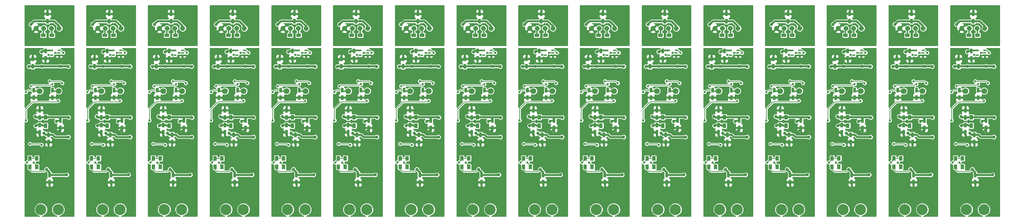
<source format=gbr>
G75*
G70*
%OFA0B0*%
%FSLAX25Y25*%
%IPPOS*%
%LPD*%
%AMOC8*
5,1,8,0,0,1.08239X$1,22.5*
%
%ADD10C,0.01969*%
%ADD15R,0.03543X0.04724*%
%ADD17C,0.01575*%
%ADD19C,0.03150*%
%ADD22C,0.01000*%
%ADD26R,0.02953X0.04724*%
%ADD30C,0.02362*%
%ADD31C,0.05150*%
%ADD32C,0.01181*%
%ADD33C,0.00787*%
%ADD36C,0.05906*%
%ADD37C,0.00394*%
%ADD38C,0.11220*%
%ADD40R,0.04724X0.03543*%
%ADD49R,0.02756X0.01575*%
%LPD*%X0000000Y0000000D02*
%LPD*%
G01*
D37*
D26*
X0025614Y0084712D03*
X0025614Y0077232D03*
X0037614Y0099212D03*
X0037614Y0091732D03*
X0026614Y0043712D03*
X0026614Y0036232D03*
X0016614Y0094712D03*
X0016614Y0087232D03*
X0016614Y0102232D03*
X0016614Y0109712D03*
X0010614Y0130212D03*
X0010614Y0122732D03*
X0029614Y0130212D03*
X0029614Y0122732D03*
X0009614Y0154732D03*
X0009614Y0162212D03*
D15*
X0022614Y0094141D03*
X0022614Y0102803D03*
X0006614Y0052141D03*
X0006614Y0060803D03*
X0013614Y0052141D03*
X0013614Y0060803D03*
D38*
X0035472Y0008472D03*
X0017756Y0008472D03*
D31*
X0036425Y0193472D03*
X0028551Y0193472D03*
X0020677Y0193472D03*
X0012803Y0193472D03*
D49*
X0036354Y0171031D03*
X0036354Y0168472D03*
X0036354Y0165913D03*
X0028874Y0165913D03*
X0028874Y0171031D03*
D36*
X0016614Y0129472D03*
X0035827Y0129472D03*
D26*
X0022614Y0170212D03*
X0022614Y0162732D03*
X0024614Y0200732D03*
X0024614Y0208212D03*
D40*
X0028945Y0186472D03*
X0020283Y0186472D03*
D19*
X0033614Y0098472D03*
X0018614Y0154732D03*
X0018614Y0169472D03*
X0045614Y0154472D03*
X0037614Y0154732D03*
X0005614Y0154472D03*
X0012114Y0103472D03*
X0045858Y0102472D03*
X0021114Y0086472D03*
X0045614Y0082472D03*
X0023614Y0049472D03*
X0044114Y0043972D03*
X0033614Y0109472D03*
X0041614Y0162212D03*
X0005614Y0159472D03*
X0049614Y0161472D03*
X0049614Y0122472D03*
X0049614Y0091472D03*
X0034614Y0087472D03*
X0012114Y0088972D03*
X0049614Y0109472D03*
X0049614Y0076972D03*
X0047614Y0049972D03*
X0031614Y0050472D03*
X0005614Y0037472D03*
X0047614Y0037972D03*
D30*
X0003614Y0056472D03*
X0010614Y0056472D03*
X0006614Y0075472D03*
X0018614Y0074472D03*
X0032614Y0168472D03*
X0040614Y0168472D03*
X0026614Y0139472D03*
X0039614Y0137472D03*
X0029614Y0136472D03*
X0007614Y0134472D03*
X0025614Y0166472D03*
D19*
X0012614Y0093972D03*
D30*
X0002614Y0128472D03*
X0002614Y0099472D03*
X0035614Y0119472D03*
D19*
X0007614Y0197472D03*
X0014614Y0207472D03*
D17*
X0034354Y0099212D02*
X0037614Y0099212D01*
X0033614Y0098472D02*
X0034354Y0099212D01*
D33*
X0006614Y0052141D02*
X0006614Y0049472D01*
X0021614Y0047472D02*
X0023614Y0049472D01*
X0008614Y0047472D02*
X0021614Y0047472D01*
X0006614Y0049472D02*
X0008614Y0047472D01*
D17*
X0028874Y0171031D02*
X0023433Y0171031D01*
X0023433Y0171031D02*
X0022614Y0170212D01*
D10*
X0022614Y0170212D02*
X0019354Y0170212D01*
X0018614Y0169472D02*
X0019354Y0170212D01*
X0037614Y0154732D02*
X0045354Y0154732D01*
X0045354Y0154732D02*
X0045614Y0154472D01*
X0009614Y0154732D02*
X0018614Y0154732D01*
X0018614Y0154732D02*
X0037614Y0154732D01*
X0009614Y0154732D02*
X0005874Y0154732D01*
X0005874Y0154732D02*
X0005614Y0154472D01*
X0037614Y0099212D02*
X0037614Y0102803D01*
X0037614Y0102803D02*
X0037614Y0102472D01*
X0037614Y0102472D02*
X0037614Y0102803D01*
X0016614Y0102232D02*
X0013354Y0102232D01*
X0013354Y0102232D02*
X0012114Y0103472D01*
X0022614Y0102803D02*
X0019945Y0102803D01*
X0019374Y0102232D02*
X0016614Y0102232D01*
X0019945Y0102803D02*
X0019374Y0102232D01*
X0022614Y0102803D02*
X0037614Y0102803D01*
X0037614Y0102803D02*
X0045527Y0102803D01*
X0045527Y0102803D02*
X0045858Y0102472D01*
X0021114Y0086472D02*
X0022874Y0084712D01*
X0022874Y0084712D02*
X0025614Y0084712D01*
X0025614Y0084712D02*
X0029874Y0084712D01*
X0032114Y0082472D02*
X0045614Y0082472D01*
X0029874Y0084712D02*
X0032114Y0082472D01*
X0026614Y0043712D02*
X0026614Y0046472D01*
X0026614Y0046472D02*
X0023614Y0049472D01*
X0026614Y0043712D02*
X0043854Y0043712D01*
X0043854Y0043712D02*
X0044114Y0043972D01*
D17*
X0033614Y0109472D02*
X0033614Y0109712D01*
X0036354Y0165913D02*
X0036354Y0162212D01*
X0036614Y0162472D02*
X0036614Y0162212D01*
X0036354Y0162212D02*
X0036614Y0162472D01*
D10*
X0009614Y0162212D02*
X0008354Y0162212D01*
X0008354Y0162212D02*
X0005614Y0159472D01*
X0009614Y0162212D02*
X0036614Y0162212D01*
X0036614Y0162212D02*
X0041614Y0162212D01*
X0041614Y0162212D02*
X0042614Y0162212D01*
X0042614Y0162212D02*
X0048874Y0162212D01*
X0048874Y0162212D02*
X0049614Y0161472D01*
X0010614Y0122732D02*
X0029614Y0122732D01*
X0029614Y0122732D02*
X0049354Y0122732D01*
X0049354Y0122732D02*
X0049614Y0122472D01*
X0037614Y0091732D02*
X0049354Y0091732D01*
X0049354Y0091732D02*
X0049614Y0091472D01*
X0037614Y0091732D02*
X0037614Y0090472D01*
X0037614Y0090472D02*
X0034614Y0087472D01*
X0016614Y0087232D02*
X0013854Y0087232D01*
X0013854Y0087232D02*
X0012114Y0088972D01*
X0016614Y0109712D02*
X0033614Y0109712D01*
X0033614Y0109712D02*
X0049374Y0109712D01*
X0049374Y0109712D02*
X0049614Y0109472D01*
X0025614Y0077232D02*
X0023354Y0077232D01*
X0016614Y0083972D02*
X0016614Y0087232D01*
X0023354Y0077232D02*
X0016614Y0083972D01*
X0025614Y0077232D02*
X0049354Y0077232D01*
X0049354Y0077232D02*
X0049614Y0076972D01*
X0032114Y0049972D02*
X0047614Y0049972D01*
X0031614Y0050472D02*
X0032114Y0049972D01*
X0026614Y0036232D02*
X0006854Y0036232D01*
X0006854Y0036232D02*
X0005614Y0037472D01*
X0026614Y0036232D02*
X0045874Y0036232D01*
X0045874Y0036232D02*
X0047614Y0037972D01*
D33*
X0006614Y0060803D02*
X0006614Y0059472D01*
X0006614Y0059472D02*
X0003614Y0056472D01*
X0006614Y0060803D02*
X0013614Y0060803D01*
X0013614Y0052141D02*
X0013614Y0053472D01*
X0013614Y0053472D02*
X0010614Y0056472D01*
X0017614Y0075472D02*
X0006614Y0075472D01*
X0018614Y0074472D02*
X0017614Y0075472D01*
X0032614Y0168472D02*
X0036354Y0168472D01*
X0036354Y0171031D02*
X0038055Y0171031D01*
X0038055Y0171031D02*
X0040614Y0168472D01*
X0037614Y0139472D02*
X0026614Y0139472D01*
X0039614Y0137472D02*
X0037614Y0139472D01*
X0028614Y0135472D02*
X0029614Y0136472D01*
X0008614Y0135472D02*
X0028614Y0135472D01*
X0007614Y0134472D02*
X0008614Y0135472D01*
X0028874Y0165913D02*
X0026173Y0165913D01*
X0026173Y0165913D02*
X0025614Y0166472D01*
D10*
X0016614Y0094712D02*
X0013354Y0094712D01*
X0013354Y0094712D02*
X0012614Y0093972D01*
X0022614Y0094141D02*
X0019945Y0094141D01*
X0019374Y0094712D02*
X0016614Y0094712D01*
X0019945Y0094141D02*
X0019374Y0094712D01*
D33*
X0004354Y0130212D02*
X0010614Y0130212D01*
X0002614Y0128472D02*
X0004354Y0130212D01*
D32*
X0016614Y0129472D02*
X0011354Y0129472D01*
X0011354Y0129472D02*
X0010614Y0130212D01*
D33*
X0010874Y0130472D02*
X0010614Y0130212D01*
X0002614Y0099472D02*
X0002614Y0111472D01*
X0002614Y0111472D02*
X0009614Y0118472D01*
X0009614Y0118472D02*
X0034614Y0118472D01*
X0034614Y0118472D02*
X0035614Y0119472D01*
D32*
X0035827Y0129472D02*
X0030354Y0129472D01*
X0030354Y0129472D02*
X0029614Y0130212D01*
D10*
X0024614Y0200732D02*
X0010874Y0200732D01*
X0010874Y0200732D02*
X0007614Y0197472D01*
X0036425Y0193472D02*
X0036425Y0195661D01*
X0036425Y0195661D02*
X0031354Y0200732D01*
X0031354Y0200732D02*
X0024614Y0200732D01*
D32*
X0028945Y0186472D02*
X0028945Y0193078D01*
X0028945Y0193078D02*
X0028551Y0193472D01*
X0020283Y0186472D02*
X0020283Y0193078D01*
X0020283Y0193078D02*
X0020677Y0193472D01*
D10*
X0015354Y0208212D02*
X0024614Y0208212D01*
X0014614Y0207472D02*
X0015354Y0208212D01*
D22*
G36*
X0002214Y0054381D02*
X0003121Y0054004D01*
X0003530Y0054004D01*
X0003530Y0049779D01*
X0003620Y0049302D01*
X0003901Y0048864D01*
X0004332Y0048570D01*
X0004842Y0048466D01*
X0005303Y0048466D01*
X0005425Y0048283D01*
X0005425Y0048283D01*
X0007425Y0046283D01*
X0007971Y0045919D01*
X0008614Y0045791D01*
X0008614Y0045791D01*
X0021614Y0045791D01*
X0021614Y0045791D01*
X0022257Y0045919D01*
X0022803Y0046283D01*
X0023130Y0046610D01*
X0023263Y0046610D01*
X0023825Y0046048D01*
X0023825Y0041350D01*
X0023915Y0040873D01*
X0023955Y0040810D01*
X0023721Y0040713D01*
X0023018Y0040010D01*
X0022638Y0039091D01*
X0022638Y0037357D01*
X0023263Y0036732D01*
X0026114Y0036732D01*
X0026114Y0036811D01*
X0027114Y0036811D01*
X0027114Y0036732D01*
X0029965Y0036732D01*
X0030590Y0037357D01*
X0030590Y0039091D01*
X0030210Y0040010D01*
X0029507Y0040713D01*
X0029278Y0040808D01*
X0029300Y0040839D01*
X0029403Y0041350D01*
X0029403Y0041441D01*
X0042747Y0041441D01*
X0043542Y0041110D01*
X0044681Y0041109D01*
X0045733Y0041544D01*
X0046539Y0042349D01*
X0046976Y0043400D01*
X0046977Y0044539D01*
X0046542Y0045591D01*
X0045737Y0046397D01*
X0044686Y0046834D01*
X0043547Y0046835D01*
X0042495Y0046400D01*
X0042078Y0045984D01*
X0029403Y0045984D01*
X0029403Y0046074D01*
X0029313Y0046551D01*
X0029031Y0046990D01*
X0028744Y0047186D01*
X0028713Y0047341D01*
X0028220Y0048078D01*
X0026739Y0049560D01*
X0026739Y0072370D01*
X0027588Y0072370D01*
X0028507Y0072750D01*
X0029210Y0073453D01*
X0029590Y0074372D01*
X0029590Y0076107D01*
X0028965Y0076732D01*
X0026114Y0076732D01*
X0026114Y0072995D01*
X0026739Y0072370D01*
X0026739Y0049560D01*
X0026477Y0049822D01*
X0026477Y0050039D01*
X0026042Y0051091D01*
X0025237Y0051897D01*
X0024186Y0052334D01*
X0023640Y0052334D01*
X0023640Y0072370D01*
X0024489Y0072370D01*
X0025114Y0072995D01*
X0025114Y0076732D01*
X0022263Y0076732D01*
X0022263Y0077732D01*
X0025114Y0077732D01*
X0025114Y0077811D01*
X0026114Y0077811D01*
X0026114Y0077732D01*
X0028965Y0077732D01*
X0029590Y0078357D01*
X0029590Y0080091D01*
X0029210Y0081010D01*
X0028507Y0081713D01*
X0028278Y0081808D01*
X0028300Y0081839D01*
X0028403Y0082350D01*
X0028403Y0082441D01*
X0028933Y0082441D01*
X0030508Y0080866D01*
X0031245Y0080373D01*
X0032114Y0080200D01*
X0032114Y0080200D01*
X0043837Y0080200D01*
X0043991Y0080047D01*
X0045042Y0079610D01*
X0046181Y0079609D01*
X0047233Y0080044D01*
X0048039Y0080849D01*
X0048476Y0081900D01*
X0048477Y0083039D01*
X0048042Y0084091D01*
X0047237Y0084897D01*
X0046186Y0085334D01*
X0045047Y0085335D01*
X0043995Y0084900D01*
X0043838Y0084744D01*
X0038739Y0084744D01*
X0038739Y0086870D01*
X0039588Y0086870D01*
X0040507Y0087250D01*
X0041210Y0087953D01*
X0041590Y0088872D01*
X0041590Y0090607D01*
X0040965Y0091232D01*
X0038114Y0091232D01*
X0038114Y0087495D01*
X0038739Y0086870D01*
X0038739Y0084744D01*
X0035640Y0084744D01*
X0035640Y0086870D01*
X0036489Y0086870D01*
X0037114Y0087495D01*
X0037114Y0091232D01*
X0034263Y0091232D01*
X0034263Y0092232D01*
X0037114Y0092232D01*
X0037114Y0092311D01*
X0038114Y0092311D01*
X0038114Y0092232D01*
X0040965Y0092232D01*
X0041590Y0092857D01*
X0041590Y0094591D01*
X0041210Y0095510D01*
X0040507Y0096213D01*
X0040278Y0096308D01*
X0040300Y0096339D01*
X0040403Y0096850D01*
X0040403Y0100531D01*
X0043751Y0100531D01*
X0044235Y0100047D01*
X0045286Y0099610D01*
X0046425Y0099609D01*
X0047477Y0100044D01*
X0048283Y0100849D01*
X0048720Y0101900D01*
X0048721Y0103039D01*
X0048286Y0104091D01*
X0047482Y0104897D01*
X0046430Y0105334D01*
X0045291Y0105335D01*
X0044661Y0105074D01*
X0025698Y0105074D01*
X0025698Y0105165D01*
X0025609Y0105642D01*
X0025327Y0106080D01*
X0024896Y0106374D01*
X0024386Y0106478D01*
X0020842Y0106478D01*
X0020401Y0106394D01*
X0020590Y0106853D01*
X0020590Y0108587D01*
X0019965Y0109212D01*
X0017114Y0109212D01*
X0017114Y0110212D01*
X0019965Y0110212D01*
X0020590Y0110837D01*
X0020590Y0112572D01*
X0020210Y0113491D01*
X0019507Y0114194D01*
X0018588Y0114574D01*
X0017739Y0114574D01*
X0017114Y0113949D01*
X0017114Y0110212D01*
X0017114Y0109212D01*
X0017114Y0109133D01*
X0016114Y0109133D01*
X0016114Y0109212D01*
X0013263Y0109212D01*
X0013263Y0110212D01*
X0016114Y0110212D01*
X0016114Y0113949D01*
X0015489Y0114574D01*
X0014640Y0114574D01*
X0013721Y0114194D01*
X0013018Y0113491D01*
X0012638Y0112572D01*
X0012638Y0110837D01*
X0013263Y0110212D01*
X0013263Y0109212D01*
X0012638Y0108587D01*
X0012638Y0106853D01*
X0012887Y0106250D01*
X0012686Y0106334D01*
X0011547Y0106335D01*
X0010495Y0105900D01*
X0009689Y0105095D01*
X0009252Y0104044D01*
X0009251Y0102905D01*
X0009686Y0101853D01*
X0010491Y0101047D01*
X0011542Y0100610D01*
X0011771Y0100610D01*
X0012485Y0100133D01*
X0013354Y0099960D01*
X0013354Y0099960D01*
X0013825Y0099960D01*
X0013825Y0099870D01*
X0013915Y0099393D01*
X0014197Y0098954D01*
X0014627Y0098660D01*
X0015138Y0098557D01*
X0018090Y0098557D01*
X0018567Y0098647D01*
X0019006Y0098929D01*
X0019300Y0099359D01*
X0019403Y0099870D01*
X0019403Y0099966D01*
X0019611Y0100007D01*
X0019620Y0099963D01*
X0019901Y0099525D01*
X0020332Y0099231D01*
X0020842Y0099128D01*
X0024386Y0099128D01*
X0024863Y0099218D01*
X0025301Y0099500D01*
X0025595Y0099930D01*
X0025698Y0100441D01*
X0025698Y0100531D01*
X0031625Y0100531D01*
X0031189Y0100095D01*
X0030752Y0099044D01*
X0030751Y0097905D01*
X0031186Y0096853D01*
X0031991Y0096047D01*
X0033042Y0095610D01*
X0034117Y0095609D01*
X0034018Y0095510D01*
X0033638Y0094591D01*
X0033638Y0092857D01*
X0034263Y0092232D01*
X0034263Y0091232D01*
X0033638Y0090607D01*
X0033638Y0088872D01*
X0034018Y0087953D01*
X0034721Y0087250D01*
X0035640Y0086870D01*
X0035640Y0084744D01*
X0033055Y0084744D01*
X0031480Y0086318D01*
X0031480Y0086318D01*
X0030743Y0086811D01*
X0030729Y0086814D01*
X0029874Y0086984D01*
X0029874Y0086984D01*
X0028403Y0086984D01*
X0028403Y0087074D01*
X0028313Y0087551D01*
X0028031Y0087990D01*
X0027601Y0088284D01*
X0027090Y0088387D01*
X0024138Y0088387D01*
X0023661Y0088297D01*
X0023463Y0088170D01*
X0022737Y0088897D01*
X0021686Y0089334D01*
X0020590Y0089335D01*
X0020590Y0090091D01*
X0020398Y0090557D01*
X0020842Y0090466D01*
X0024386Y0090466D01*
X0024863Y0090556D01*
X0025301Y0090838D01*
X0025595Y0091268D01*
X0025698Y0091779D01*
X0025698Y0096503D01*
X0025609Y0096981D01*
X0025327Y0097419D01*
X0024896Y0097713D01*
X0024386Y0097816D01*
X0020842Y0097816D01*
X0020365Y0097726D01*
X0019927Y0097444D01*
X0019633Y0097014D01*
X0019617Y0096935D01*
X0019403Y0096978D01*
X0019403Y0097074D01*
X0019313Y0097551D01*
X0019031Y0097990D01*
X0018601Y0098284D01*
X0018090Y0098387D01*
X0015138Y0098387D01*
X0014661Y0098297D01*
X0014222Y0098015D01*
X0013928Y0097585D01*
X0013825Y0097074D01*
X0013825Y0096984D01*
X0013354Y0096984D01*
X0012602Y0096834D01*
X0012047Y0096835D01*
X0010995Y0096400D01*
X0010189Y0095595D01*
X0009752Y0094544D01*
X0009751Y0093405D01*
X0010186Y0092353D01*
X0010991Y0091547D01*
X0012042Y0091110D01*
X0013117Y0091109D01*
X0013018Y0091010D01*
X0012638Y0090091D01*
X0012638Y0088357D01*
X0013263Y0087732D01*
X0016114Y0087732D01*
X0016114Y0087811D01*
X0017114Y0087811D01*
X0017114Y0087732D01*
X0017193Y0087732D01*
X0017193Y0086732D01*
X0017114Y0086732D01*
X0017114Y0082995D01*
X0017739Y0082370D01*
X0018588Y0082370D01*
X0019507Y0082750D01*
X0020210Y0083453D01*
X0020314Y0083705D01*
X0020542Y0083610D01*
X0020763Y0083610D01*
X0021268Y0083106D01*
X0022005Y0082613D01*
X0022825Y0082450D01*
X0022825Y0082350D01*
X0022915Y0081873D01*
X0022955Y0081810D01*
X0022721Y0081713D01*
X0022018Y0081010D01*
X0021638Y0080091D01*
X0021638Y0078357D01*
X0022263Y0077732D01*
X0022263Y0076732D01*
X0021638Y0076107D01*
X0021638Y0074372D01*
X0022018Y0073453D01*
X0022721Y0072750D01*
X0023640Y0072370D01*
X0023640Y0052334D01*
X0023047Y0052335D01*
X0021995Y0051900D01*
X0021189Y0051095D01*
X0020752Y0050044D01*
X0020752Y0049153D01*
X0019103Y0049153D01*
X0019103Y0072003D01*
X0020010Y0072378D01*
X0020705Y0073072D01*
X0021082Y0073979D01*
X0021083Y0074961D01*
X0020708Y0075868D01*
X0020014Y0076563D01*
X0019107Y0076940D01*
X0018384Y0076941D01*
X0018257Y0077025D01*
X0017614Y0077153D01*
X0014640Y0077153D01*
X0014640Y0082370D01*
X0015489Y0082370D01*
X0016114Y0082995D01*
X0016114Y0086732D01*
X0013263Y0086732D01*
X0012638Y0086107D01*
X0012638Y0084372D01*
X0013018Y0083453D01*
X0013721Y0082750D01*
X0014640Y0082370D01*
X0014640Y0077153D01*
X0008424Y0077153D01*
X0008014Y0077563D01*
X0007107Y0077940D01*
X0006125Y0077941D01*
X0005218Y0077566D01*
X0004523Y0076872D01*
X0004146Y0075965D01*
X0004145Y0074983D01*
X0004520Y0074076D01*
X0005214Y0073381D01*
X0006121Y0073004D01*
X0007103Y0073003D01*
X0008010Y0073378D01*
X0008424Y0073791D01*
X0016225Y0073791D01*
X0016520Y0073076D01*
X0017214Y0072381D01*
X0018121Y0072004D01*
X0019103Y0072003D01*
X0019103Y0049153D01*
X0016516Y0049153D01*
X0016595Y0049268D01*
X0016698Y0049779D01*
X0016698Y0054503D01*
X0016609Y0054981D01*
X0016327Y0055419D01*
X0015896Y0055713D01*
X0015386Y0055816D01*
X0013647Y0055816D01*
X0013082Y0056381D01*
X0013083Y0056961D01*
X0013014Y0057128D01*
X0015386Y0057128D01*
X0015863Y0057218D01*
X0016301Y0057500D01*
X0016595Y0057930D01*
X0016698Y0058441D01*
X0016698Y0063165D01*
X0016609Y0063642D01*
X0016327Y0064080D01*
X0015896Y0064374D01*
X0015386Y0064478D01*
X0011842Y0064478D01*
X0011365Y0064388D01*
X0010927Y0064106D01*
X0010633Y0063676D01*
X0010530Y0063165D01*
X0010530Y0062484D01*
X0009698Y0062484D01*
X0009698Y0063165D01*
X0009609Y0063642D01*
X0009327Y0064080D01*
X0008896Y0064374D01*
X0008386Y0064478D01*
X0004842Y0064478D01*
X0004365Y0064388D01*
X0003927Y0064106D01*
X0003633Y0063676D01*
X0003530Y0063165D01*
X0003530Y0058941D01*
X0003125Y0058941D01*
X0002218Y0058566D01*
X0001583Y0057932D01*
X0001583Y0097227D01*
X0002121Y0097004D01*
X0003103Y0097003D01*
X0004010Y0097378D01*
X0004705Y0098072D01*
X0005082Y0098979D01*
X0005083Y0099961D01*
X0004708Y0100868D01*
X0004295Y0101282D01*
X0004295Y0110776D01*
X0010310Y0116791D01*
X0034614Y0116791D01*
X0034614Y0116791D01*
X0035257Y0116919D01*
X0035384Y0117004D01*
X0036103Y0117003D01*
X0037010Y0117378D01*
X0037705Y0118072D01*
X0038082Y0118979D01*
X0038083Y0119961D01*
X0037708Y0120868D01*
X0037014Y0121563D01*
X0036107Y0121940D01*
X0035125Y0121941D01*
X0034218Y0121566D01*
X0033590Y0120940D01*
X0033590Y0121607D01*
X0032965Y0122232D01*
X0030114Y0122232D01*
X0030114Y0122153D01*
X0029114Y0122153D01*
X0029114Y0122232D01*
X0026263Y0122232D01*
X0025638Y0121607D01*
X0025638Y0120153D01*
X0014590Y0120153D01*
X0014590Y0121607D01*
X0013965Y0122232D01*
X0011114Y0122232D01*
X0011114Y0122153D01*
X0010114Y0122153D01*
X0010114Y0122232D01*
X0007263Y0122232D01*
X0006638Y0121607D01*
X0006638Y0119872D01*
X0007018Y0118953D01*
X0007368Y0118604D01*
X0001583Y0112818D01*
X0001583Y0126227D01*
X0002121Y0126004D01*
X0003103Y0126003D01*
X0004010Y0126378D01*
X0004705Y0127072D01*
X0005082Y0127979D01*
X0005083Y0128531D01*
X0007825Y0128531D01*
X0007825Y0127850D01*
X0007915Y0127373D01*
X0007955Y0127310D01*
X0007721Y0127213D01*
X0007018Y0126510D01*
X0006638Y0125591D01*
X0006638Y0123857D01*
X0007263Y0123232D01*
X0010114Y0123232D01*
X0010114Y0123311D01*
X0011114Y0123311D01*
X0011114Y0123232D01*
X0013965Y0123232D01*
X0014590Y0123857D01*
X0014590Y0125591D01*
X0014525Y0125748D01*
X0015767Y0125233D01*
X0017454Y0125231D01*
X0019013Y0125875D01*
X0020207Y0127067D01*
X0020853Y0128625D01*
X0020855Y0130312D01*
X0020211Y0131871D01*
X0019019Y0133065D01*
X0017461Y0133711D01*
X0015774Y0133713D01*
X0014215Y0133069D01*
X0013403Y0132258D01*
X0013403Y0132574D01*
X0013313Y0133051D01*
X0013031Y0133490D01*
X0012601Y0133784D01*
X0012565Y0133791D01*
X0027651Y0133791D01*
X0027222Y0133515D01*
X0026928Y0133085D01*
X0026825Y0132574D01*
X0026825Y0127850D01*
X0026915Y0127373D01*
X0026955Y0127310D01*
X0026721Y0127213D01*
X0026018Y0126510D01*
X0025638Y0125591D01*
X0025638Y0123857D01*
X0026263Y0123232D01*
X0029114Y0123232D01*
X0029114Y0123311D01*
X0030114Y0123311D01*
X0030114Y0123232D01*
X0032965Y0123232D01*
X0033590Y0123857D01*
X0033590Y0125591D01*
X0033481Y0125855D01*
X0034979Y0125233D01*
X0036666Y0125231D01*
X0038225Y0125875D01*
X0039419Y0127067D01*
X0040066Y0128625D01*
X0040068Y0130312D01*
X0039423Y0131871D01*
X0038232Y0133065D01*
X0036674Y0133711D01*
X0034987Y0133713D01*
X0033428Y0133069D01*
X0032403Y0132046D01*
X0032403Y0132574D01*
X0032313Y0133051D01*
X0032031Y0133490D01*
X0031601Y0133784D01*
X0031090Y0133887D01*
X0029097Y0133887D01*
X0029257Y0133919D01*
X0029384Y0134004D01*
X0030103Y0134003D01*
X0031010Y0134378D01*
X0031705Y0135072D01*
X0032082Y0135979D01*
X0032083Y0136961D01*
X0031740Y0137791D01*
X0036918Y0137791D01*
X0037146Y0137563D01*
X0037145Y0136983D01*
X0037520Y0136076D01*
X0038214Y0135381D01*
X0039121Y0135004D01*
X0040103Y0135003D01*
X0041010Y0135378D01*
X0041705Y0136072D01*
X0042082Y0136979D01*
X0042083Y0137961D01*
X0041708Y0138868D01*
X0041014Y0139563D01*
X0040107Y0139940D01*
X0039523Y0139941D01*
X0038803Y0140661D01*
X0038803Y0140661D01*
X0038257Y0141025D01*
X0037614Y0141153D01*
X0028424Y0141153D01*
X0028014Y0141563D01*
X0027107Y0141940D01*
X0026125Y0141941D01*
X0025218Y0141566D01*
X0024523Y0140872D01*
X0024146Y0139965D01*
X0024145Y0138983D01*
X0024520Y0138076D01*
X0025214Y0137381D01*
X0025762Y0137153D01*
X0008614Y0137153D01*
X0008138Y0137058D01*
X0008138Y0151057D01*
X0011090Y0151057D01*
X0011567Y0151147D01*
X0012006Y0151429D01*
X0012300Y0151859D01*
X0012403Y0152370D01*
X0012403Y0152460D01*
X0016837Y0152460D01*
X0016991Y0152307D01*
X0018042Y0151870D01*
X0019181Y0151869D01*
X0020233Y0152304D01*
X0020390Y0152460D01*
X0035837Y0152460D01*
X0035991Y0152307D01*
X0037042Y0151870D01*
X0038181Y0151869D01*
X0039233Y0152304D01*
X0039390Y0152460D01*
X0043578Y0152460D01*
X0043991Y0152047D01*
X0045042Y0151610D01*
X0046181Y0151609D01*
X0047233Y0152044D01*
X0048039Y0152849D01*
X0048476Y0153900D01*
X0048477Y0155039D01*
X0048042Y0156091D01*
X0047237Y0156897D01*
X0046186Y0157334D01*
X0045047Y0157335D01*
X0044246Y0157003D01*
X0039391Y0157003D01*
X0039237Y0157157D01*
X0038186Y0157594D01*
X0037479Y0157594D01*
X0037479Y0162626D01*
X0038229Y0162626D01*
X0039148Y0163006D01*
X0039852Y0163709D01*
X0040232Y0164628D01*
X0040232Y0164894D01*
X0039607Y0165519D01*
X0036854Y0165519D01*
X0036854Y0163251D01*
X0037479Y0162626D01*
X0037479Y0157594D01*
X0037047Y0157595D01*
X0035995Y0157160D01*
X0035838Y0157003D01*
X0034479Y0157003D01*
X0034479Y0162626D01*
X0035229Y0162626D01*
X0035854Y0163251D01*
X0035854Y0165519D01*
X0033101Y0165519D01*
X0032476Y0164894D01*
X0032476Y0164628D01*
X0032857Y0163709D01*
X0033560Y0163006D01*
X0034479Y0162626D01*
X0034479Y0157003D01*
X0023739Y0157003D01*
X0023739Y0157870D01*
X0024588Y0157870D01*
X0025507Y0158250D01*
X0026210Y0158953D01*
X0026590Y0159872D01*
X0026590Y0161607D01*
X0025965Y0162232D01*
X0023114Y0162232D01*
X0023114Y0158495D01*
X0023739Y0157870D01*
X0023739Y0157003D01*
X0020640Y0157003D01*
X0020640Y0157870D01*
X0021489Y0157870D01*
X0022114Y0158495D01*
X0022114Y0162232D01*
X0019263Y0162232D01*
X0018638Y0161607D01*
X0018638Y0159872D01*
X0019018Y0158953D01*
X0019721Y0158250D01*
X0020640Y0157870D01*
X0020640Y0157003D01*
X0020391Y0157003D01*
X0020237Y0157157D01*
X0019186Y0157594D01*
X0018047Y0157595D01*
X0016995Y0157160D01*
X0016838Y0157003D01*
X0012403Y0157003D01*
X0012403Y0157094D01*
X0012313Y0157571D01*
X0012273Y0157634D01*
X0012507Y0157731D01*
X0013210Y0158434D01*
X0013590Y0159353D01*
X0013590Y0161087D01*
X0012965Y0161712D01*
X0010114Y0161712D01*
X0010114Y0162712D01*
X0012965Y0162712D01*
X0013590Y0163337D01*
X0013590Y0165072D01*
X0013210Y0165991D01*
X0012507Y0166694D01*
X0011588Y0167074D01*
X0010739Y0167074D01*
X0010114Y0166449D01*
X0010114Y0162712D01*
X0010114Y0161712D01*
X0010114Y0161633D01*
X0009114Y0161633D01*
X0009114Y0161712D01*
X0006263Y0161712D01*
X0006263Y0162712D01*
X0009114Y0162712D01*
X0009114Y0166449D01*
X0008489Y0167074D01*
X0007640Y0167074D01*
X0006721Y0166694D01*
X0006018Y0165991D01*
X0005638Y0165072D01*
X0005638Y0163337D01*
X0006263Y0162712D01*
X0006263Y0161712D01*
X0005638Y0161087D01*
X0005638Y0159353D01*
X0006018Y0158434D01*
X0006721Y0157731D01*
X0006950Y0157636D01*
X0006928Y0157605D01*
X0006825Y0157094D01*
X0006825Y0157068D01*
X0006186Y0157334D01*
X0005047Y0157335D01*
X0003995Y0156900D01*
X0003189Y0156095D01*
X0002752Y0155044D01*
X0002751Y0153905D01*
X0003186Y0152853D01*
X0003991Y0152047D01*
X0005042Y0151610D01*
X0006181Y0151609D01*
X0006911Y0151911D01*
X0006915Y0151893D01*
X0007197Y0151454D01*
X0007627Y0151160D01*
X0008138Y0151057D01*
X0008138Y0137058D01*
X0007971Y0137025D01*
X0007844Y0136940D01*
X0007125Y0136941D01*
X0006218Y0136566D01*
X0005523Y0135872D01*
X0005146Y0134965D01*
X0005145Y0133983D01*
X0005520Y0133076D01*
X0006214Y0132381D01*
X0007121Y0132004D01*
X0007825Y0132003D01*
X0007825Y0131893D01*
X0004354Y0131893D01*
X0003711Y0131765D01*
X0003165Y0131401D01*
X0003165Y0131401D01*
X0002705Y0130940D01*
X0002125Y0130941D01*
X0001583Y0130717D01*
X0001583Y0172972D01*
X0019906Y0172972D01*
X0019825Y0172574D01*
X0019825Y0172484D01*
X0019354Y0172484D01*
X0018602Y0172334D01*
X0018047Y0172335D01*
X0016995Y0171900D01*
X0016189Y0171095D01*
X0015752Y0170044D01*
X0015751Y0168905D01*
X0016186Y0167853D01*
X0016991Y0167047D01*
X0018042Y0166610D01*
X0019117Y0166609D01*
X0019018Y0166510D01*
X0018638Y0165591D01*
X0018638Y0163857D01*
X0019263Y0163232D01*
X0022114Y0163232D01*
X0022114Y0163311D01*
X0023114Y0163311D01*
X0023114Y0163232D01*
X0025965Y0163232D01*
X0026590Y0163857D01*
X0026590Y0164186D01*
X0026985Y0163916D01*
X0027496Y0163813D01*
X0030252Y0163813D01*
X0030729Y0163903D01*
X0031167Y0164185D01*
X0031461Y0164615D01*
X0031564Y0165126D01*
X0031564Y0166235D01*
X0032121Y0166004D01*
X0033103Y0166003D01*
X0033838Y0166307D01*
X0035854Y0166307D01*
X0035854Y0166372D01*
X0036854Y0166372D01*
X0036854Y0166307D01*
X0039392Y0166307D01*
X0040121Y0166004D01*
X0041103Y0166003D01*
X0042010Y0166378D01*
X0042705Y0167072D01*
X0043082Y0167979D01*
X0043083Y0168961D01*
X0042708Y0169868D01*
X0042014Y0170563D01*
X0041107Y0170940D01*
X0040523Y0170941D01*
X0039244Y0172220D01*
X0039244Y0172220D01*
X0038823Y0172501D01*
X0038673Y0172734D01*
X0038324Y0172972D01*
X0051173Y0172972D01*
X0051173Y0001582D01*
X0036860Y0001582D01*
X0039374Y0002621D01*
X0041316Y0004560D01*
X0042369Y0007094D01*
X0042371Y0009838D01*
X0041323Y0012374D01*
X0039385Y0014316D01*
X0036850Y0015368D01*
X0034106Y0015371D01*
X0031570Y0014323D01*
X0029628Y0012384D01*
X0028576Y0009850D01*
X0028573Y0007106D01*
X0029621Y0004570D01*
X0031560Y0002628D01*
X0034078Y0001582D01*
X0027739Y0001582D01*
X0027739Y0031370D01*
X0028588Y0031370D01*
X0029507Y0031750D01*
X0030210Y0032453D01*
X0030590Y0033372D01*
X0030590Y0035107D01*
X0029965Y0035732D01*
X0027114Y0035732D01*
X0027114Y0031995D01*
X0027739Y0031370D01*
X0027739Y0001582D01*
X0019144Y0001582D01*
X0021658Y0002621D01*
X0023600Y0004560D01*
X0024652Y0007094D01*
X0024655Y0009838D01*
X0024640Y0009872D01*
X0024640Y0031370D01*
X0025489Y0031370D01*
X0026114Y0031995D01*
X0026114Y0035732D01*
X0023263Y0035732D01*
X0022638Y0035107D01*
X0022638Y0033372D01*
X0023018Y0032453D01*
X0023721Y0031750D01*
X0024640Y0031370D01*
X0024640Y0009872D01*
X0023607Y0012374D01*
X0021668Y0014316D01*
X0019134Y0015368D01*
X0016390Y0015371D01*
X0013854Y0014323D01*
X0011912Y0012384D01*
X0010859Y0009850D01*
X0010857Y0007106D01*
X0011905Y0004570D01*
X0013843Y0002628D01*
X0016362Y0001582D01*
X0001583Y0001582D01*
X0001583Y0055013D01*
X0002214Y0054381D01*
X0002214Y0054381D01*
G37*
X0002214Y0054381D02*
X0003121Y0054004D01*
X0003530Y0054004D01*
X0003530Y0049779D01*
X0003620Y0049302D01*
X0003901Y0048864D01*
X0004332Y0048570D01*
X0004842Y0048466D01*
X0005303Y0048466D01*
X0005425Y0048283D01*
X0005425Y0048283D01*
X0007425Y0046283D01*
X0007971Y0045919D01*
X0008614Y0045791D01*
X0008614Y0045791D01*
X0021614Y0045791D01*
X0021614Y0045791D01*
X0022257Y0045919D01*
X0022803Y0046283D01*
X0023130Y0046610D01*
X0023263Y0046610D01*
X0023825Y0046048D01*
X0023825Y0041350D01*
X0023915Y0040873D01*
X0023955Y0040810D01*
X0023721Y0040713D01*
X0023018Y0040010D01*
X0022638Y0039091D01*
X0022638Y0037357D01*
X0023263Y0036732D01*
X0026114Y0036732D01*
X0026114Y0036811D01*
X0027114Y0036811D01*
X0027114Y0036732D01*
X0029965Y0036732D01*
X0030590Y0037357D01*
X0030590Y0039091D01*
X0030210Y0040010D01*
X0029507Y0040713D01*
X0029278Y0040808D01*
X0029300Y0040839D01*
X0029403Y0041350D01*
X0029403Y0041441D01*
X0042747Y0041441D01*
X0043542Y0041110D01*
X0044681Y0041109D01*
X0045733Y0041544D01*
X0046539Y0042349D01*
X0046976Y0043400D01*
X0046977Y0044539D01*
X0046542Y0045591D01*
X0045737Y0046397D01*
X0044686Y0046834D01*
X0043547Y0046835D01*
X0042495Y0046400D01*
X0042078Y0045984D01*
X0029403Y0045984D01*
X0029403Y0046074D01*
X0029313Y0046551D01*
X0029031Y0046990D01*
X0028744Y0047186D01*
X0028713Y0047341D01*
X0028220Y0048078D01*
X0026739Y0049560D01*
X0026739Y0072370D01*
X0027588Y0072370D01*
X0028507Y0072750D01*
X0029210Y0073453D01*
X0029590Y0074372D01*
X0029590Y0076107D01*
X0028965Y0076732D01*
X0026114Y0076732D01*
X0026114Y0072995D01*
X0026739Y0072370D01*
X0026739Y0049560D01*
X0026477Y0049822D01*
X0026477Y0050039D01*
X0026042Y0051091D01*
X0025237Y0051897D01*
X0024186Y0052334D01*
X0023640Y0052334D01*
X0023640Y0072370D01*
X0024489Y0072370D01*
X0025114Y0072995D01*
X0025114Y0076732D01*
X0022263Y0076732D01*
X0022263Y0077732D01*
X0025114Y0077732D01*
X0025114Y0077811D01*
X0026114Y0077811D01*
X0026114Y0077732D01*
X0028965Y0077732D01*
X0029590Y0078357D01*
X0029590Y0080091D01*
X0029210Y0081010D01*
X0028507Y0081713D01*
X0028278Y0081808D01*
X0028300Y0081839D01*
X0028403Y0082350D01*
X0028403Y0082441D01*
X0028933Y0082441D01*
X0030508Y0080866D01*
X0031245Y0080373D01*
X0032114Y0080200D01*
X0032114Y0080200D01*
X0043837Y0080200D01*
X0043991Y0080047D01*
X0045042Y0079610D01*
X0046181Y0079609D01*
X0047233Y0080044D01*
X0048039Y0080849D01*
X0048476Y0081900D01*
X0048477Y0083039D01*
X0048042Y0084091D01*
X0047237Y0084897D01*
X0046186Y0085334D01*
X0045047Y0085335D01*
X0043995Y0084900D01*
X0043838Y0084744D01*
X0038739Y0084744D01*
X0038739Y0086870D01*
X0039588Y0086870D01*
X0040507Y0087250D01*
X0041210Y0087953D01*
X0041590Y0088872D01*
X0041590Y0090607D01*
X0040965Y0091232D01*
X0038114Y0091232D01*
X0038114Y0087495D01*
X0038739Y0086870D01*
X0038739Y0084744D01*
X0035640Y0084744D01*
X0035640Y0086870D01*
X0036489Y0086870D01*
X0037114Y0087495D01*
X0037114Y0091232D01*
X0034263Y0091232D01*
X0034263Y0092232D01*
X0037114Y0092232D01*
X0037114Y0092311D01*
X0038114Y0092311D01*
X0038114Y0092232D01*
X0040965Y0092232D01*
X0041590Y0092857D01*
X0041590Y0094591D01*
X0041210Y0095510D01*
X0040507Y0096213D01*
X0040278Y0096308D01*
X0040300Y0096339D01*
X0040403Y0096850D01*
X0040403Y0100531D01*
X0043751Y0100531D01*
X0044235Y0100047D01*
X0045286Y0099610D01*
X0046425Y0099609D01*
X0047477Y0100044D01*
X0048283Y0100849D01*
X0048720Y0101900D01*
X0048721Y0103039D01*
X0048286Y0104091D01*
X0047482Y0104897D01*
X0046430Y0105334D01*
X0045291Y0105335D01*
X0044661Y0105074D01*
X0025698Y0105074D01*
X0025698Y0105165D01*
X0025609Y0105642D01*
X0025327Y0106080D01*
X0024896Y0106374D01*
X0024386Y0106478D01*
X0020842Y0106478D01*
X0020401Y0106394D01*
X0020590Y0106853D01*
X0020590Y0108587D01*
X0019965Y0109212D01*
X0017114Y0109212D01*
X0017114Y0110212D01*
X0019965Y0110212D01*
X0020590Y0110837D01*
X0020590Y0112572D01*
X0020210Y0113491D01*
X0019507Y0114194D01*
X0018588Y0114574D01*
X0017739Y0114574D01*
X0017114Y0113949D01*
X0017114Y0110212D01*
X0017114Y0109212D01*
X0017114Y0109133D01*
X0016114Y0109133D01*
X0016114Y0109212D01*
X0013263Y0109212D01*
X0013263Y0110212D01*
X0016114Y0110212D01*
X0016114Y0113949D01*
X0015489Y0114574D01*
X0014640Y0114574D01*
X0013721Y0114194D01*
X0013018Y0113491D01*
X0012638Y0112572D01*
X0012638Y0110837D01*
X0013263Y0110212D01*
X0013263Y0109212D01*
X0012638Y0108587D01*
X0012638Y0106853D01*
X0012887Y0106250D01*
X0012686Y0106334D01*
X0011547Y0106335D01*
X0010495Y0105900D01*
X0009689Y0105095D01*
X0009252Y0104044D01*
X0009251Y0102905D01*
X0009686Y0101853D01*
X0010491Y0101047D01*
X0011542Y0100610D01*
X0011771Y0100610D01*
X0012485Y0100133D01*
X0013354Y0099960D01*
X0013354Y0099960D01*
X0013825Y0099960D01*
X0013825Y0099870D01*
X0013915Y0099393D01*
X0014197Y0098954D01*
X0014627Y0098660D01*
X0015138Y0098557D01*
X0018090Y0098557D01*
X0018567Y0098647D01*
X0019006Y0098929D01*
X0019300Y0099359D01*
X0019403Y0099870D01*
X0019403Y0099966D01*
X0019611Y0100007D01*
X0019620Y0099963D01*
X0019901Y0099525D01*
X0020332Y0099231D01*
X0020842Y0099128D01*
X0024386Y0099128D01*
X0024863Y0099218D01*
X0025301Y0099500D01*
X0025595Y0099930D01*
X0025698Y0100441D01*
X0025698Y0100531D01*
X0031625Y0100531D01*
X0031189Y0100095D01*
X0030752Y0099044D01*
X0030751Y0097905D01*
X0031186Y0096853D01*
X0031991Y0096047D01*
X0033042Y0095610D01*
X0034117Y0095609D01*
X0034018Y0095510D01*
X0033638Y0094591D01*
X0033638Y0092857D01*
X0034263Y0092232D01*
X0034263Y0091232D01*
X0033638Y0090607D01*
X0033638Y0088872D01*
X0034018Y0087953D01*
X0034721Y0087250D01*
X0035640Y0086870D01*
X0035640Y0084744D01*
X0033055Y0084744D01*
X0031480Y0086318D01*
X0031480Y0086318D01*
X0030743Y0086811D01*
X0030729Y0086814D01*
X0029874Y0086984D01*
X0029874Y0086984D01*
X0028403Y0086984D01*
X0028403Y0087074D01*
X0028313Y0087551D01*
X0028031Y0087990D01*
X0027601Y0088284D01*
X0027090Y0088387D01*
X0024138Y0088387D01*
X0023661Y0088297D01*
X0023463Y0088170D01*
X0022737Y0088897D01*
X0021686Y0089334D01*
X0020590Y0089335D01*
X0020590Y0090091D01*
X0020398Y0090557D01*
X0020842Y0090466D01*
X0024386Y0090466D01*
X0024863Y0090556D01*
X0025301Y0090838D01*
X0025595Y0091268D01*
X0025698Y0091779D01*
X0025698Y0096503D01*
X0025609Y0096981D01*
X0025327Y0097419D01*
X0024896Y0097713D01*
X0024386Y0097816D01*
X0020842Y0097816D01*
X0020365Y0097726D01*
X0019927Y0097444D01*
X0019633Y0097014D01*
X0019617Y0096935D01*
X0019403Y0096978D01*
X0019403Y0097074D01*
X0019313Y0097551D01*
X0019031Y0097990D01*
X0018601Y0098284D01*
X0018090Y0098387D01*
X0015138Y0098387D01*
X0014661Y0098297D01*
X0014222Y0098015D01*
X0013928Y0097585D01*
X0013825Y0097074D01*
X0013825Y0096984D01*
X0013354Y0096984D01*
X0012602Y0096834D01*
X0012047Y0096835D01*
X0010995Y0096400D01*
X0010189Y0095595D01*
X0009752Y0094544D01*
X0009751Y0093405D01*
X0010186Y0092353D01*
X0010991Y0091547D01*
X0012042Y0091110D01*
X0013117Y0091109D01*
X0013018Y0091010D01*
X0012638Y0090091D01*
X0012638Y0088357D01*
X0013263Y0087732D01*
X0016114Y0087732D01*
X0016114Y0087811D01*
X0017114Y0087811D01*
X0017114Y0087732D01*
X0017193Y0087732D01*
X0017193Y0086732D01*
X0017114Y0086732D01*
X0017114Y0082995D01*
X0017739Y0082370D01*
X0018588Y0082370D01*
X0019507Y0082750D01*
X0020210Y0083453D01*
X0020314Y0083705D01*
X0020542Y0083610D01*
X0020763Y0083610D01*
X0021268Y0083106D01*
X0022005Y0082613D01*
X0022825Y0082450D01*
X0022825Y0082350D01*
X0022915Y0081873D01*
X0022955Y0081810D01*
X0022721Y0081713D01*
X0022018Y0081010D01*
X0021638Y0080091D01*
X0021638Y0078357D01*
X0022263Y0077732D01*
X0022263Y0076732D01*
X0021638Y0076107D01*
X0021638Y0074372D01*
X0022018Y0073453D01*
X0022721Y0072750D01*
X0023640Y0072370D01*
X0023640Y0052334D01*
X0023047Y0052335D01*
X0021995Y0051900D01*
X0021189Y0051095D01*
X0020752Y0050044D01*
X0020752Y0049153D01*
X0019103Y0049153D01*
X0019103Y0072003D01*
X0020010Y0072378D01*
X0020705Y0073072D01*
X0021082Y0073979D01*
X0021083Y0074961D01*
X0020708Y0075868D01*
X0020014Y0076563D01*
X0019107Y0076940D01*
X0018384Y0076941D01*
X0018257Y0077025D01*
X0017614Y0077153D01*
X0014640Y0077153D01*
X0014640Y0082370D01*
X0015489Y0082370D01*
X0016114Y0082995D01*
X0016114Y0086732D01*
X0013263Y0086732D01*
X0012638Y0086107D01*
X0012638Y0084372D01*
X0013018Y0083453D01*
X0013721Y0082750D01*
X0014640Y0082370D01*
X0014640Y0077153D01*
X0008424Y0077153D01*
X0008014Y0077563D01*
X0007107Y0077940D01*
X0006125Y0077941D01*
X0005218Y0077566D01*
X0004523Y0076872D01*
X0004146Y0075965D01*
X0004145Y0074983D01*
X0004520Y0074076D01*
X0005214Y0073381D01*
X0006121Y0073004D01*
X0007103Y0073003D01*
X0008010Y0073378D01*
X0008424Y0073791D01*
X0016225Y0073791D01*
X0016520Y0073076D01*
X0017214Y0072381D01*
X0018121Y0072004D01*
X0019103Y0072003D01*
X0019103Y0049153D01*
X0016516Y0049153D01*
X0016595Y0049268D01*
X0016698Y0049779D01*
X0016698Y0054503D01*
X0016609Y0054981D01*
X0016327Y0055419D01*
X0015896Y0055713D01*
X0015386Y0055816D01*
X0013647Y0055816D01*
X0013082Y0056381D01*
X0013083Y0056961D01*
X0013014Y0057128D01*
X0015386Y0057128D01*
X0015863Y0057218D01*
X0016301Y0057500D01*
X0016595Y0057930D01*
X0016698Y0058441D01*
X0016698Y0063165D01*
X0016609Y0063642D01*
X0016327Y0064080D01*
X0015896Y0064374D01*
X0015386Y0064478D01*
X0011842Y0064478D01*
X0011365Y0064388D01*
X0010927Y0064106D01*
X0010633Y0063676D01*
X0010530Y0063165D01*
X0010530Y0062484D01*
X0009698Y0062484D01*
X0009698Y0063165D01*
X0009609Y0063642D01*
X0009327Y0064080D01*
X0008896Y0064374D01*
X0008386Y0064478D01*
X0004842Y0064478D01*
X0004365Y0064388D01*
X0003927Y0064106D01*
X0003633Y0063676D01*
X0003530Y0063165D01*
X0003530Y0058941D01*
X0003125Y0058941D01*
X0002218Y0058566D01*
X0001583Y0057932D01*
X0001583Y0097227D01*
X0002121Y0097004D01*
X0003103Y0097003D01*
X0004010Y0097378D01*
X0004705Y0098072D01*
X0005082Y0098979D01*
X0005083Y0099961D01*
X0004708Y0100868D01*
X0004295Y0101282D01*
X0004295Y0110776D01*
X0010310Y0116791D01*
X0034614Y0116791D01*
X0034614Y0116791D01*
X0035257Y0116919D01*
X0035384Y0117004D01*
X0036103Y0117003D01*
X0037010Y0117378D01*
X0037705Y0118072D01*
X0038082Y0118979D01*
X0038083Y0119961D01*
X0037708Y0120868D01*
X0037014Y0121563D01*
X0036107Y0121940D01*
X0035125Y0121941D01*
X0034218Y0121566D01*
X0033590Y0120940D01*
X0033590Y0121607D01*
X0032965Y0122232D01*
X0030114Y0122232D01*
X0030114Y0122153D01*
X0029114Y0122153D01*
X0029114Y0122232D01*
X0026263Y0122232D01*
X0025638Y0121607D01*
X0025638Y0120153D01*
X0014590Y0120153D01*
X0014590Y0121607D01*
X0013965Y0122232D01*
X0011114Y0122232D01*
X0011114Y0122153D01*
X0010114Y0122153D01*
X0010114Y0122232D01*
X0007263Y0122232D01*
X0006638Y0121607D01*
X0006638Y0119872D01*
X0007018Y0118953D01*
X0007368Y0118604D01*
X0001583Y0112818D01*
X0001583Y0126227D01*
X0002121Y0126004D01*
X0003103Y0126003D01*
X0004010Y0126378D01*
X0004705Y0127072D01*
X0005082Y0127979D01*
X0005083Y0128531D01*
X0007825Y0128531D01*
X0007825Y0127850D01*
X0007915Y0127373D01*
X0007955Y0127310D01*
X0007721Y0127213D01*
X0007018Y0126510D01*
X0006638Y0125591D01*
X0006638Y0123857D01*
X0007263Y0123232D01*
X0010114Y0123232D01*
X0010114Y0123311D01*
X0011114Y0123311D01*
X0011114Y0123232D01*
X0013965Y0123232D01*
X0014590Y0123857D01*
X0014590Y0125591D01*
X0014525Y0125748D01*
X0015767Y0125233D01*
X0017454Y0125231D01*
X0019013Y0125875D01*
X0020207Y0127067D01*
X0020853Y0128625D01*
X0020855Y0130312D01*
X0020211Y0131871D01*
X0019019Y0133065D01*
X0017461Y0133711D01*
X0015774Y0133713D01*
X0014215Y0133069D01*
X0013403Y0132258D01*
X0013403Y0132574D01*
X0013313Y0133051D01*
X0013031Y0133490D01*
X0012601Y0133784D01*
X0012565Y0133791D01*
X0027651Y0133791D01*
X0027222Y0133515D01*
X0026928Y0133085D01*
X0026825Y0132574D01*
X0026825Y0127850D01*
X0026915Y0127373D01*
X0026955Y0127310D01*
X0026721Y0127213D01*
X0026018Y0126510D01*
X0025638Y0125591D01*
X0025638Y0123857D01*
X0026263Y0123232D01*
X0029114Y0123232D01*
X0029114Y0123311D01*
X0030114Y0123311D01*
X0030114Y0123232D01*
X0032965Y0123232D01*
X0033590Y0123857D01*
X0033590Y0125591D01*
X0033481Y0125855D01*
X0034979Y0125233D01*
X0036666Y0125231D01*
X0038225Y0125875D01*
X0039419Y0127067D01*
X0040066Y0128625D01*
X0040068Y0130312D01*
X0039423Y0131871D01*
X0038232Y0133065D01*
X0036674Y0133711D01*
X0034987Y0133713D01*
X0033428Y0133069D01*
X0032403Y0132046D01*
X0032403Y0132574D01*
X0032313Y0133051D01*
X0032031Y0133490D01*
X0031601Y0133784D01*
X0031090Y0133887D01*
X0029097Y0133887D01*
X0029257Y0133919D01*
X0029384Y0134004D01*
X0030103Y0134003D01*
X0031010Y0134378D01*
X0031705Y0135072D01*
X0032082Y0135979D01*
X0032083Y0136961D01*
X0031740Y0137791D01*
X0036918Y0137791D01*
X0037146Y0137563D01*
X0037145Y0136983D01*
X0037520Y0136076D01*
X0038214Y0135381D01*
X0039121Y0135004D01*
X0040103Y0135003D01*
X0041010Y0135378D01*
X0041705Y0136072D01*
X0042082Y0136979D01*
X0042083Y0137961D01*
X0041708Y0138868D01*
X0041014Y0139563D01*
X0040107Y0139940D01*
X0039523Y0139941D01*
X0038803Y0140661D01*
X0038803Y0140661D01*
X0038257Y0141025D01*
X0037614Y0141153D01*
X0028424Y0141153D01*
X0028014Y0141563D01*
X0027107Y0141940D01*
X0026125Y0141941D01*
X0025218Y0141566D01*
X0024523Y0140872D01*
X0024146Y0139965D01*
X0024145Y0138983D01*
X0024520Y0138076D01*
X0025214Y0137381D01*
X0025762Y0137153D01*
X0008614Y0137153D01*
X0008138Y0137058D01*
X0008138Y0151057D01*
X0011090Y0151057D01*
X0011567Y0151147D01*
X0012006Y0151429D01*
X0012300Y0151859D01*
X0012403Y0152370D01*
X0012403Y0152460D01*
X0016837Y0152460D01*
X0016991Y0152307D01*
X0018042Y0151870D01*
X0019181Y0151869D01*
X0020233Y0152304D01*
X0020390Y0152460D01*
X0035837Y0152460D01*
X0035991Y0152307D01*
X0037042Y0151870D01*
X0038181Y0151869D01*
X0039233Y0152304D01*
X0039390Y0152460D01*
X0043578Y0152460D01*
X0043991Y0152047D01*
X0045042Y0151610D01*
X0046181Y0151609D01*
X0047233Y0152044D01*
X0048039Y0152849D01*
X0048476Y0153900D01*
X0048477Y0155039D01*
X0048042Y0156091D01*
X0047237Y0156897D01*
X0046186Y0157334D01*
X0045047Y0157335D01*
X0044246Y0157003D01*
X0039391Y0157003D01*
X0039237Y0157157D01*
X0038186Y0157594D01*
X0037479Y0157594D01*
X0037479Y0162626D01*
X0038229Y0162626D01*
X0039148Y0163006D01*
X0039852Y0163709D01*
X0040232Y0164628D01*
X0040232Y0164894D01*
X0039607Y0165519D01*
X0036854Y0165519D01*
X0036854Y0163251D01*
X0037479Y0162626D01*
X0037479Y0157594D01*
X0037047Y0157595D01*
X0035995Y0157160D01*
X0035838Y0157003D01*
X0034479Y0157003D01*
X0034479Y0162626D01*
X0035229Y0162626D01*
X0035854Y0163251D01*
X0035854Y0165519D01*
X0033101Y0165519D01*
X0032476Y0164894D01*
X0032476Y0164628D01*
X0032857Y0163709D01*
X0033560Y0163006D01*
X0034479Y0162626D01*
X0034479Y0157003D01*
X0023739Y0157003D01*
X0023739Y0157870D01*
X0024588Y0157870D01*
X0025507Y0158250D01*
X0026210Y0158953D01*
X0026590Y0159872D01*
X0026590Y0161607D01*
X0025965Y0162232D01*
X0023114Y0162232D01*
X0023114Y0158495D01*
X0023739Y0157870D01*
X0023739Y0157003D01*
X0020640Y0157003D01*
X0020640Y0157870D01*
X0021489Y0157870D01*
X0022114Y0158495D01*
X0022114Y0162232D01*
X0019263Y0162232D01*
X0018638Y0161607D01*
X0018638Y0159872D01*
X0019018Y0158953D01*
X0019721Y0158250D01*
X0020640Y0157870D01*
X0020640Y0157003D01*
X0020391Y0157003D01*
X0020237Y0157157D01*
X0019186Y0157594D01*
X0018047Y0157595D01*
X0016995Y0157160D01*
X0016838Y0157003D01*
X0012403Y0157003D01*
X0012403Y0157094D01*
X0012313Y0157571D01*
X0012273Y0157634D01*
X0012507Y0157731D01*
X0013210Y0158434D01*
X0013590Y0159353D01*
X0013590Y0161087D01*
X0012965Y0161712D01*
X0010114Y0161712D01*
X0010114Y0162712D01*
X0012965Y0162712D01*
X0013590Y0163337D01*
X0013590Y0165072D01*
X0013210Y0165991D01*
X0012507Y0166694D01*
X0011588Y0167074D01*
X0010739Y0167074D01*
X0010114Y0166449D01*
X0010114Y0162712D01*
X0010114Y0161712D01*
X0010114Y0161633D01*
X0009114Y0161633D01*
X0009114Y0161712D01*
X0006263Y0161712D01*
X0006263Y0162712D01*
X0009114Y0162712D01*
X0009114Y0166449D01*
X0008489Y0167074D01*
X0007640Y0167074D01*
X0006721Y0166694D01*
X0006018Y0165991D01*
X0005638Y0165072D01*
X0005638Y0163337D01*
X0006263Y0162712D01*
X0006263Y0161712D01*
X0005638Y0161087D01*
X0005638Y0159353D01*
X0006018Y0158434D01*
X0006721Y0157731D01*
X0006950Y0157636D01*
X0006928Y0157605D01*
X0006825Y0157094D01*
X0006825Y0157068D01*
X0006186Y0157334D01*
X0005047Y0157335D01*
X0003995Y0156900D01*
X0003189Y0156095D01*
X0002752Y0155044D01*
X0002751Y0153905D01*
X0003186Y0152853D01*
X0003991Y0152047D01*
X0005042Y0151610D01*
X0006181Y0151609D01*
X0006911Y0151911D01*
X0006915Y0151893D01*
X0007197Y0151454D01*
X0007627Y0151160D01*
X0008138Y0151057D01*
X0008138Y0137058D01*
X0007971Y0137025D01*
X0007844Y0136940D01*
X0007125Y0136941D01*
X0006218Y0136566D01*
X0005523Y0135872D01*
X0005146Y0134965D01*
X0005145Y0133983D01*
X0005520Y0133076D01*
X0006214Y0132381D01*
X0007121Y0132004D01*
X0007825Y0132003D01*
X0007825Y0131893D01*
X0004354Y0131893D01*
X0003711Y0131765D01*
X0003165Y0131401D01*
X0003165Y0131401D01*
X0002705Y0130940D01*
X0002125Y0130941D01*
X0001583Y0130717D01*
X0001583Y0172972D01*
X0019906Y0172972D01*
X0019825Y0172574D01*
X0019825Y0172484D01*
X0019354Y0172484D01*
X0018602Y0172334D01*
X0018047Y0172335D01*
X0016995Y0171900D01*
X0016189Y0171095D01*
X0015752Y0170044D01*
X0015751Y0168905D01*
X0016186Y0167853D01*
X0016991Y0167047D01*
X0018042Y0166610D01*
X0019117Y0166609D01*
X0019018Y0166510D01*
X0018638Y0165591D01*
X0018638Y0163857D01*
X0019263Y0163232D01*
X0022114Y0163232D01*
X0022114Y0163311D01*
X0023114Y0163311D01*
X0023114Y0163232D01*
X0025965Y0163232D01*
X0026590Y0163857D01*
X0026590Y0164186D01*
X0026985Y0163916D01*
X0027496Y0163813D01*
X0030252Y0163813D01*
X0030729Y0163903D01*
X0031167Y0164185D01*
X0031461Y0164615D01*
X0031564Y0165126D01*
X0031564Y0166235D01*
X0032121Y0166004D01*
X0033103Y0166003D01*
X0033838Y0166307D01*
X0035854Y0166307D01*
X0035854Y0166372D01*
X0036854Y0166372D01*
X0036854Y0166307D01*
X0039392Y0166307D01*
X0040121Y0166004D01*
X0041103Y0166003D01*
X0042010Y0166378D01*
X0042705Y0167072D01*
X0043082Y0167979D01*
X0043083Y0168961D01*
X0042708Y0169868D01*
X0042014Y0170563D01*
X0041107Y0170940D01*
X0040523Y0170941D01*
X0039244Y0172220D01*
X0039244Y0172220D01*
X0038823Y0172501D01*
X0038673Y0172734D01*
X0038324Y0172972D01*
X0051173Y0172972D01*
X0051173Y0001582D01*
X0036860Y0001582D01*
X0039374Y0002621D01*
X0041316Y0004560D01*
X0042369Y0007094D01*
X0042371Y0009838D01*
X0041323Y0012374D01*
X0039385Y0014316D01*
X0036850Y0015368D01*
X0034106Y0015371D01*
X0031570Y0014323D01*
X0029628Y0012384D01*
X0028576Y0009850D01*
X0028573Y0007106D01*
X0029621Y0004570D01*
X0031560Y0002628D01*
X0034078Y0001582D01*
X0027739Y0001582D01*
X0027739Y0031370D01*
X0028588Y0031370D01*
X0029507Y0031750D01*
X0030210Y0032453D01*
X0030590Y0033372D01*
X0030590Y0035107D01*
X0029965Y0035732D01*
X0027114Y0035732D01*
X0027114Y0031995D01*
X0027739Y0031370D01*
X0027739Y0001582D01*
X0019144Y0001582D01*
X0021658Y0002621D01*
X0023600Y0004560D01*
X0024652Y0007094D01*
X0024655Y0009838D01*
X0024640Y0009872D01*
X0024640Y0031370D01*
X0025489Y0031370D01*
X0026114Y0031995D01*
X0026114Y0035732D01*
X0023263Y0035732D01*
X0022638Y0035107D01*
X0022638Y0033372D01*
X0023018Y0032453D01*
X0023721Y0031750D01*
X0024640Y0031370D01*
X0024640Y0009872D01*
X0023607Y0012374D01*
X0021668Y0014316D01*
X0019134Y0015368D01*
X0016390Y0015371D01*
X0013854Y0014323D01*
X0011912Y0012384D01*
X0010859Y0009850D01*
X0010857Y0007106D01*
X0011905Y0004570D01*
X0013843Y0002628D01*
X0016362Y0001582D01*
X0001583Y0001582D01*
X0001583Y0055013D01*
X0002214Y0054381D01*
G36*
X0051173Y0216527D02*
X0051173Y0175972D01*
X0037190Y0175972D01*
X0037190Y0189609D01*
X0038610Y0190196D01*
X0039697Y0191281D01*
X0040287Y0192700D01*
X0040288Y0194237D01*
X0039701Y0195657D01*
X0038616Y0196744D01*
X0038291Y0196879D01*
X0038031Y0197267D01*
X0032960Y0202338D01*
X0032223Y0202831D01*
X0031354Y0203003D01*
X0027403Y0203003D01*
X0027403Y0203094D01*
X0027313Y0203571D01*
X0027273Y0203634D01*
X0027507Y0203731D01*
X0028210Y0204434D01*
X0028590Y0205353D01*
X0028590Y0207087D01*
X0027965Y0207712D01*
X0025114Y0207712D01*
X0025114Y0208712D01*
X0027965Y0208712D01*
X0028590Y0209337D01*
X0028590Y0211072D01*
X0028210Y0211991D01*
X0027507Y0212694D01*
X0026588Y0213074D01*
X0025739Y0213074D01*
X0025114Y0212449D01*
X0025114Y0208712D01*
X0025114Y0207712D01*
X0025114Y0207633D01*
X0024114Y0207633D01*
X0024114Y0207712D01*
X0021263Y0207712D01*
X0021263Y0208712D01*
X0024114Y0208712D01*
X0024114Y0212449D01*
X0023489Y0213074D01*
X0022640Y0213074D01*
X0021721Y0212694D01*
X0021018Y0211991D01*
X0020638Y0211072D01*
X0020638Y0209337D01*
X0021263Y0208712D01*
X0021263Y0207712D01*
X0020638Y0207087D01*
X0020638Y0205353D01*
X0021018Y0204434D01*
X0021721Y0203731D01*
X0021950Y0203636D01*
X0021928Y0203605D01*
X0021825Y0203094D01*
X0021825Y0203003D01*
X0010874Y0203003D01*
X0010874Y0203003D01*
X0010005Y0202831D01*
X0009959Y0202800D01*
X0009268Y0202338D01*
X0009268Y0202338D01*
X0007264Y0200335D01*
X0007047Y0200335D01*
X0005995Y0199900D01*
X0005189Y0199095D01*
X0004752Y0198044D01*
X0004751Y0196905D01*
X0005186Y0195853D01*
X0005991Y0195047D01*
X0007042Y0194610D01*
X0007825Y0194610D01*
X0007679Y0194188D01*
X0007795Y0192173D01*
X0008343Y0190849D01*
X0009252Y0190628D01*
X0012096Y0193472D01*
X0012040Y0193528D01*
X0012747Y0194235D01*
X0012803Y0194179D01*
X0015647Y0197023D01*
X0015426Y0197932D01*
X0013910Y0198460D01*
X0021825Y0198460D01*
X0021825Y0198370D01*
X0021915Y0197893D01*
X0022197Y0197454D01*
X0022627Y0197160D01*
X0023138Y0197057D01*
X0026090Y0197057D01*
X0026567Y0197147D01*
X0027006Y0197429D01*
X0027300Y0197859D01*
X0027403Y0198370D01*
X0027403Y0198460D01*
X0030413Y0198460D01*
X0033182Y0195692D01*
X0033153Y0195663D01*
X0032563Y0194244D01*
X0032562Y0192707D01*
X0033149Y0191287D01*
X0034234Y0190200D01*
X0035653Y0189610D01*
X0037190Y0189609D01*
X0037190Y0175972D01*
X0026583Y0175972D01*
X0026583Y0183388D01*
X0031307Y0183388D01*
X0031784Y0183478D01*
X0032222Y0183759D01*
X0032516Y0184190D01*
X0032620Y0184700D01*
X0032620Y0188244D01*
X0032530Y0188721D01*
X0032248Y0189159D01*
X0031818Y0189453D01*
X0031307Y0189556D01*
X0030823Y0189556D01*
X0030823Y0190282D01*
X0031823Y0191281D01*
X0032413Y0192700D01*
X0032414Y0194237D01*
X0031827Y0195657D01*
X0030742Y0196744D01*
X0029323Y0197334D01*
X0027786Y0197335D01*
X0026366Y0196748D01*
X0025279Y0195663D01*
X0024689Y0194244D01*
X0024688Y0192707D01*
X0025275Y0191287D01*
X0026360Y0190200D01*
X0027067Y0189906D01*
X0027067Y0189556D01*
X0026583Y0189556D01*
X0026105Y0189467D01*
X0025667Y0189185D01*
X0025373Y0188754D01*
X0025270Y0188244D01*
X0025270Y0184700D01*
X0025360Y0184223D01*
X0025642Y0183785D01*
X0026072Y0183491D01*
X0026583Y0183388D01*
X0026583Y0175972D01*
X0017921Y0175972D01*
X0017921Y0183388D01*
X0022645Y0183388D01*
X0023123Y0183478D01*
X0023561Y0183759D01*
X0023855Y0184190D01*
X0023958Y0184700D01*
X0023958Y0188244D01*
X0023868Y0188721D01*
X0023586Y0189159D01*
X0023156Y0189453D01*
X0022645Y0189556D01*
X0022161Y0189556D01*
X0022161Y0189906D01*
X0022862Y0190196D01*
X0023949Y0191281D01*
X0024539Y0192700D01*
X0024540Y0194237D01*
X0023953Y0195657D01*
X0022868Y0196744D01*
X0021449Y0197334D01*
X0019912Y0197335D01*
X0018492Y0196748D01*
X0017431Y0195689D01*
X0017263Y0196095D01*
X0016354Y0196316D01*
X0013510Y0193472D01*
X0016354Y0190628D01*
X0017263Y0190849D01*
X0017412Y0191276D01*
X0018405Y0190281D01*
X0018405Y0189556D01*
X0017921Y0189556D01*
X0017444Y0189467D01*
X0017006Y0189185D01*
X0016712Y0188754D01*
X0016608Y0188244D01*
X0016608Y0184700D01*
X0016698Y0184223D01*
X0016980Y0183785D01*
X0017410Y0183491D01*
X0017921Y0183388D01*
X0017921Y0175972D01*
X0012087Y0175972D01*
X0012087Y0188348D01*
X0014102Y0188464D01*
X0015426Y0189012D01*
X0015647Y0189921D01*
X0012803Y0192765D01*
X0009959Y0189921D01*
X0010180Y0189012D01*
X0012087Y0188348D01*
X0012087Y0175972D01*
X0001583Y0175972D01*
X0001583Y0216527D01*
X0051173Y0216527D01*
X0051173Y0216527D01*
G37*
X0051173Y0216527D02*
X0051173Y0175972D01*
X0037190Y0175972D01*
X0037190Y0189609D01*
X0038610Y0190196D01*
X0039697Y0191281D01*
X0040287Y0192700D01*
X0040288Y0194237D01*
X0039701Y0195657D01*
X0038616Y0196744D01*
X0038291Y0196879D01*
X0038031Y0197267D01*
X0032960Y0202338D01*
X0032223Y0202831D01*
X0031354Y0203003D01*
X0027403Y0203003D01*
X0027403Y0203094D01*
X0027313Y0203571D01*
X0027273Y0203634D01*
X0027507Y0203731D01*
X0028210Y0204434D01*
X0028590Y0205353D01*
X0028590Y0207087D01*
X0027965Y0207712D01*
X0025114Y0207712D01*
X0025114Y0208712D01*
X0027965Y0208712D01*
X0028590Y0209337D01*
X0028590Y0211072D01*
X0028210Y0211991D01*
X0027507Y0212694D01*
X0026588Y0213074D01*
X0025739Y0213074D01*
X0025114Y0212449D01*
X0025114Y0208712D01*
X0025114Y0207712D01*
X0025114Y0207633D01*
X0024114Y0207633D01*
X0024114Y0207712D01*
X0021263Y0207712D01*
X0021263Y0208712D01*
X0024114Y0208712D01*
X0024114Y0212449D01*
X0023489Y0213074D01*
X0022640Y0213074D01*
X0021721Y0212694D01*
X0021018Y0211991D01*
X0020638Y0211072D01*
X0020638Y0209337D01*
X0021263Y0208712D01*
X0021263Y0207712D01*
X0020638Y0207087D01*
X0020638Y0205353D01*
X0021018Y0204434D01*
X0021721Y0203731D01*
X0021950Y0203636D01*
X0021928Y0203605D01*
X0021825Y0203094D01*
X0021825Y0203003D01*
X0010874Y0203003D01*
X0010874Y0203003D01*
X0010005Y0202831D01*
X0009959Y0202800D01*
X0009268Y0202338D01*
X0009268Y0202338D01*
X0007264Y0200335D01*
X0007047Y0200335D01*
X0005995Y0199900D01*
X0005189Y0199095D01*
X0004752Y0198044D01*
X0004751Y0196905D01*
X0005186Y0195853D01*
X0005991Y0195047D01*
X0007042Y0194610D01*
X0007825Y0194610D01*
X0007679Y0194188D01*
X0007795Y0192173D01*
X0008343Y0190849D01*
X0009252Y0190628D01*
X0012096Y0193472D01*
X0012040Y0193528D01*
X0012747Y0194235D01*
X0012803Y0194179D01*
X0015647Y0197023D01*
X0015426Y0197932D01*
X0013910Y0198460D01*
X0021825Y0198460D01*
X0021825Y0198370D01*
X0021915Y0197893D01*
X0022197Y0197454D01*
X0022627Y0197160D01*
X0023138Y0197057D01*
X0026090Y0197057D01*
X0026567Y0197147D01*
X0027006Y0197429D01*
X0027300Y0197859D01*
X0027403Y0198370D01*
X0027403Y0198460D01*
X0030413Y0198460D01*
X0033182Y0195692D01*
X0033153Y0195663D01*
X0032563Y0194244D01*
X0032562Y0192707D01*
X0033149Y0191287D01*
X0034234Y0190200D01*
X0035653Y0189610D01*
X0037190Y0189609D01*
X0037190Y0175972D01*
X0026583Y0175972D01*
X0026583Y0183388D01*
X0031307Y0183388D01*
X0031784Y0183478D01*
X0032222Y0183759D01*
X0032516Y0184190D01*
X0032620Y0184700D01*
X0032620Y0188244D01*
X0032530Y0188721D01*
X0032248Y0189159D01*
X0031818Y0189453D01*
X0031307Y0189556D01*
X0030823Y0189556D01*
X0030823Y0190282D01*
X0031823Y0191281D01*
X0032413Y0192700D01*
X0032414Y0194237D01*
X0031827Y0195657D01*
X0030742Y0196744D01*
X0029323Y0197334D01*
X0027786Y0197335D01*
X0026366Y0196748D01*
X0025279Y0195663D01*
X0024689Y0194244D01*
X0024688Y0192707D01*
X0025275Y0191287D01*
X0026360Y0190200D01*
X0027067Y0189906D01*
X0027067Y0189556D01*
X0026583Y0189556D01*
X0026105Y0189467D01*
X0025667Y0189185D01*
X0025373Y0188754D01*
X0025270Y0188244D01*
X0025270Y0184700D01*
X0025360Y0184223D01*
X0025642Y0183785D01*
X0026072Y0183491D01*
X0026583Y0183388D01*
X0026583Y0175972D01*
X0017921Y0175972D01*
X0017921Y0183388D01*
X0022645Y0183388D01*
X0023123Y0183478D01*
X0023561Y0183759D01*
X0023855Y0184190D01*
X0023958Y0184700D01*
X0023958Y0188244D01*
X0023868Y0188721D01*
X0023586Y0189159D01*
X0023156Y0189453D01*
X0022645Y0189556D01*
X0022161Y0189556D01*
X0022161Y0189906D01*
X0022862Y0190196D01*
X0023949Y0191281D01*
X0024539Y0192700D01*
X0024540Y0194237D01*
X0023953Y0195657D01*
X0022868Y0196744D01*
X0021449Y0197334D01*
X0019912Y0197335D01*
X0018492Y0196748D01*
X0017431Y0195689D01*
X0017263Y0196095D01*
X0016354Y0196316D01*
X0013510Y0193472D01*
X0016354Y0190628D01*
X0017263Y0190849D01*
X0017412Y0191276D01*
X0018405Y0190281D01*
X0018405Y0189556D01*
X0017921Y0189556D01*
X0017444Y0189467D01*
X0017006Y0189185D01*
X0016712Y0188754D01*
X0016608Y0188244D01*
X0016608Y0184700D01*
X0016698Y0184223D01*
X0016980Y0183785D01*
X0017410Y0183491D01*
X0017921Y0183388D01*
X0017921Y0175972D01*
X0012087Y0175972D01*
X0012087Y0188348D01*
X0014102Y0188464D01*
X0015426Y0189012D01*
X0015647Y0189921D01*
X0012803Y0192765D01*
X0009959Y0189921D01*
X0010180Y0189012D01*
X0012087Y0188348D01*
X0012087Y0175972D01*
X0001583Y0175972D01*
X0001583Y0216527D01*
X0051173Y0216527D01*
%LPD*%X0062756Y0000000D02*
%LPD*%
G01*
D37*
D26*
X0088370Y0084712D03*
X0088370Y0077232D03*
X0100370Y0099212D03*
X0100370Y0091732D03*
X0089370Y0043712D03*
X0089370Y0036232D03*
X0079370Y0094712D03*
X0079370Y0087232D03*
X0079370Y0102232D03*
X0079370Y0109712D03*
X0073370Y0130212D03*
X0073370Y0122732D03*
X0092370Y0130212D03*
X0092370Y0122732D03*
X0072370Y0154732D03*
X0072370Y0162212D03*
D15*
X0085370Y0094141D03*
X0085370Y0102803D03*
X0069370Y0052141D03*
X0069370Y0060803D03*
X0076370Y0052141D03*
X0076370Y0060803D03*
D38*
X0098228Y0008472D03*
X0080512Y0008472D03*
D31*
X0099181Y0193472D03*
X0091307Y0193472D03*
X0083433Y0193472D03*
X0075559Y0193472D03*
D49*
X0099110Y0171031D03*
X0099110Y0168472D03*
X0099110Y0165913D03*
X0091630Y0165913D03*
X0091630Y0171031D03*
D36*
X0079370Y0129472D03*
X0098583Y0129472D03*
D26*
X0085370Y0170212D03*
X0085370Y0162732D03*
X0087370Y0200732D03*
X0087370Y0208212D03*
D40*
X0091701Y0186472D03*
X0083039Y0186472D03*
D19*
X0096370Y0098472D03*
X0081370Y0154732D03*
X0081370Y0169472D03*
X0108370Y0154472D03*
X0100370Y0154732D03*
X0068370Y0154472D03*
X0074870Y0103472D03*
X0108614Y0102472D03*
X0083870Y0086472D03*
X0108370Y0082472D03*
X0086370Y0049472D03*
X0106870Y0043972D03*
X0096370Y0109472D03*
X0104370Y0162212D03*
X0068370Y0159472D03*
X0112370Y0161472D03*
X0112370Y0122472D03*
X0112370Y0091472D03*
X0097370Y0087472D03*
X0074870Y0088972D03*
X0112370Y0109472D03*
X0112370Y0076972D03*
X0110370Y0049972D03*
X0094370Y0050472D03*
X0068370Y0037472D03*
X0110370Y0037972D03*
D30*
X0066370Y0056472D03*
X0073370Y0056472D03*
X0069370Y0075472D03*
X0081370Y0074472D03*
X0095370Y0168472D03*
X0103370Y0168472D03*
X0089370Y0139472D03*
X0102370Y0137472D03*
X0092370Y0136472D03*
X0070370Y0134472D03*
X0088370Y0166472D03*
D19*
X0075370Y0093972D03*
D30*
X0065370Y0128472D03*
X0065370Y0099472D03*
X0098370Y0119472D03*
D19*
X0070370Y0197472D03*
X0077370Y0207472D03*
D17*
X0097110Y0099212D02*
X0100370Y0099212D01*
X0096370Y0098472D02*
X0097110Y0099212D01*
D33*
X0069370Y0052141D02*
X0069370Y0049472D01*
X0084370Y0047472D02*
X0086370Y0049472D01*
X0071370Y0047472D02*
X0084370Y0047472D01*
X0069370Y0049472D02*
X0071370Y0047472D01*
D17*
X0091630Y0171031D02*
X0086189Y0171031D01*
X0086189Y0171031D02*
X0085370Y0170212D01*
D10*
X0085370Y0170212D02*
X0082110Y0170212D01*
X0081370Y0169472D02*
X0082110Y0170212D01*
X0100370Y0154732D02*
X0108110Y0154732D01*
X0108110Y0154732D02*
X0108370Y0154472D01*
X0072370Y0154732D02*
X0081370Y0154732D01*
X0081370Y0154732D02*
X0100370Y0154732D01*
X0072370Y0154732D02*
X0068630Y0154732D01*
X0068630Y0154732D02*
X0068370Y0154472D01*
X0100370Y0099212D02*
X0100370Y0102803D01*
X0100370Y0102803D02*
X0100370Y0102472D01*
X0100370Y0102472D02*
X0100370Y0102803D01*
X0079370Y0102232D02*
X0076110Y0102232D01*
X0076110Y0102232D02*
X0074870Y0103472D01*
X0085370Y0102803D02*
X0082701Y0102803D01*
X0082130Y0102232D02*
X0079370Y0102232D01*
X0082701Y0102803D02*
X0082130Y0102232D01*
X0085370Y0102803D02*
X0100370Y0102803D01*
X0100370Y0102803D02*
X0108283Y0102803D01*
X0108283Y0102803D02*
X0108614Y0102472D01*
X0083870Y0086472D02*
X0085630Y0084712D01*
X0085630Y0084712D02*
X0088370Y0084712D01*
X0088370Y0084712D02*
X0092630Y0084712D01*
X0094870Y0082472D02*
X0108370Y0082472D01*
X0092630Y0084712D02*
X0094870Y0082472D01*
X0089370Y0043712D02*
X0089370Y0046472D01*
X0089370Y0046472D02*
X0086370Y0049472D01*
X0089370Y0043712D02*
X0106610Y0043712D01*
X0106610Y0043712D02*
X0106870Y0043972D01*
D17*
X0096370Y0109472D02*
X0096370Y0109712D01*
X0099110Y0165913D02*
X0099110Y0162212D01*
X0099370Y0162472D02*
X0099370Y0162212D01*
X0099110Y0162212D02*
X0099370Y0162472D01*
D10*
X0072370Y0162212D02*
X0071110Y0162212D01*
X0071110Y0162212D02*
X0068370Y0159472D01*
X0072370Y0162212D02*
X0099370Y0162212D01*
X0099370Y0162212D02*
X0104370Y0162212D01*
X0104370Y0162212D02*
X0105370Y0162212D01*
X0105370Y0162212D02*
X0111630Y0162212D01*
X0111630Y0162212D02*
X0112370Y0161472D01*
X0073370Y0122732D02*
X0092370Y0122732D01*
X0092370Y0122732D02*
X0112110Y0122732D01*
X0112110Y0122732D02*
X0112370Y0122472D01*
X0100370Y0091732D02*
X0112110Y0091732D01*
X0112110Y0091732D02*
X0112370Y0091472D01*
X0100370Y0091732D02*
X0100370Y0090472D01*
X0100370Y0090472D02*
X0097370Y0087472D01*
X0079370Y0087232D02*
X0076610Y0087232D01*
X0076610Y0087232D02*
X0074870Y0088972D01*
X0079370Y0109712D02*
X0096370Y0109712D01*
X0096370Y0109712D02*
X0112130Y0109712D01*
X0112130Y0109712D02*
X0112370Y0109472D01*
X0088370Y0077232D02*
X0086110Y0077232D01*
X0079370Y0083972D02*
X0079370Y0087232D01*
X0086110Y0077232D02*
X0079370Y0083972D01*
X0088370Y0077232D02*
X0112110Y0077232D01*
X0112110Y0077232D02*
X0112370Y0076972D01*
X0094870Y0049972D02*
X0110370Y0049972D01*
X0094370Y0050472D02*
X0094870Y0049972D01*
X0089370Y0036232D02*
X0069610Y0036232D01*
X0069610Y0036232D02*
X0068370Y0037472D01*
X0089370Y0036232D02*
X0108630Y0036232D01*
X0108630Y0036232D02*
X0110370Y0037972D01*
D33*
X0069370Y0060803D02*
X0069370Y0059472D01*
X0069370Y0059472D02*
X0066370Y0056472D01*
X0069370Y0060803D02*
X0076370Y0060803D01*
X0076370Y0052141D02*
X0076370Y0053472D01*
X0076370Y0053472D02*
X0073370Y0056472D01*
X0080370Y0075472D02*
X0069370Y0075472D01*
X0081370Y0074472D02*
X0080370Y0075472D01*
X0095370Y0168472D02*
X0099110Y0168472D01*
X0099110Y0171031D02*
X0100811Y0171031D01*
X0100811Y0171031D02*
X0103370Y0168472D01*
X0100370Y0139472D02*
X0089370Y0139472D01*
X0102370Y0137472D02*
X0100370Y0139472D01*
X0091370Y0135472D02*
X0092370Y0136472D01*
X0071370Y0135472D02*
X0091370Y0135472D01*
X0070370Y0134472D02*
X0071370Y0135472D01*
X0091630Y0165913D02*
X0088929Y0165913D01*
X0088929Y0165913D02*
X0088370Y0166472D01*
D10*
X0079370Y0094712D02*
X0076110Y0094712D01*
X0076110Y0094712D02*
X0075370Y0093972D01*
X0085370Y0094141D02*
X0082701Y0094141D01*
X0082130Y0094712D02*
X0079370Y0094712D01*
X0082701Y0094141D02*
X0082130Y0094712D01*
D33*
X0067110Y0130212D02*
X0073370Y0130212D01*
X0065370Y0128472D02*
X0067110Y0130212D01*
D32*
X0079370Y0129472D02*
X0074110Y0129472D01*
X0074110Y0129472D02*
X0073370Y0130212D01*
D33*
X0073630Y0130472D02*
X0073370Y0130212D01*
X0065370Y0099472D02*
X0065370Y0111472D01*
X0065370Y0111472D02*
X0072370Y0118472D01*
X0072370Y0118472D02*
X0097370Y0118472D01*
X0097370Y0118472D02*
X0098370Y0119472D01*
D32*
X0098583Y0129472D02*
X0093110Y0129472D01*
X0093110Y0129472D02*
X0092370Y0130212D01*
D10*
X0087370Y0200732D02*
X0073630Y0200732D01*
X0073630Y0200732D02*
X0070370Y0197472D01*
X0099181Y0193472D02*
X0099181Y0195661D01*
X0099181Y0195661D02*
X0094110Y0200732D01*
X0094110Y0200732D02*
X0087370Y0200732D01*
D32*
X0091701Y0186472D02*
X0091701Y0193078D01*
X0091701Y0193078D02*
X0091307Y0193472D01*
X0083039Y0186472D02*
X0083039Y0193078D01*
X0083039Y0193078D02*
X0083433Y0193472D01*
D10*
X0078110Y0208212D02*
X0087370Y0208212D01*
X0077370Y0207472D02*
X0078110Y0208212D01*
D22*
G36*
X0064970Y0054381D02*
X0065877Y0054004D01*
X0066286Y0054004D01*
X0066286Y0049779D01*
X0066375Y0049302D01*
X0066657Y0048864D01*
X0067088Y0048570D01*
X0067598Y0048466D01*
X0068059Y0048466D01*
X0068181Y0048283D01*
X0068181Y0048283D01*
X0070181Y0046283D01*
X0070727Y0045919D01*
X0071370Y0045791D01*
X0071370Y0045791D01*
X0084370Y0045791D01*
X0084370Y0045791D01*
X0085013Y0045919D01*
X0085559Y0046283D01*
X0085886Y0046610D01*
X0086019Y0046610D01*
X0086581Y0046048D01*
X0086581Y0041350D01*
X0086671Y0040873D01*
X0086711Y0040810D01*
X0086477Y0040713D01*
X0085774Y0040010D01*
X0085394Y0039091D01*
X0085394Y0037357D01*
X0086019Y0036732D01*
X0088870Y0036732D01*
X0088870Y0036811D01*
X0089870Y0036811D01*
X0089870Y0036732D01*
X0092721Y0036732D01*
X0093346Y0037357D01*
X0093346Y0039091D01*
X0092966Y0040010D01*
X0092263Y0040713D01*
X0092034Y0040808D01*
X0092056Y0040839D01*
X0092159Y0041350D01*
X0092159Y0041441D01*
X0105503Y0041441D01*
X0106298Y0041110D01*
X0107437Y0041109D01*
X0108489Y0041544D01*
X0109295Y0042349D01*
X0109732Y0043400D01*
X0109733Y0044539D01*
X0109298Y0045591D01*
X0108493Y0046397D01*
X0107442Y0046834D01*
X0106303Y0046835D01*
X0105251Y0046400D01*
X0104834Y0045984D01*
X0092159Y0045984D01*
X0092159Y0046074D01*
X0092069Y0046551D01*
X0091787Y0046990D01*
X0091500Y0047186D01*
X0091469Y0047341D01*
X0090976Y0048078D01*
X0089495Y0049560D01*
X0089495Y0072370D01*
X0090344Y0072370D01*
X0091263Y0072750D01*
X0091966Y0073454D01*
X0092346Y0074372D01*
X0092346Y0076107D01*
X0091721Y0076732D01*
X0088870Y0076732D01*
X0088870Y0072995D01*
X0089495Y0072370D01*
X0089495Y0049560D01*
X0089233Y0049822D01*
X0089233Y0050039D01*
X0088798Y0051091D01*
X0087993Y0051897D01*
X0086942Y0052334D01*
X0086396Y0052334D01*
X0086396Y0072370D01*
X0087245Y0072370D01*
X0087870Y0072995D01*
X0087870Y0076732D01*
X0085019Y0076732D01*
X0085019Y0077732D01*
X0087870Y0077732D01*
X0087870Y0077811D01*
X0088870Y0077811D01*
X0088870Y0077732D01*
X0091721Y0077732D01*
X0092346Y0078357D01*
X0092346Y0080091D01*
X0091966Y0081010D01*
X0091263Y0081713D01*
X0091034Y0081808D01*
X0091056Y0081839D01*
X0091159Y0082350D01*
X0091159Y0082441D01*
X0091689Y0082441D01*
X0093264Y0080866D01*
X0094001Y0080373D01*
X0094870Y0080200D01*
X0094870Y0080200D01*
X0106593Y0080200D01*
X0106747Y0080047D01*
X0107798Y0079610D01*
X0108937Y0079609D01*
X0109989Y0080044D01*
X0110795Y0080849D01*
X0111232Y0081900D01*
X0111233Y0083039D01*
X0110798Y0084091D01*
X0109993Y0084897D01*
X0108942Y0085334D01*
X0107803Y0085335D01*
X0106751Y0084900D01*
X0106594Y0084744D01*
X0101495Y0084744D01*
X0101495Y0086870D01*
X0102344Y0086870D01*
X0103263Y0087250D01*
X0103966Y0087954D01*
X0104346Y0088872D01*
X0104346Y0090607D01*
X0103721Y0091232D01*
X0100870Y0091232D01*
X0100870Y0087495D01*
X0101495Y0086870D01*
X0101495Y0084744D01*
X0098396Y0084744D01*
X0098396Y0086870D01*
X0099245Y0086870D01*
X0099870Y0087495D01*
X0099870Y0091232D01*
X0097019Y0091232D01*
X0097019Y0092232D01*
X0099870Y0092232D01*
X0099870Y0092311D01*
X0100870Y0092311D01*
X0100870Y0092232D01*
X0103721Y0092232D01*
X0104346Y0092857D01*
X0104346Y0094591D01*
X0103966Y0095510D01*
X0103263Y0096213D01*
X0103034Y0096308D01*
X0103056Y0096339D01*
X0103159Y0096850D01*
X0103159Y0100531D01*
X0106507Y0100531D01*
X0106991Y0100047D01*
X0108042Y0099610D01*
X0109181Y0099609D01*
X0110233Y0100044D01*
X0111039Y0100849D01*
X0111476Y0101900D01*
X0111477Y0103039D01*
X0111042Y0104091D01*
X0110238Y0104897D01*
X0109186Y0105334D01*
X0108047Y0105335D01*
X0107417Y0105074D01*
X0088454Y0105074D01*
X0088454Y0105165D01*
X0088365Y0105642D01*
X0088083Y0106080D01*
X0087652Y0106374D01*
X0087142Y0106478D01*
X0083598Y0106478D01*
X0083157Y0106394D01*
X0083346Y0106853D01*
X0083346Y0108587D01*
X0082721Y0109212D01*
X0079870Y0109212D01*
X0079870Y0110212D01*
X0082721Y0110212D01*
X0083346Y0110837D01*
X0083346Y0112572D01*
X0082966Y0113490D01*
X0082263Y0114194D01*
X0081344Y0114574D01*
X0080495Y0114574D01*
X0079870Y0113949D01*
X0079870Y0110212D01*
X0079870Y0109212D01*
X0079870Y0109133D01*
X0078870Y0109133D01*
X0078870Y0109212D01*
X0076019Y0109212D01*
X0076019Y0110212D01*
X0078870Y0110212D01*
X0078870Y0113949D01*
X0078245Y0114574D01*
X0077396Y0114574D01*
X0076477Y0114194D01*
X0075774Y0113490D01*
X0075394Y0112572D01*
X0075394Y0110837D01*
X0076019Y0110212D01*
X0076019Y0109212D01*
X0075394Y0108587D01*
X0075394Y0106853D01*
X0075643Y0106250D01*
X0075442Y0106334D01*
X0074303Y0106335D01*
X0073251Y0105900D01*
X0072445Y0105095D01*
X0072008Y0104044D01*
X0072007Y0102905D01*
X0072442Y0101853D01*
X0073247Y0101047D01*
X0074298Y0100610D01*
X0074527Y0100610D01*
X0075241Y0100133D01*
X0076110Y0099960D01*
X0076110Y0099960D01*
X0076581Y0099960D01*
X0076581Y0099870D01*
X0076671Y0099393D01*
X0076953Y0098954D01*
X0077383Y0098660D01*
X0077894Y0098557D01*
X0080846Y0098557D01*
X0081323Y0098647D01*
X0081762Y0098929D01*
X0082056Y0099359D01*
X0082159Y0099870D01*
X0082159Y0099966D01*
X0082367Y0100007D01*
X0082375Y0099963D01*
X0082657Y0099525D01*
X0083088Y0099231D01*
X0083598Y0099128D01*
X0087142Y0099128D01*
X0087619Y0099218D01*
X0088057Y0099500D01*
X0088351Y0099930D01*
X0088454Y0100441D01*
X0088454Y0100531D01*
X0094381Y0100531D01*
X0093945Y0100095D01*
X0093508Y0099044D01*
X0093507Y0097905D01*
X0093942Y0096853D01*
X0094747Y0096047D01*
X0095798Y0095610D01*
X0096873Y0095609D01*
X0096774Y0095510D01*
X0096394Y0094591D01*
X0096394Y0092857D01*
X0097019Y0092232D01*
X0097019Y0091232D01*
X0096394Y0090607D01*
X0096394Y0088872D01*
X0096774Y0087954D01*
X0097477Y0087250D01*
X0098396Y0086870D01*
X0098396Y0084744D01*
X0095811Y0084744D01*
X0094236Y0086318D01*
X0094236Y0086318D01*
X0093499Y0086811D01*
X0093485Y0086814D01*
X0092630Y0086984D01*
X0092630Y0086984D01*
X0091159Y0086984D01*
X0091159Y0087074D01*
X0091069Y0087551D01*
X0090787Y0087990D01*
X0090357Y0088284D01*
X0089846Y0088387D01*
X0086894Y0088387D01*
X0086417Y0088297D01*
X0086219Y0088170D01*
X0085493Y0088897D01*
X0084442Y0089334D01*
X0083346Y0089335D01*
X0083346Y0090091D01*
X0083154Y0090557D01*
X0083598Y0090466D01*
X0087142Y0090466D01*
X0087619Y0090556D01*
X0088057Y0090838D01*
X0088351Y0091268D01*
X0088454Y0091779D01*
X0088454Y0096503D01*
X0088365Y0096981D01*
X0088083Y0097419D01*
X0087652Y0097713D01*
X0087142Y0097816D01*
X0083598Y0097816D01*
X0083121Y0097726D01*
X0082683Y0097444D01*
X0082389Y0097014D01*
X0082373Y0096935D01*
X0082159Y0096978D01*
X0082159Y0097074D01*
X0082069Y0097551D01*
X0081787Y0097990D01*
X0081357Y0098284D01*
X0080846Y0098387D01*
X0077894Y0098387D01*
X0077417Y0098297D01*
X0076978Y0098015D01*
X0076684Y0097585D01*
X0076581Y0097074D01*
X0076581Y0096984D01*
X0076110Y0096984D01*
X0075358Y0096834D01*
X0074803Y0096835D01*
X0073751Y0096400D01*
X0072945Y0095595D01*
X0072508Y0094544D01*
X0072507Y0093405D01*
X0072942Y0092353D01*
X0073747Y0091547D01*
X0074798Y0091110D01*
X0075873Y0091109D01*
X0075774Y0091010D01*
X0075394Y0090091D01*
X0075394Y0088357D01*
X0076019Y0087732D01*
X0078870Y0087732D01*
X0078870Y0087811D01*
X0079870Y0087811D01*
X0079870Y0087732D01*
X0079949Y0087732D01*
X0079949Y0086732D01*
X0079870Y0086732D01*
X0079870Y0082995D01*
X0080495Y0082370D01*
X0081344Y0082370D01*
X0082263Y0082750D01*
X0082966Y0083454D01*
X0083070Y0083705D01*
X0083298Y0083610D01*
X0083519Y0083610D01*
X0084024Y0083106D01*
X0084761Y0082613D01*
X0085581Y0082450D01*
X0085581Y0082350D01*
X0085671Y0081873D01*
X0085711Y0081810D01*
X0085477Y0081713D01*
X0084774Y0081010D01*
X0084394Y0080091D01*
X0084394Y0078357D01*
X0085019Y0077732D01*
X0085019Y0076732D01*
X0084394Y0076107D01*
X0084394Y0074372D01*
X0084774Y0073454D01*
X0085477Y0072750D01*
X0086396Y0072370D01*
X0086396Y0052334D01*
X0085803Y0052335D01*
X0084751Y0051900D01*
X0083945Y0051095D01*
X0083508Y0050044D01*
X0083508Y0049153D01*
X0081859Y0049153D01*
X0081859Y0072003D01*
X0082766Y0072378D01*
X0083461Y0073072D01*
X0083838Y0073979D01*
X0083839Y0074961D01*
X0083464Y0075868D01*
X0082770Y0076563D01*
X0081863Y0076940D01*
X0081140Y0076941D01*
X0081013Y0077025D01*
X0080370Y0077153D01*
X0077396Y0077153D01*
X0077396Y0082370D01*
X0078245Y0082370D01*
X0078870Y0082995D01*
X0078870Y0086732D01*
X0076019Y0086732D01*
X0075394Y0086107D01*
X0075394Y0084372D01*
X0075774Y0083454D01*
X0076477Y0082750D01*
X0077396Y0082370D01*
X0077396Y0077153D01*
X0071180Y0077153D01*
X0070770Y0077563D01*
X0069863Y0077940D01*
X0068881Y0077941D01*
X0067974Y0077566D01*
X0067279Y0076872D01*
X0066902Y0075965D01*
X0066901Y0074983D01*
X0067276Y0074076D01*
X0067970Y0073381D01*
X0068877Y0073004D01*
X0069859Y0073003D01*
X0070766Y0073378D01*
X0071180Y0073791D01*
X0078981Y0073791D01*
X0079276Y0073076D01*
X0079970Y0072381D01*
X0080877Y0072004D01*
X0081859Y0072003D01*
X0081859Y0049153D01*
X0079272Y0049153D01*
X0079351Y0049268D01*
X0079454Y0049779D01*
X0079454Y0054503D01*
X0079365Y0054981D01*
X0079083Y0055419D01*
X0078652Y0055713D01*
X0078142Y0055816D01*
X0076403Y0055816D01*
X0075838Y0056381D01*
X0075839Y0056961D01*
X0075770Y0057128D01*
X0078142Y0057128D01*
X0078619Y0057218D01*
X0079057Y0057500D01*
X0079351Y0057930D01*
X0079454Y0058441D01*
X0079454Y0063165D01*
X0079365Y0063642D01*
X0079083Y0064080D01*
X0078652Y0064374D01*
X0078142Y0064478D01*
X0074598Y0064478D01*
X0074121Y0064388D01*
X0073683Y0064106D01*
X0073389Y0063676D01*
X0073286Y0063165D01*
X0073286Y0062484D01*
X0072454Y0062484D01*
X0072454Y0063165D01*
X0072365Y0063642D01*
X0072083Y0064080D01*
X0071652Y0064374D01*
X0071142Y0064478D01*
X0067598Y0064478D01*
X0067121Y0064388D01*
X0066683Y0064106D01*
X0066389Y0063676D01*
X0066286Y0063165D01*
X0066286Y0058941D01*
X0065881Y0058941D01*
X0064974Y0058566D01*
X0064339Y0057932D01*
X0064339Y0097227D01*
X0064877Y0097004D01*
X0065859Y0097003D01*
X0066766Y0097378D01*
X0067461Y0098072D01*
X0067838Y0098979D01*
X0067839Y0099961D01*
X0067464Y0100868D01*
X0067051Y0101282D01*
X0067051Y0110776D01*
X0073066Y0116791D01*
X0097370Y0116791D01*
X0097370Y0116791D01*
X0098013Y0116919D01*
X0098140Y0117004D01*
X0098859Y0117003D01*
X0099766Y0117378D01*
X0100461Y0118072D01*
X0100838Y0118979D01*
X0100839Y0119961D01*
X0100464Y0120868D01*
X0099770Y0121563D01*
X0098863Y0121940D01*
X0097881Y0121941D01*
X0096974Y0121566D01*
X0096346Y0120940D01*
X0096346Y0121607D01*
X0095721Y0122232D01*
X0092870Y0122232D01*
X0092870Y0122153D01*
X0091870Y0122153D01*
X0091870Y0122232D01*
X0089019Y0122232D01*
X0088394Y0121607D01*
X0088394Y0120153D01*
X0077346Y0120153D01*
X0077346Y0121607D01*
X0076721Y0122232D01*
X0073870Y0122232D01*
X0073870Y0122153D01*
X0072870Y0122153D01*
X0072870Y0122232D01*
X0070019Y0122232D01*
X0069394Y0121607D01*
X0069394Y0119872D01*
X0069774Y0118954D01*
X0070124Y0118604D01*
X0064339Y0112818D01*
X0064339Y0126227D01*
X0064877Y0126004D01*
X0065859Y0126003D01*
X0066766Y0126378D01*
X0067461Y0127072D01*
X0067838Y0127979D01*
X0067839Y0128531D01*
X0070581Y0128531D01*
X0070581Y0127850D01*
X0070671Y0127373D01*
X0070711Y0127310D01*
X0070477Y0127213D01*
X0069774Y0126510D01*
X0069394Y0125591D01*
X0069394Y0123857D01*
X0070019Y0123232D01*
X0072870Y0123232D01*
X0072870Y0123311D01*
X0073870Y0123311D01*
X0073870Y0123232D01*
X0076721Y0123232D01*
X0077346Y0123857D01*
X0077346Y0125591D01*
X0077281Y0125748D01*
X0078523Y0125233D01*
X0080210Y0125231D01*
X0081769Y0125875D01*
X0082963Y0127067D01*
X0083609Y0128625D01*
X0083611Y0130312D01*
X0082967Y0131871D01*
X0081775Y0133065D01*
X0080217Y0133711D01*
X0078530Y0133713D01*
X0076971Y0133069D01*
X0076159Y0132258D01*
X0076159Y0132574D01*
X0076069Y0133051D01*
X0075787Y0133490D01*
X0075357Y0133784D01*
X0075321Y0133791D01*
X0090407Y0133791D01*
X0089978Y0133515D01*
X0089684Y0133085D01*
X0089581Y0132574D01*
X0089581Y0127850D01*
X0089671Y0127373D01*
X0089711Y0127310D01*
X0089477Y0127213D01*
X0088774Y0126510D01*
X0088394Y0125591D01*
X0088394Y0123857D01*
X0089019Y0123232D01*
X0091870Y0123232D01*
X0091870Y0123311D01*
X0092870Y0123311D01*
X0092870Y0123232D01*
X0095721Y0123232D01*
X0096346Y0123857D01*
X0096346Y0125591D01*
X0096237Y0125855D01*
X0097735Y0125233D01*
X0099422Y0125231D01*
X0100981Y0125875D01*
X0102175Y0127067D01*
X0102822Y0128625D01*
X0102823Y0130312D01*
X0102179Y0131871D01*
X0100988Y0133065D01*
X0099430Y0133711D01*
X0097743Y0133713D01*
X0096184Y0133069D01*
X0095159Y0132046D01*
X0095159Y0132574D01*
X0095069Y0133051D01*
X0094787Y0133490D01*
X0094357Y0133784D01*
X0093846Y0133887D01*
X0091853Y0133887D01*
X0092013Y0133919D01*
X0092140Y0134004D01*
X0092859Y0134003D01*
X0093766Y0134378D01*
X0094461Y0135072D01*
X0094838Y0135979D01*
X0094839Y0136961D01*
X0094496Y0137791D01*
X0099674Y0137791D01*
X0099902Y0137563D01*
X0099901Y0136983D01*
X0100276Y0136076D01*
X0100970Y0135381D01*
X0101877Y0135004D01*
X0102859Y0135003D01*
X0103766Y0135378D01*
X0104461Y0136072D01*
X0104838Y0136979D01*
X0104839Y0137961D01*
X0104464Y0138868D01*
X0103770Y0139563D01*
X0102863Y0139940D01*
X0102279Y0139941D01*
X0101559Y0140661D01*
X0101559Y0140661D01*
X0101013Y0141025D01*
X0100370Y0141153D01*
X0091180Y0141153D01*
X0090770Y0141563D01*
X0089863Y0141940D01*
X0088881Y0141941D01*
X0087974Y0141566D01*
X0087279Y0140872D01*
X0086902Y0139965D01*
X0086901Y0138983D01*
X0087276Y0138076D01*
X0087970Y0137381D01*
X0088518Y0137153D01*
X0071370Y0137153D01*
X0070894Y0137058D01*
X0070894Y0151057D01*
X0073846Y0151057D01*
X0074323Y0151147D01*
X0074762Y0151429D01*
X0075056Y0151859D01*
X0075159Y0152370D01*
X0075159Y0152460D01*
X0079593Y0152460D01*
X0079747Y0152307D01*
X0080798Y0151870D01*
X0081937Y0151869D01*
X0082989Y0152304D01*
X0083146Y0152460D01*
X0098593Y0152460D01*
X0098747Y0152307D01*
X0099798Y0151870D01*
X0100937Y0151869D01*
X0101989Y0152304D01*
X0102146Y0152460D01*
X0106334Y0152460D01*
X0106747Y0152047D01*
X0107798Y0151610D01*
X0108937Y0151609D01*
X0109989Y0152044D01*
X0110795Y0152849D01*
X0111232Y0153900D01*
X0111233Y0155039D01*
X0110798Y0156091D01*
X0109993Y0156897D01*
X0108942Y0157334D01*
X0107803Y0157335D01*
X0107002Y0157003D01*
X0102147Y0157003D01*
X0101993Y0157157D01*
X0100942Y0157594D01*
X0100235Y0157594D01*
X0100235Y0162626D01*
X0100985Y0162626D01*
X0101904Y0163006D01*
X0102608Y0163709D01*
X0102988Y0164628D01*
X0102988Y0164894D01*
X0102363Y0165519D01*
X0099610Y0165519D01*
X0099610Y0163251D01*
X0100235Y0162626D01*
X0100235Y0157594D01*
X0099803Y0157595D01*
X0098751Y0157160D01*
X0098594Y0157003D01*
X0097235Y0157003D01*
X0097235Y0162626D01*
X0097985Y0162626D01*
X0098610Y0163251D01*
X0098610Y0165519D01*
X0095857Y0165519D01*
X0095232Y0164894D01*
X0095232Y0164628D01*
X0095613Y0163709D01*
X0096316Y0163006D01*
X0097235Y0162626D01*
X0097235Y0157003D01*
X0086495Y0157003D01*
X0086495Y0157870D01*
X0087344Y0157870D01*
X0088263Y0158250D01*
X0088966Y0158954D01*
X0089346Y0159872D01*
X0089346Y0161607D01*
X0088721Y0162232D01*
X0085870Y0162232D01*
X0085870Y0158495D01*
X0086495Y0157870D01*
X0086495Y0157003D01*
X0083396Y0157003D01*
X0083396Y0157870D01*
X0084245Y0157870D01*
X0084870Y0158495D01*
X0084870Y0162232D01*
X0082019Y0162232D01*
X0081394Y0161607D01*
X0081394Y0159872D01*
X0081774Y0158954D01*
X0082477Y0158250D01*
X0083396Y0157870D01*
X0083396Y0157003D01*
X0083147Y0157003D01*
X0082993Y0157157D01*
X0081942Y0157594D01*
X0080803Y0157595D01*
X0079751Y0157160D01*
X0079594Y0157003D01*
X0075159Y0157003D01*
X0075159Y0157094D01*
X0075069Y0157571D01*
X0075029Y0157634D01*
X0075263Y0157731D01*
X0075966Y0158434D01*
X0076346Y0159353D01*
X0076346Y0161087D01*
X0075721Y0161712D01*
X0072870Y0161712D01*
X0072870Y0162712D01*
X0075721Y0162712D01*
X0076346Y0163337D01*
X0076346Y0165072D01*
X0075966Y0165990D01*
X0075263Y0166694D01*
X0074344Y0167074D01*
X0073495Y0167074D01*
X0072870Y0166449D01*
X0072870Y0162712D01*
X0072870Y0161712D01*
X0072870Y0161633D01*
X0071870Y0161633D01*
X0071870Y0161712D01*
X0069019Y0161712D01*
X0069019Y0162712D01*
X0071870Y0162712D01*
X0071870Y0166449D01*
X0071245Y0167074D01*
X0070396Y0167074D01*
X0069477Y0166694D01*
X0068774Y0165990D01*
X0068394Y0165072D01*
X0068394Y0163337D01*
X0069019Y0162712D01*
X0069019Y0161712D01*
X0068394Y0161087D01*
X0068394Y0159353D01*
X0068774Y0158434D01*
X0069477Y0157731D01*
X0069706Y0157636D01*
X0069684Y0157605D01*
X0069581Y0157094D01*
X0069581Y0157068D01*
X0068942Y0157334D01*
X0067803Y0157335D01*
X0066751Y0156900D01*
X0065945Y0156095D01*
X0065508Y0155044D01*
X0065507Y0153905D01*
X0065942Y0152853D01*
X0066747Y0152047D01*
X0067798Y0151610D01*
X0068937Y0151609D01*
X0069667Y0151911D01*
X0069671Y0151893D01*
X0069953Y0151454D01*
X0070383Y0151160D01*
X0070894Y0151057D01*
X0070894Y0137058D01*
X0070727Y0137025D01*
X0070600Y0136940D01*
X0069881Y0136941D01*
X0068974Y0136566D01*
X0068279Y0135872D01*
X0067902Y0134965D01*
X0067901Y0133983D01*
X0068276Y0133076D01*
X0068970Y0132381D01*
X0069877Y0132004D01*
X0070581Y0132003D01*
X0070581Y0131893D01*
X0067110Y0131893D01*
X0066467Y0131765D01*
X0065921Y0131401D01*
X0065921Y0131401D01*
X0065461Y0130940D01*
X0064881Y0130941D01*
X0064339Y0130717D01*
X0064339Y0172972D01*
X0082662Y0172972D01*
X0082581Y0172574D01*
X0082581Y0172484D01*
X0082110Y0172484D01*
X0081358Y0172334D01*
X0080803Y0172335D01*
X0079751Y0171900D01*
X0078945Y0171095D01*
X0078508Y0170044D01*
X0078507Y0168905D01*
X0078942Y0167853D01*
X0079747Y0167047D01*
X0080798Y0166610D01*
X0081873Y0166609D01*
X0081774Y0166510D01*
X0081394Y0165591D01*
X0081394Y0163857D01*
X0082019Y0163232D01*
X0084870Y0163232D01*
X0084870Y0163311D01*
X0085870Y0163311D01*
X0085870Y0163232D01*
X0088721Y0163232D01*
X0089346Y0163857D01*
X0089346Y0164186D01*
X0089741Y0163916D01*
X0090252Y0163813D01*
X0093008Y0163813D01*
X0093485Y0163903D01*
X0093923Y0164185D01*
X0094217Y0164615D01*
X0094320Y0165126D01*
X0094320Y0166235D01*
X0094877Y0166004D01*
X0095859Y0166003D01*
X0096594Y0166307D01*
X0098610Y0166307D01*
X0098610Y0166372D01*
X0099610Y0166372D01*
X0099610Y0166307D01*
X0102148Y0166307D01*
X0102877Y0166004D01*
X0103859Y0166003D01*
X0104766Y0166378D01*
X0105461Y0167072D01*
X0105838Y0167979D01*
X0105839Y0168961D01*
X0105464Y0169868D01*
X0104770Y0170563D01*
X0103863Y0170940D01*
X0103279Y0170941D01*
X0102000Y0172220D01*
X0102000Y0172220D01*
X0101579Y0172501D01*
X0101429Y0172734D01*
X0101080Y0172972D01*
X0113929Y0172972D01*
X0113929Y0001582D01*
X0099616Y0001582D01*
X0102130Y0002621D01*
X0104072Y0004560D01*
X0105125Y0007094D01*
X0105127Y0009838D01*
X0104079Y0012374D01*
X0102141Y0014316D01*
X0099606Y0015368D01*
X0096862Y0015371D01*
X0094326Y0014323D01*
X0092384Y0012384D01*
X0091332Y0009850D01*
X0091329Y0007106D01*
X0092377Y0004570D01*
X0094316Y0002628D01*
X0096834Y0001582D01*
X0090495Y0001582D01*
X0090495Y0031370D01*
X0091344Y0031370D01*
X0092263Y0031750D01*
X0092966Y0032454D01*
X0093346Y0033372D01*
X0093346Y0035107D01*
X0092721Y0035732D01*
X0089870Y0035732D01*
X0089870Y0031995D01*
X0090495Y0031370D01*
X0090495Y0001582D01*
X0081900Y0001582D01*
X0084414Y0002621D01*
X0086356Y0004560D01*
X0087408Y0007094D01*
X0087411Y0009838D01*
X0087396Y0009872D01*
X0087396Y0031370D01*
X0088245Y0031370D01*
X0088870Y0031995D01*
X0088870Y0035732D01*
X0086019Y0035732D01*
X0085394Y0035107D01*
X0085394Y0033372D01*
X0085774Y0032454D01*
X0086477Y0031750D01*
X0087396Y0031370D01*
X0087396Y0009872D01*
X0086363Y0012374D01*
X0084424Y0014316D01*
X0081890Y0015368D01*
X0079146Y0015371D01*
X0076610Y0014323D01*
X0074668Y0012384D01*
X0073615Y0009850D01*
X0073613Y0007106D01*
X0074661Y0004570D01*
X0076599Y0002628D01*
X0079118Y0001582D01*
X0064339Y0001582D01*
X0064339Y0055013D01*
X0064970Y0054381D01*
X0064970Y0054381D01*
G37*
X0064970Y0054381D02*
X0065877Y0054004D01*
X0066286Y0054004D01*
X0066286Y0049779D01*
X0066375Y0049302D01*
X0066657Y0048864D01*
X0067088Y0048570D01*
X0067598Y0048466D01*
X0068059Y0048466D01*
X0068181Y0048283D01*
X0068181Y0048283D01*
X0070181Y0046283D01*
X0070727Y0045919D01*
X0071370Y0045791D01*
X0071370Y0045791D01*
X0084370Y0045791D01*
X0084370Y0045791D01*
X0085013Y0045919D01*
X0085559Y0046283D01*
X0085886Y0046610D01*
X0086019Y0046610D01*
X0086581Y0046048D01*
X0086581Y0041350D01*
X0086671Y0040873D01*
X0086711Y0040810D01*
X0086477Y0040713D01*
X0085774Y0040010D01*
X0085394Y0039091D01*
X0085394Y0037357D01*
X0086019Y0036732D01*
X0088870Y0036732D01*
X0088870Y0036811D01*
X0089870Y0036811D01*
X0089870Y0036732D01*
X0092721Y0036732D01*
X0093346Y0037357D01*
X0093346Y0039091D01*
X0092966Y0040010D01*
X0092263Y0040713D01*
X0092034Y0040808D01*
X0092056Y0040839D01*
X0092159Y0041350D01*
X0092159Y0041441D01*
X0105503Y0041441D01*
X0106298Y0041110D01*
X0107437Y0041109D01*
X0108489Y0041544D01*
X0109295Y0042349D01*
X0109732Y0043400D01*
X0109733Y0044539D01*
X0109298Y0045591D01*
X0108493Y0046397D01*
X0107442Y0046834D01*
X0106303Y0046835D01*
X0105251Y0046400D01*
X0104834Y0045984D01*
X0092159Y0045984D01*
X0092159Y0046074D01*
X0092069Y0046551D01*
X0091787Y0046990D01*
X0091500Y0047186D01*
X0091469Y0047341D01*
X0090976Y0048078D01*
X0089495Y0049560D01*
X0089495Y0072370D01*
X0090344Y0072370D01*
X0091263Y0072750D01*
X0091966Y0073454D01*
X0092346Y0074372D01*
X0092346Y0076107D01*
X0091721Y0076732D01*
X0088870Y0076732D01*
X0088870Y0072995D01*
X0089495Y0072370D01*
X0089495Y0049560D01*
X0089233Y0049822D01*
X0089233Y0050039D01*
X0088798Y0051091D01*
X0087993Y0051897D01*
X0086942Y0052334D01*
X0086396Y0052334D01*
X0086396Y0072370D01*
X0087245Y0072370D01*
X0087870Y0072995D01*
X0087870Y0076732D01*
X0085019Y0076732D01*
X0085019Y0077732D01*
X0087870Y0077732D01*
X0087870Y0077811D01*
X0088870Y0077811D01*
X0088870Y0077732D01*
X0091721Y0077732D01*
X0092346Y0078357D01*
X0092346Y0080091D01*
X0091966Y0081010D01*
X0091263Y0081713D01*
X0091034Y0081808D01*
X0091056Y0081839D01*
X0091159Y0082350D01*
X0091159Y0082441D01*
X0091689Y0082441D01*
X0093264Y0080866D01*
X0094001Y0080373D01*
X0094870Y0080200D01*
X0094870Y0080200D01*
X0106593Y0080200D01*
X0106747Y0080047D01*
X0107798Y0079610D01*
X0108937Y0079609D01*
X0109989Y0080044D01*
X0110795Y0080849D01*
X0111232Y0081900D01*
X0111233Y0083039D01*
X0110798Y0084091D01*
X0109993Y0084897D01*
X0108942Y0085334D01*
X0107803Y0085335D01*
X0106751Y0084900D01*
X0106594Y0084744D01*
X0101495Y0084744D01*
X0101495Y0086870D01*
X0102344Y0086870D01*
X0103263Y0087250D01*
X0103966Y0087954D01*
X0104346Y0088872D01*
X0104346Y0090607D01*
X0103721Y0091232D01*
X0100870Y0091232D01*
X0100870Y0087495D01*
X0101495Y0086870D01*
X0101495Y0084744D01*
X0098396Y0084744D01*
X0098396Y0086870D01*
X0099245Y0086870D01*
X0099870Y0087495D01*
X0099870Y0091232D01*
X0097019Y0091232D01*
X0097019Y0092232D01*
X0099870Y0092232D01*
X0099870Y0092311D01*
X0100870Y0092311D01*
X0100870Y0092232D01*
X0103721Y0092232D01*
X0104346Y0092857D01*
X0104346Y0094591D01*
X0103966Y0095510D01*
X0103263Y0096213D01*
X0103034Y0096308D01*
X0103056Y0096339D01*
X0103159Y0096850D01*
X0103159Y0100531D01*
X0106507Y0100531D01*
X0106991Y0100047D01*
X0108042Y0099610D01*
X0109181Y0099609D01*
X0110233Y0100044D01*
X0111039Y0100849D01*
X0111476Y0101900D01*
X0111477Y0103039D01*
X0111042Y0104091D01*
X0110238Y0104897D01*
X0109186Y0105334D01*
X0108047Y0105335D01*
X0107417Y0105074D01*
X0088454Y0105074D01*
X0088454Y0105165D01*
X0088365Y0105642D01*
X0088083Y0106080D01*
X0087652Y0106374D01*
X0087142Y0106478D01*
X0083598Y0106478D01*
X0083157Y0106394D01*
X0083346Y0106853D01*
X0083346Y0108587D01*
X0082721Y0109212D01*
X0079870Y0109212D01*
X0079870Y0110212D01*
X0082721Y0110212D01*
X0083346Y0110837D01*
X0083346Y0112572D01*
X0082966Y0113490D01*
X0082263Y0114194D01*
X0081344Y0114574D01*
X0080495Y0114574D01*
X0079870Y0113949D01*
X0079870Y0110212D01*
X0079870Y0109212D01*
X0079870Y0109133D01*
X0078870Y0109133D01*
X0078870Y0109212D01*
X0076019Y0109212D01*
X0076019Y0110212D01*
X0078870Y0110212D01*
X0078870Y0113949D01*
X0078245Y0114574D01*
X0077396Y0114574D01*
X0076477Y0114194D01*
X0075774Y0113490D01*
X0075394Y0112572D01*
X0075394Y0110837D01*
X0076019Y0110212D01*
X0076019Y0109212D01*
X0075394Y0108587D01*
X0075394Y0106853D01*
X0075643Y0106250D01*
X0075442Y0106334D01*
X0074303Y0106335D01*
X0073251Y0105900D01*
X0072445Y0105095D01*
X0072008Y0104044D01*
X0072007Y0102905D01*
X0072442Y0101853D01*
X0073247Y0101047D01*
X0074298Y0100610D01*
X0074527Y0100610D01*
X0075241Y0100133D01*
X0076110Y0099960D01*
X0076110Y0099960D01*
X0076581Y0099960D01*
X0076581Y0099870D01*
X0076671Y0099393D01*
X0076953Y0098954D01*
X0077383Y0098660D01*
X0077894Y0098557D01*
X0080846Y0098557D01*
X0081323Y0098647D01*
X0081762Y0098929D01*
X0082056Y0099359D01*
X0082159Y0099870D01*
X0082159Y0099966D01*
X0082367Y0100007D01*
X0082375Y0099963D01*
X0082657Y0099525D01*
X0083088Y0099231D01*
X0083598Y0099128D01*
X0087142Y0099128D01*
X0087619Y0099218D01*
X0088057Y0099500D01*
X0088351Y0099930D01*
X0088454Y0100441D01*
X0088454Y0100531D01*
X0094381Y0100531D01*
X0093945Y0100095D01*
X0093508Y0099044D01*
X0093507Y0097905D01*
X0093942Y0096853D01*
X0094747Y0096047D01*
X0095798Y0095610D01*
X0096873Y0095609D01*
X0096774Y0095510D01*
X0096394Y0094591D01*
X0096394Y0092857D01*
X0097019Y0092232D01*
X0097019Y0091232D01*
X0096394Y0090607D01*
X0096394Y0088872D01*
X0096774Y0087954D01*
X0097477Y0087250D01*
X0098396Y0086870D01*
X0098396Y0084744D01*
X0095811Y0084744D01*
X0094236Y0086318D01*
X0094236Y0086318D01*
X0093499Y0086811D01*
X0093485Y0086814D01*
X0092630Y0086984D01*
X0092630Y0086984D01*
X0091159Y0086984D01*
X0091159Y0087074D01*
X0091069Y0087551D01*
X0090787Y0087990D01*
X0090357Y0088284D01*
X0089846Y0088387D01*
X0086894Y0088387D01*
X0086417Y0088297D01*
X0086219Y0088170D01*
X0085493Y0088897D01*
X0084442Y0089334D01*
X0083346Y0089335D01*
X0083346Y0090091D01*
X0083154Y0090557D01*
X0083598Y0090466D01*
X0087142Y0090466D01*
X0087619Y0090556D01*
X0088057Y0090838D01*
X0088351Y0091268D01*
X0088454Y0091779D01*
X0088454Y0096503D01*
X0088365Y0096981D01*
X0088083Y0097419D01*
X0087652Y0097713D01*
X0087142Y0097816D01*
X0083598Y0097816D01*
X0083121Y0097726D01*
X0082683Y0097444D01*
X0082389Y0097014D01*
X0082373Y0096935D01*
X0082159Y0096978D01*
X0082159Y0097074D01*
X0082069Y0097551D01*
X0081787Y0097990D01*
X0081357Y0098284D01*
X0080846Y0098387D01*
X0077894Y0098387D01*
X0077417Y0098297D01*
X0076978Y0098015D01*
X0076684Y0097585D01*
X0076581Y0097074D01*
X0076581Y0096984D01*
X0076110Y0096984D01*
X0075358Y0096834D01*
X0074803Y0096835D01*
X0073751Y0096400D01*
X0072945Y0095595D01*
X0072508Y0094544D01*
X0072507Y0093405D01*
X0072942Y0092353D01*
X0073747Y0091547D01*
X0074798Y0091110D01*
X0075873Y0091109D01*
X0075774Y0091010D01*
X0075394Y0090091D01*
X0075394Y0088357D01*
X0076019Y0087732D01*
X0078870Y0087732D01*
X0078870Y0087811D01*
X0079870Y0087811D01*
X0079870Y0087732D01*
X0079949Y0087732D01*
X0079949Y0086732D01*
X0079870Y0086732D01*
X0079870Y0082995D01*
X0080495Y0082370D01*
X0081344Y0082370D01*
X0082263Y0082750D01*
X0082966Y0083454D01*
X0083070Y0083705D01*
X0083298Y0083610D01*
X0083519Y0083610D01*
X0084024Y0083106D01*
X0084761Y0082613D01*
X0085581Y0082450D01*
X0085581Y0082350D01*
X0085671Y0081873D01*
X0085711Y0081810D01*
X0085477Y0081713D01*
X0084774Y0081010D01*
X0084394Y0080091D01*
X0084394Y0078357D01*
X0085019Y0077732D01*
X0085019Y0076732D01*
X0084394Y0076107D01*
X0084394Y0074372D01*
X0084774Y0073454D01*
X0085477Y0072750D01*
X0086396Y0072370D01*
X0086396Y0052334D01*
X0085803Y0052335D01*
X0084751Y0051900D01*
X0083945Y0051095D01*
X0083508Y0050044D01*
X0083508Y0049153D01*
X0081859Y0049153D01*
X0081859Y0072003D01*
X0082766Y0072378D01*
X0083461Y0073072D01*
X0083838Y0073979D01*
X0083839Y0074961D01*
X0083464Y0075868D01*
X0082770Y0076563D01*
X0081863Y0076940D01*
X0081140Y0076941D01*
X0081013Y0077025D01*
X0080370Y0077153D01*
X0077396Y0077153D01*
X0077396Y0082370D01*
X0078245Y0082370D01*
X0078870Y0082995D01*
X0078870Y0086732D01*
X0076019Y0086732D01*
X0075394Y0086107D01*
X0075394Y0084372D01*
X0075774Y0083454D01*
X0076477Y0082750D01*
X0077396Y0082370D01*
X0077396Y0077153D01*
X0071180Y0077153D01*
X0070770Y0077563D01*
X0069863Y0077940D01*
X0068881Y0077941D01*
X0067974Y0077566D01*
X0067279Y0076872D01*
X0066902Y0075965D01*
X0066901Y0074983D01*
X0067276Y0074076D01*
X0067970Y0073381D01*
X0068877Y0073004D01*
X0069859Y0073003D01*
X0070766Y0073378D01*
X0071180Y0073791D01*
X0078981Y0073791D01*
X0079276Y0073076D01*
X0079970Y0072381D01*
X0080877Y0072004D01*
X0081859Y0072003D01*
X0081859Y0049153D01*
X0079272Y0049153D01*
X0079351Y0049268D01*
X0079454Y0049779D01*
X0079454Y0054503D01*
X0079365Y0054981D01*
X0079083Y0055419D01*
X0078652Y0055713D01*
X0078142Y0055816D01*
X0076403Y0055816D01*
X0075838Y0056381D01*
X0075839Y0056961D01*
X0075770Y0057128D01*
X0078142Y0057128D01*
X0078619Y0057218D01*
X0079057Y0057500D01*
X0079351Y0057930D01*
X0079454Y0058441D01*
X0079454Y0063165D01*
X0079365Y0063642D01*
X0079083Y0064080D01*
X0078652Y0064374D01*
X0078142Y0064478D01*
X0074598Y0064478D01*
X0074121Y0064388D01*
X0073683Y0064106D01*
X0073389Y0063676D01*
X0073286Y0063165D01*
X0073286Y0062484D01*
X0072454Y0062484D01*
X0072454Y0063165D01*
X0072365Y0063642D01*
X0072083Y0064080D01*
X0071652Y0064374D01*
X0071142Y0064478D01*
X0067598Y0064478D01*
X0067121Y0064388D01*
X0066683Y0064106D01*
X0066389Y0063676D01*
X0066286Y0063165D01*
X0066286Y0058941D01*
X0065881Y0058941D01*
X0064974Y0058566D01*
X0064339Y0057932D01*
X0064339Y0097227D01*
X0064877Y0097004D01*
X0065859Y0097003D01*
X0066766Y0097378D01*
X0067461Y0098072D01*
X0067838Y0098979D01*
X0067839Y0099961D01*
X0067464Y0100868D01*
X0067051Y0101282D01*
X0067051Y0110776D01*
X0073066Y0116791D01*
X0097370Y0116791D01*
X0097370Y0116791D01*
X0098013Y0116919D01*
X0098140Y0117004D01*
X0098859Y0117003D01*
X0099766Y0117378D01*
X0100461Y0118072D01*
X0100838Y0118979D01*
X0100839Y0119961D01*
X0100464Y0120868D01*
X0099770Y0121563D01*
X0098863Y0121940D01*
X0097881Y0121941D01*
X0096974Y0121566D01*
X0096346Y0120940D01*
X0096346Y0121607D01*
X0095721Y0122232D01*
X0092870Y0122232D01*
X0092870Y0122153D01*
X0091870Y0122153D01*
X0091870Y0122232D01*
X0089019Y0122232D01*
X0088394Y0121607D01*
X0088394Y0120153D01*
X0077346Y0120153D01*
X0077346Y0121607D01*
X0076721Y0122232D01*
X0073870Y0122232D01*
X0073870Y0122153D01*
X0072870Y0122153D01*
X0072870Y0122232D01*
X0070019Y0122232D01*
X0069394Y0121607D01*
X0069394Y0119872D01*
X0069774Y0118954D01*
X0070124Y0118604D01*
X0064339Y0112818D01*
X0064339Y0126227D01*
X0064877Y0126004D01*
X0065859Y0126003D01*
X0066766Y0126378D01*
X0067461Y0127072D01*
X0067838Y0127979D01*
X0067839Y0128531D01*
X0070581Y0128531D01*
X0070581Y0127850D01*
X0070671Y0127373D01*
X0070711Y0127310D01*
X0070477Y0127213D01*
X0069774Y0126510D01*
X0069394Y0125591D01*
X0069394Y0123857D01*
X0070019Y0123232D01*
X0072870Y0123232D01*
X0072870Y0123311D01*
X0073870Y0123311D01*
X0073870Y0123232D01*
X0076721Y0123232D01*
X0077346Y0123857D01*
X0077346Y0125591D01*
X0077281Y0125748D01*
X0078523Y0125233D01*
X0080210Y0125231D01*
X0081769Y0125875D01*
X0082963Y0127067D01*
X0083609Y0128625D01*
X0083611Y0130312D01*
X0082967Y0131871D01*
X0081775Y0133065D01*
X0080217Y0133711D01*
X0078530Y0133713D01*
X0076971Y0133069D01*
X0076159Y0132258D01*
X0076159Y0132574D01*
X0076069Y0133051D01*
X0075787Y0133490D01*
X0075357Y0133784D01*
X0075321Y0133791D01*
X0090407Y0133791D01*
X0089978Y0133515D01*
X0089684Y0133085D01*
X0089581Y0132574D01*
X0089581Y0127850D01*
X0089671Y0127373D01*
X0089711Y0127310D01*
X0089477Y0127213D01*
X0088774Y0126510D01*
X0088394Y0125591D01*
X0088394Y0123857D01*
X0089019Y0123232D01*
X0091870Y0123232D01*
X0091870Y0123311D01*
X0092870Y0123311D01*
X0092870Y0123232D01*
X0095721Y0123232D01*
X0096346Y0123857D01*
X0096346Y0125591D01*
X0096237Y0125855D01*
X0097735Y0125233D01*
X0099422Y0125231D01*
X0100981Y0125875D01*
X0102175Y0127067D01*
X0102822Y0128625D01*
X0102823Y0130312D01*
X0102179Y0131871D01*
X0100988Y0133065D01*
X0099430Y0133711D01*
X0097743Y0133713D01*
X0096184Y0133069D01*
X0095159Y0132046D01*
X0095159Y0132574D01*
X0095069Y0133051D01*
X0094787Y0133490D01*
X0094357Y0133784D01*
X0093846Y0133887D01*
X0091853Y0133887D01*
X0092013Y0133919D01*
X0092140Y0134004D01*
X0092859Y0134003D01*
X0093766Y0134378D01*
X0094461Y0135072D01*
X0094838Y0135979D01*
X0094839Y0136961D01*
X0094496Y0137791D01*
X0099674Y0137791D01*
X0099902Y0137563D01*
X0099901Y0136983D01*
X0100276Y0136076D01*
X0100970Y0135381D01*
X0101877Y0135004D01*
X0102859Y0135003D01*
X0103766Y0135378D01*
X0104461Y0136072D01*
X0104838Y0136979D01*
X0104839Y0137961D01*
X0104464Y0138868D01*
X0103770Y0139563D01*
X0102863Y0139940D01*
X0102279Y0139941D01*
X0101559Y0140661D01*
X0101559Y0140661D01*
X0101013Y0141025D01*
X0100370Y0141153D01*
X0091180Y0141153D01*
X0090770Y0141563D01*
X0089863Y0141940D01*
X0088881Y0141941D01*
X0087974Y0141566D01*
X0087279Y0140872D01*
X0086902Y0139965D01*
X0086901Y0138983D01*
X0087276Y0138076D01*
X0087970Y0137381D01*
X0088518Y0137153D01*
X0071370Y0137153D01*
X0070894Y0137058D01*
X0070894Y0151057D01*
X0073846Y0151057D01*
X0074323Y0151147D01*
X0074762Y0151429D01*
X0075056Y0151859D01*
X0075159Y0152370D01*
X0075159Y0152460D01*
X0079593Y0152460D01*
X0079747Y0152307D01*
X0080798Y0151870D01*
X0081937Y0151869D01*
X0082989Y0152304D01*
X0083146Y0152460D01*
X0098593Y0152460D01*
X0098747Y0152307D01*
X0099798Y0151870D01*
X0100937Y0151869D01*
X0101989Y0152304D01*
X0102146Y0152460D01*
X0106334Y0152460D01*
X0106747Y0152047D01*
X0107798Y0151610D01*
X0108937Y0151609D01*
X0109989Y0152044D01*
X0110795Y0152849D01*
X0111232Y0153900D01*
X0111233Y0155039D01*
X0110798Y0156091D01*
X0109993Y0156897D01*
X0108942Y0157334D01*
X0107803Y0157335D01*
X0107002Y0157003D01*
X0102147Y0157003D01*
X0101993Y0157157D01*
X0100942Y0157594D01*
X0100235Y0157594D01*
X0100235Y0162626D01*
X0100985Y0162626D01*
X0101904Y0163006D01*
X0102608Y0163709D01*
X0102988Y0164628D01*
X0102988Y0164894D01*
X0102363Y0165519D01*
X0099610Y0165519D01*
X0099610Y0163251D01*
X0100235Y0162626D01*
X0100235Y0157594D01*
X0099803Y0157595D01*
X0098751Y0157160D01*
X0098594Y0157003D01*
X0097235Y0157003D01*
X0097235Y0162626D01*
X0097985Y0162626D01*
X0098610Y0163251D01*
X0098610Y0165519D01*
X0095857Y0165519D01*
X0095232Y0164894D01*
X0095232Y0164628D01*
X0095613Y0163709D01*
X0096316Y0163006D01*
X0097235Y0162626D01*
X0097235Y0157003D01*
X0086495Y0157003D01*
X0086495Y0157870D01*
X0087344Y0157870D01*
X0088263Y0158250D01*
X0088966Y0158954D01*
X0089346Y0159872D01*
X0089346Y0161607D01*
X0088721Y0162232D01*
X0085870Y0162232D01*
X0085870Y0158495D01*
X0086495Y0157870D01*
X0086495Y0157003D01*
X0083396Y0157003D01*
X0083396Y0157870D01*
X0084245Y0157870D01*
X0084870Y0158495D01*
X0084870Y0162232D01*
X0082019Y0162232D01*
X0081394Y0161607D01*
X0081394Y0159872D01*
X0081774Y0158954D01*
X0082477Y0158250D01*
X0083396Y0157870D01*
X0083396Y0157003D01*
X0083147Y0157003D01*
X0082993Y0157157D01*
X0081942Y0157594D01*
X0080803Y0157595D01*
X0079751Y0157160D01*
X0079594Y0157003D01*
X0075159Y0157003D01*
X0075159Y0157094D01*
X0075069Y0157571D01*
X0075029Y0157634D01*
X0075263Y0157731D01*
X0075966Y0158434D01*
X0076346Y0159353D01*
X0076346Y0161087D01*
X0075721Y0161712D01*
X0072870Y0161712D01*
X0072870Y0162712D01*
X0075721Y0162712D01*
X0076346Y0163337D01*
X0076346Y0165072D01*
X0075966Y0165990D01*
X0075263Y0166694D01*
X0074344Y0167074D01*
X0073495Y0167074D01*
X0072870Y0166449D01*
X0072870Y0162712D01*
X0072870Y0161712D01*
X0072870Y0161633D01*
X0071870Y0161633D01*
X0071870Y0161712D01*
X0069019Y0161712D01*
X0069019Y0162712D01*
X0071870Y0162712D01*
X0071870Y0166449D01*
X0071245Y0167074D01*
X0070396Y0167074D01*
X0069477Y0166694D01*
X0068774Y0165990D01*
X0068394Y0165072D01*
X0068394Y0163337D01*
X0069019Y0162712D01*
X0069019Y0161712D01*
X0068394Y0161087D01*
X0068394Y0159353D01*
X0068774Y0158434D01*
X0069477Y0157731D01*
X0069706Y0157636D01*
X0069684Y0157605D01*
X0069581Y0157094D01*
X0069581Y0157068D01*
X0068942Y0157334D01*
X0067803Y0157335D01*
X0066751Y0156900D01*
X0065945Y0156095D01*
X0065508Y0155044D01*
X0065507Y0153905D01*
X0065942Y0152853D01*
X0066747Y0152047D01*
X0067798Y0151610D01*
X0068937Y0151609D01*
X0069667Y0151911D01*
X0069671Y0151893D01*
X0069953Y0151454D01*
X0070383Y0151160D01*
X0070894Y0151057D01*
X0070894Y0137058D01*
X0070727Y0137025D01*
X0070600Y0136940D01*
X0069881Y0136941D01*
X0068974Y0136566D01*
X0068279Y0135872D01*
X0067902Y0134965D01*
X0067901Y0133983D01*
X0068276Y0133076D01*
X0068970Y0132381D01*
X0069877Y0132004D01*
X0070581Y0132003D01*
X0070581Y0131893D01*
X0067110Y0131893D01*
X0066467Y0131765D01*
X0065921Y0131401D01*
X0065921Y0131401D01*
X0065461Y0130940D01*
X0064881Y0130941D01*
X0064339Y0130717D01*
X0064339Y0172972D01*
X0082662Y0172972D01*
X0082581Y0172574D01*
X0082581Y0172484D01*
X0082110Y0172484D01*
X0081358Y0172334D01*
X0080803Y0172335D01*
X0079751Y0171900D01*
X0078945Y0171095D01*
X0078508Y0170044D01*
X0078507Y0168905D01*
X0078942Y0167853D01*
X0079747Y0167047D01*
X0080798Y0166610D01*
X0081873Y0166609D01*
X0081774Y0166510D01*
X0081394Y0165591D01*
X0081394Y0163857D01*
X0082019Y0163232D01*
X0084870Y0163232D01*
X0084870Y0163311D01*
X0085870Y0163311D01*
X0085870Y0163232D01*
X0088721Y0163232D01*
X0089346Y0163857D01*
X0089346Y0164186D01*
X0089741Y0163916D01*
X0090252Y0163813D01*
X0093008Y0163813D01*
X0093485Y0163903D01*
X0093923Y0164185D01*
X0094217Y0164615D01*
X0094320Y0165126D01*
X0094320Y0166235D01*
X0094877Y0166004D01*
X0095859Y0166003D01*
X0096594Y0166307D01*
X0098610Y0166307D01*
X0098610Y0166372D01*
X0099610Y0166372D01*
X0099610Y0166307D01*
X0102148Y0166307D01*
X0102877Y0166004D01*
X0103859Y0166003D01*
X0104766Y0166378D01*
X0105461Y0167072D01*
X0105838Y0167979D01*
X0105839Y0168961D01*
X0105464Y0169868D01*
X0104770Y0170563D01*
X0103863Y0170940D01*
X0103279Y0170941D01*
X0102000Y0172220D01*
X0102000Y0172220D01*
X0101579Y0172501D01*
X0101429Y0172734D01*
X0101080Y0172972D01*
X0113929Y0172972D01*
X0113929Y0001582D01*
X0099616Y0001582D01*
X0102130Y0002621D01*
X0104072Y0004560D01*
X0105125Y0007094D01*
X0105127Y0009838D01*
X0104079Y0012374D01*
X0102141Y0014316D01*
X0099606Y0015368D01*
X0096862Y0015371D01*
X0094326Y0014323D01*
X0092384Y0012384D01*
X0091332Y0009850D01*
X0091329Y0007106D01*
X0092377Y0004570D01*
X0094316Y0002628D01*
X0096834Y0001582D01*
X0090495Y0001582D01*
X0090495Y0031370D01*
X0091344Y0031370D01*
X0092263Y0031750D01*
X0092966Y0032454D01*
X0093346Y0033372D01*
X0093346Y0035107D01*
X0092721Y0035732D01*
X0089870Y0035732D01*
X0089870Y0031995D01*
X0090495Y0031370D01*
X0090495Y0001582D01*
X0081900Y0001582D01*
X0084414Y0002621D01*
X0086356Y0004560D01*
X0087408Y0007094D01*
X0087411Y0009838D01*
X0087396Y0009872D01*
X0087396Y0031370D01*
X0088245Y0031370D01*
X0088870Y0031995D01*
X0088870Y0035732D01*
X0086019Y0035732D01*
X0085394Y0035107D01*
X0085394Y0033372D01*
X0085774Y0032454D01*
X0086477Y0031750D01*
X0087396Y0031370D01*
X0087396Y0009872D01*
X0086363Y0012374D01*
X0084424Y0014316D01*
X0081890Y0015368D01*
X0079146Y0015371D01*
X0076610Y0014323D01*
X0074668Y0012384D01*
X0073615Y0009850D01*
X0073613Y0007106D01*
X0074661Y0004570D01*
X0076599Y0002628D01*
X0079118Y0001582D01*
X0064339Y0001582D01*
X0064339Y0055013D01*
X0064970Y0054381D01*
G36*
X0113929Y0216527D02*
X0113929Y0175972D01*
X0099946Y0175972D01*
X0099946Y0189609D01*
X0101366Y0190196D01*
X0102453Y0191281D01*
X0103043Y0192700D01*
X0103044Y0194237D01*
X0102457Y0195657D01*
X0101372Y0196744D01*
X0101047Y0196879D01*
X0100787Y0197267D01*
X0095716Y0202338D01*
X0094979Y0202831D01*
X0094110Y0203003D01*
X0090159Y0203003D01*
X0090159Y0203094D01*
X0090069Y0203571D01*
X0090029Y0203634D01*
X0090263Y0203731D01*
X0090966Y0204434D01*
X0091346Y0205353D01*
X0091346Y0207087D01*
X0090721Y0207712D01*
X0087870Y0207712D01*
X0087870Y0208712D01*
X0090721Y0208712D01*
X0091346Y0209337D01*
X0091346Y0211072D01*
X0090966Y0211990D01*
X0090263Y0212694D01*
X0089344Y0213074D01*
X0088495Y0213074D01*
X0087870Y0212449D01*
X0087870Y0208712D01*
X0087870Y0207712D01*
X0087870Y0207633D01*
X0086870Y0207633D01*
X0086870Y0207712D01*
X0084019Y0207712D01*
X0084019Y0208712D01*
X0086870Y0208712D01*
X0086870Y0212449D01*
X0086245Y0213074D01*
X0085396Y0213074D01*
X0084477Y0212694D01*
X0083774Y0211990D01*
X0083394Y0211072D01*
X0083394Y0209337D01*
X0084019Y0208712D01*
X0084019Y0207712D01*
X0083394Y0207087D01*
X0083394Y0205353D01*
X0083774Y0204434D01*
X0084477Y0203731D01*
X0084706Y0203636D01*
X0084684Y0203605D01*
X0084581Y0203094D01*
X0084581Y0203003D01*
X0073630Y0203003D01*
X0073630Y0203004D01*
X0072761Y0202831D01*
X0072715Y0202800D01*
X0072024Y0202338D01*
X0072024Y0202338D01*
X0070020Y0200335D01*
X0069803Y0200335D01*
X0068751Y0199900D01*
X0067945Y0199095D01*
X0067508Y0198044D01*
X0067507Y0196905D01*
X0067942Y0195853D01*
X0068747Y0195047D01*
X0069798Y0194610D01*
X0070581Y0194610D01*
X0070435Y0194188D01*
X0070551Y0192173D01*
X0071099Y0190849D01*
X0072008Y0190628D01*
X0074852Y0193472D01*
X0074796Y0193528D01*
X0075503Y0194235D01*
X0075559Y0194179D01*
X0078403Y0197023D01*
X0078182Y0197932D01*
X0076666Y0198460D01*
X0084581Y0198460D01*
X0084581Y0198370D01*
X0084671Y0197893D01*
X0084953Y0197454D01*
X0085383Y0197160D01*
X0085894Y0197057D01*
X0088846Y0197057D01*
X0089323Y0197147D01*
X0089762Y0197429D01*
X0090056Y0197859D01*
X0090159Y0198370D01*
X0090159Y0198460D01*
X0093169Y0198460D01*
X0095938Y0195692D01*
X0095909Y0195663D01*
X0095319Y0194244D01*
X0095318Y0192707D01*
X0095905Y0191287D01*
X0096990Y0190200D01*
X0098409Y0189610D01*
X0099946Y0189609D01*
X0099946Y0175972D01*
X0089339Y0175972D01*
X0089339Y0183388D01*
X0094063Y0183388D01*
X0094540Y0183477D01*
X0094978Y0183759D01*
X0095272Y0184190D01*
X0095376Y0184700D01*
X0095376Y0188244D01*
X0095286Y0188721D01*
X0095004Y0189159D01*
X0094574Y0189453D01*
X0094063Y0189556D01*
X0093579Y0189556D01*
X0093579Y0190282D01*
X0094579Y0191281D01*
X0095169Y0192700D01*
X0095170Y0194237D01*
X0094583Y0195657D01*
X0093498Y0196744D01*
X0092079Y0197334D01*
X0090542Y0197335D01*
X0089122Y0196748D01*
X0088035Y0195663D01*
X0087445Y0194244D01*
X0087444Y0192707D01*
X0088031Y0191287D01*
X0089116Y0190200D01*
X0089823Y0189906D01*
X0089823Y0189556D01*
X0089339Y0189556D01*
X0088861Y0189467D01*
X0088423Y0189185D01*
X0088129Y0188754D01*
X0088026Y0188244D01*
X0088026Y0184700D01*
X0088116Y0184223D01*
X0088398Y0183785D01*
X0088828Y0183491D01*
X0089339Y0183388D01*
X0089339Y0175972D01*
X0080677Y0175972D01*
X0080677Y0183388D01*
X0085401Y0183388D01*
X0085879Y0183477D01*
X0086317Y0183759D01*
X0086611Y0184190D01*
X0086714Y0184700D01*
X0086714Y0188244D01*
X0086624Y0188721D01*
X0086342Y0189159D01*
X0085912Y0189453D01*
X0085401Y0189556D01*
X0084917Y0189556D01*
X0084917Y0189906D01*
X0085618Y0190196D01*
X0086705Y0191281D01*
X0087295Y0192700D01*
X0087296Y0194237D01*
X0086709Y0195657D01*
X0085624Y0196744D01*
X0084205Y0197334D01*
X0082668Y0197335D01*
X0081248Y0196748D01*
X0080187Y0195689D01*
X0080019Y0196095D01*
X0079110Y0196316D01*
X0076266Y0193472D01*
X0079110Y0190628D01*
X0080019Y0190849D01*
X0080168Y0191276D01*
X0081161Y0190281D01*
X0081161Y0189556D01*
X0080677Y0189556D01*
X0080200Y0189467D01*
X0079762Y0189185D01*
X0079468Y0188754D01*
X0079364Y0188244D01*
X0079364Y0184700D01*
X0079454Y0184223D01*
X0079736Y0183785D01*
X0080166Y0183491D01*
X0080677Y0183388D01*
X0080677Y0175972D01*
X0074843Y0175972D01*
X0074843Y0188348D01*
X0076858Y0188464D01*
X0078182Y0189012D01*
X0078403Y0189921D01*
X0075559Y0192765D01*
X0072715Y0189921D01*
X0072936Y0189012D01*
X0074843Y0188348D01*
X0074843Y0175972D01*
X0064339Y0175972D01*
X0064339Y0216527D01*
X0113929Y0216527D01*
X0113929Y0216527D01*
G37*
X0113929Y0216527D02*
X0113929Y0175972D01*
X0099946Y0175972D01*
X0099946Y0189609D01*
X0101366Y0190196D01*
X0102453Y0191281D01*
X0103043Y0192700D01*
X0103044Y0194237D01*
X0102457Y0195657D01*
X0101372Y0196744D01*
X0101047Y0196879D01*
X0100787Y0197267D01*
X0095716Y0202338D01*
X0094979Y0202831D01*
X0094110Y0203003D01*
X0090159Y0203003D01*
X0090159Y0203094D01*
X0090069Y0203571D01*
X0090029Y0203634D01*
X0090263Y0203731D01*
X0090966Y0204434D01*
X0091346Y0205353D01*
X0091346Y0207087D01*
X0090721Y0207712D01*
X0087870Y0207712D01*
X0087870Y0208712D01*
X0090721Y0208712D01*
X0091346Y0209337D01*
X0091346Y0211072D01*
X0090966Y0211990D01*
X0090263Y0212694D01*
X0089344Y0213074D01*
X0088495Y0213074D01*
X0087870Y0212449D01*
X0087870Y0208712D01*
X0087870Y0207712D01*
X0087870Y0207633D01*
X0086870Y0207633D01*
X0086870Y0207712D01*
X0084019Y0207712D01*
X0084019Y0208712D01*
X0086870Y0208712D01*
X0086870Y0212449D01*
X0086245Y0213074D01*
X0085396Y0213074D01*
X0084477Y0212694D01*
X0083774Y0211990D01*
X0083394Y0211072D01*
X0083394Y0209337D01*
X0084019Y0208712D01*
X0084019Y0207712D01*
X0083394Y0207087D01*
X0083394Y0205353D01*
X0083774Y0204434D01*
X0084477Y0203731D01*
X0084706Y0203636D01*
X0084684Y0203605D01*
X0084581Y0203094D01*
X0084581Y0203003D01*
X0073630Y0203003D01*
X0073630Y0203004D01*
X0072761Y0202831D01*
X0072715Y0202800D01*
X0072024Y0202338D01*
X0072024Y0202338D01*
X0070020Y0200335D01*
X0069803Y0200335D01*
X0068751Y0199900D01*
X0067945Y0199095D01*
X0067508Y0198044D01*
X0067507Y0196905D01*
X0067942Y0195853D01*
X0068747Y0195047D01*
X0069798Y0194610D01*
X0070581Y0194610D01*
X0070435Y0194188D01*
X0070551Y0192173D01*
X0071099Y0190849D01*
X0072008Y0190628D01*
X0074852Y0193472D01*
X0074796Y0193528D01*
X0075503Y0194235D01*
X0075559Y0194179D01*
X0078403Y0197023D01*
X0078182Y0197932D01*
X0076666Y0198460D01*
X0084581Y0198460D01*
X0084581Y0198370D01*
X0084671Y0197893D01*
X0084953Y0197454D01*
X0085383Y0197160D01*
X0085894Y0197057D01*
X0088846Y0197057D01*
X0089323Y0197147D01*
X0089762Y0197429D01*
X0090056Y0197859D01*
X0090159Y0198370D01*
X0090159Y0198460D01*
X0093169Y0198460D01*
X0095938Y0195692D01*
X0095909Y0195663D01*
X0095319Y0194244D01*
X0095318Y0192707D01*
X0095905Y0191287D01*
X0096990Y0190200D01*
X0098409Y0189610D01*
X0099946Y0189609D01*
X0099946Y0175972D01*
X0089339Y0175972D01*
X0089339Y0183388D01*
X0094063Y0183388D01*
X0094540Y0183477D01*
X0094978Y0183759D01*
X0095272Y0184190D01*
X0095376Y0184700D01*
X0095376Y0188244D01*
X0095286Y0188721D01*
X0095004Y0189159D01*
X0094574Y0189453D01*
X0094063Y0189556D01*
X0093579Y0189556D01*
X0093579Y0190282D01*
X0094579Y0191281D01*
X0095169Y0192700D01*
X0095170Y0194237D01*
X0094583Y0195657D01*
X0093498Y0196744D01*
X0092079Y0197334D01*
X0090542Y0197335D01*
X0089122Y0196748D01*
X0088035Y0195663D01*
X0087445Y0194244D01*
X0087444Y0192707D01*
X0088031Y0191287D01*
X0089116Y0190200D01*
X0089823Y0189906D01*
X0089823Y0189556D01*
X0089339Y0189556D01*
X0088861Y0189467D01*
X0088423Y0189185D01*
X0088129Y0188754D01*
X0088026Y0188244D01*
X0088026Y0184700D01*
X0088116Y0184223D01*
X0088398Y0183785D01*
X0088828Y0183491D01*
X0089339Y0183388D01*
X0089339Y0175972D01*
X0080677Y0175972D01*
X0080677Y0183388D01*
X0085401Y0183388D01*
X0085879Y0183477D01*
X0086317Y0183759D01*
X0086611Y0184190D01*
X0086714Y0184700D01*
X0086714Y0188244D01*
X0086624Y0188721D01*
X0086342Y0189159D01*
X0085912Y0189453D01*
X0085401Y0189556D01*
X0084917Y0189556D01*
X0084917Y0189906D01*
X0085618Y0190196D01*
X0086705Y0191281D01*
X0087295Y0192700D01*
X0087296Y0194237D01*
X0086709Y0195657D01*
X0085624Y0196744D01*
X0084205Y0197334D01*
X0082668Y0197335D01*
X0081248Y0196748D01*
X0080187Y0195689D01*
X0080019Y0196095D01*
X0079110Y0196316D01*
X0076266Y0193472D01*
X0079110Y0190628D01*
X0080019Y0190849D01*
X0080168Y0191276D01*
X0081161Y0190281D01*
X0081161Y0189556D01*
X0080677Y0189556D01*
X0080200Y0189467D01*
X0079762Y0189185D01*
X0079468Y0188754D01*
X0079364Y0188244D01*
X0079364Y0184700D01*
X0079454Y0184223D01*
X0079736Y0183785D01*
X0080166Y0183491D01*
X0080677Y0183388D01*
X0080677Y0175972D01*
X0074843Y0175972D01*
X0074843Y0188348D01*
X0076858Y0188464D01*
X0078182Y0189012D01*
X0078403Y0189921D01*
X0075559Y0192765D01*
X0072715Y0189921D01*
X0072936Y0189012D01*
X0074843Y0188348D01*
X0074843Y0175972D01*
X0064339Y0175972D01*
X0064339Y0216527D01*
X0113929Y0216527D01*
%LPD*%X0125512Y0000000D02*
%LPD*%
G01*
D37*
D26*
X0151126Y0084712D03*
X0151126Y0077232D03*
X0163126Y0099212D03*
X0163126Y0091732D03*
X0152126Y0043712D03*
X0152126Y0036232D03*
X0142126Y0094712D03*
X0142126Y0087232D03*
X0142126Y0102232D03*
X0142126Y0109712D03*
X0136126Y0130212D03*
X0136126Y0122732D03*
X0155126Y0130212D03*
X0155126Y0122732D03*
X0135126Y0154732D03*
X0135126Y0162212D03*
D15*
X0148126Y0094141D03*
X0148126Y0102803D03*
X0132126Y0052141D03*
X0132126Y0060803D03*
X0139126Y0052141D03*
X0139126Y0060803D03*
D38*
X0160984Y0008472D03*
X0143268Y0008472D03*
D31*
X0161937Y0193472D03*
X0154063Y0193472D03*
X0146189Y0193472D03*
X0138315Y0193472D03*
D49*
X0161866Y0171031D03*
X0161866Y0168472D03*
X0161866Y0165913D03*
X0154386Y0165913D03*
X0154386Y0171031D03*
D36*
X0142126Y0129472D03*
X0161339Y0129472D03*
D26*
X0148126Y0170212D03*
X0148126Y0162732D03*
X0150126Y0200732D03*
X0150126Y0208212D03*
D40*
X0154457Y0186472D03*
X0145795Y0186472D03*
D19*
X0159126Y0098472D03*
X0144126Y0154732D03*
X0144126Y0169472D03*
X0171126Y0154472D03*
X0163126Y0154732D03*
X0131126Y0154472D03*
X0137626Y0103472D03*
X0171370Y0102472D03*
X0146626Y0086472D03*
X0171126Y0082472D03*
X0149126Y0049472D03*
X0169626Y0043972D03*
X0159126Y0109472D03*
X0167126Y0162212D03*
X0131126Y0159472D03*
X0175126Y0161472D03*
X0175126Y0122472D03*
X0175126Y0091472D03*
X0160126Y0087472D03*
X0137626Y0088972D03*
X0175126Y0109472D03*
X0175126Y0076972D03*
X0173126Y0049972D03*
X0157126Y0050472D03*
X0131126Y0037472D03*
X0173126Y0037972D03*
D30*
X0129126Y0056472D03*
X0136126Y0056472D03*
X0132126Y0075472D03*
X0144126Y0074472D03*
X0158126Y0168472D03*
X0166126Y0168472D03*
X0152126Y0139472D03*
X0165126Y0137472D03*
X0155126Y0136472D03*
X0133126Y0134472D03*
X0151126Y0166472D03*
D19*
X0138126Y0093972D03*
D30*
X0128126Y0128472D03*
X0128126Y0099472D03*
X0161126Y0119472D03*
D19*
X0133126Y0197472D03*
X0140126Y0207472D03*
D17*
X0159866Y0099212D02*
X0163126Y0099212D01*
X0159126Y0098472D02*
X0159866Y0099212D01*
D33*
X0132126Y0052141D02*
X0132126Y0049472D01*
X0147126Y0047472D02*
X0149126Y0049472D01*
X0134126Y0047472D02*
X0147126Y0047472D01*
X0132126Y0049472D02*
X0134126Y0047472D01*
D17*
X0154386Y0171031D02*
X0148945Y0171031D01*
X0148945Y0171031D02*
X0148126Y0170212D01*
D10*
X0148126Y0170212D02*
X0144866Y0170212D01*
X0144126Y0169472D02*
X0144866Y0170212D01*
X0163126Y0154732D02*
X0170866Y0154732D01*
X0170866Y0154732D02*
X0171126Y0154472D01*
X0135126Y0154732D02*
X0144126Y0154732D01*
X0144126Y0154732D02*
X0163126Y0154732D01*
X0135126Y0154732D02*
X0131386Y0154732D01*
X0131386Y0154732D02*
X0131126Y0154472D01*
X0163126Y0099212D02*
X0163126Y0102803D01*
X0163126Y0102803D02*
X0163126Y0102472D01*
X0163126Y0102472D02*
X0163126Y0102803D01*
X0142126Y0102232D02*
X0138866Y0102232D01*
X0138866Y0102232D02*
X0137626Y0103472D01*
X0148126Y0102803D02*
X0145457Y0102803D01*
X0144886Y0102232D02*
X0142126Y0102232D01*
X0145457Y0102803D02*
X0144886Y0102232D01*
X0148126Y0102803D02*
X0163126Y0102803D01*
X0163126Y0102803D02*
X0171039Y0102803D01*
X0171039Y0102803D02*
X0171370Y0102472D01*
X0146626Y0086472D02*
X0148386Y0084712D01*
X0148386Y0084712D02*
X0151126Y0084712D01*
X0151126Y0084712D02*
X0155386Y0084712D01*
X0157626Y0082472D02*
X0171126Y0082472D01*
X0155386Y0084712D02*
X0157626Y0082472D01*
X0152126Y0043712D02*
X0152126Y0046472D01*
X0152126Y0046472D02*
X0149126Y0049472D01*
X0152126Y0043712D02*
X0169366Y0043712D01*
X0169366Y0043712D02*
X0169626Y0043972D01*
D17*
X0159126Y0109472D02*
X0159126Y0109712D01*
X0161866Y0165913D02*
X0161866Y0162212D01*
X0162126Y0162472D02*
X0162126Y0162212D01*
X0161866Y0162212D02*
X0162126Y0162472D01*
D10*
X0135126Y0162212D02*
X0133866Y0162212D01*
X0133866Y0162212D02*
X0131126Y0159472D01*
X0135126Y0162212D02*
X0162126Y0162212D01*
X0162126Y0162212D02*
X0167126Y0162212D01*
X0167126Y0162212D02*
X0168126Y0162212D01*
X0168126Y0162212D02*
X0174386Y0162212D01*
X0174386Y0162212D02*
X0175126Y0161472D01*
X0136126Y0122732D02*
X0155126Y0122732D01*
X0155126Y0122732D02*
X0174866Y0122732D01*
X0174866Y0122732D02*
X0175126Y0122472D01*
X0163126Y0091732D02*
X0174866Y0091732D01*
X0174866Y0091732D02*
X0175126Y0091472D01*
X0163126Y0091732D02*
X0163126Y0090472D01*
X0163126Y0090472D02*
X0160126Y0087472D01*
X0142126Y0087232D02*
X0139366Y0087232D01*
X0139366Y0087232D02*
X0137626Y0088972D01*
X0142126Y0109712D02*
X0159126Y0109712D01*
X0159126Y0109712D02*
X0174886Y0109712D01*
X0174886Y0109712D02*
X0175126Y0109472D01*
X0151126Y0077232D02*
X0148866Y0077232D01*
X0142126Y0083972D02*
X0142126Y0087232D01*
X0148866Y0077232D02*
X0142126Y0083972D01*
X0151126Y0077232D02*
X0174866Y0077232D01*
X0174866Y0077232D02*
X0175126Y0076972D01*
X0157626Y0049972D02*
X0173126Y0049972D01*
X0157126Y0050472D02*
X0157626Y0049972D01*
X0152126Y0036232D02*
X0132366Y0036232D01*
X0132366Y0036232D02*
X0131126Y0037472D01*
X0152126Y0036232D02*
X0171386Y0036232D01*
X0171386Y0036232D02*
X0173126Y0037972D01*
D33*
X0132126Y0060803D02*
X0132126Y0059472D01*
X0132126Y0059472D02*
X0129126Y0056472D01*
X0132126Y0060803D02*
X0139126Y0060803D01*
X0139126Y0052141D02*
X0139126Y0053472D01*
X0139126Y0053472D02*
X0136126Y0056472D01*
X0143126Y0075472D02*
X0132126Y0075472D01*
X0144126Y0074472D02*
X0143126Y0075472D01*
X0158126Y0168472D02*
X0161866Y0168472D01*
X0161866Y0171031D02*
X0163567Y0171031D01*
X0163567Y0171031D02*
X0166126Y0168472D01*
X0163126Y0139472D02*
X0152126Y0139472D01*
X0165126Y0137472D02*
X0163126Y0139472D01*
X0154126Y0135472D02*
X0155126Y0136472D01*
X0134126Y0135472D02*
X0154126Y0135472D01*
X0133126Y0134472D02*
X0134126Y0135472D01*
X0154386Y0165913D02*
X0151685Y0165913D01*
X0151685Y0165913D02*
X0151126Y0166472D01*
D10*
X0142126Y0094712D02*
X0138866Y0094712D01*
X0138866Y0094712D02*
X0138126Y0093972D01*
X0148126Y0094141D02*
X0145457Y0094141D01*
X0144886Y0094712D02*
X0142126Y0094712D01*
X0145457Y0094141D02*
X0144886Y0094712D01*
D33*
X0129866Y0130212D02*
X0136126Y0130212D01*
X0128126Y0128472D02*
X0129866Y0130212D01*
D32*
X0142126Y0129472D02*
X0136866Y0129472D01*
X0136866Y0129472D02*
X0136126Y0130212D01*
D33*
X0136386Y0130472D02*
X0136126Y0130212D01*
X0128126Y0099472D02*
X0128126Y0111472D01*
X0128126Y0111472D02*
X0135126Y0118472D01*
X0135126Y0118472D02*
X0160126Y0118472D01*
X0160126Y0118472D02*
X0161126Y0119472D01*
D32*
X0161339Y0129472D02*
X0155866Y0129472D01*
X0155866Y0129472D02*
X0155126Y0130212D01*
D10*
X0150126Y0200732D02*
X0136386Y0200732D01*
X0136386Y0200732D02*
X0133126Y0197472D01*
X0161937Y0193472D02*
X0161937Y0195661D01*
X0161937Y0195661D02*
X0156866Y0200732D01*
X0156866Y0200732D02*
X0150126Y0200732D01*
D32*
X0154457Y0186472D02*
X0154457Y0193078D01*
X0154457Y0193078D02*
X0154063Y0193472D01*
X0145795Y0186472D02*
X0145795Y0193078D01*
X0145795Y0193078D02*
X0146189Y0193472D01*
D10*
X0140866Y0208212D02*
X0150126Y0208212D01*
X0140126Y0207472D02*
X0140866Y0208212D01*
D22*
G36*
X0127726Y0054381D02*
X0128633Y0054004D01*
X0129042Y0054004D01*
X0129042Y0049779D01*
X0129132Y0049302D01*
X0129413Y0048864D01*
X0129844Y0048570D01*
X0130354Y0048466D01*
X0130815Y0048466D01*
X0130937Y0048283D01*
X0130937Y0048283D01*
X0132937Y0046283D01*
X0133483Y0045919D01*
X0134126Y0045791D01*
X0134126Y0045791D01*
X0147126Y0045791D01*
X0147126Y0045791D01*
X0147769Y0045919D01*
X0148315Y0046283D01*
X0148642Y0046610D01*
X0148775Y0046610D01*
X0149337Y0046048D01*
X0149337Y0041350D01*
X0149427Y0040873D01*
X0149467Y0040810D01*
X0149233Y0040713D01*
X0148530Y0040010D01*
X0148150Y0039091D01*
X0148150Y0037357D01*
X0148775Y0036732D01*
X0151626Y0036732D01*
X0151626Y0036811D01*
X0152626Y0036811D01*
X0152626Y0036732D01*
X0155477Y0036732D01*
X0156102Y0037357D01*
X0156102Y0039091D01*
X0155722Y0040010D01*
X0155019Y0040713D01*
X0154790Y0040808D01*
X0154812Y0040839D01*
X0154915Y0041350D01*
X0154915Y0041441D01*
X0168259Y0041441D01*
X0169054Y0041110D01*
X0170193Y0041109D01*
X0171245Y0041544D01*
X0172051Y0042349D01*
X0172488Y0043400D01*
X0172489Y0044539D01*
X0172054Y0045591D01*
X0171249Y0046397D01*
X0170198Y0046834D01*
X0169059Y0046835D01*
X0168007Y0046400D01*
X0167590Y0045984D01*
X0154915Y0045984D01*
X0154915Y0046074D01*
X0154825Y0046551D01*
X0154543Y0046990D01*
X0154256Y0047186D01*
X0154225Y0047341D01*
X0153732Y0048078D01*
X0152251Y0049560D01*
X0152251Y0072370D01*
X0153100Y0072370D01*
X0154019Y0072750D01*
X0154722Y0073453D01*
X0155102Y0074372D01*
X0155102Y0076107D01*
X0154477Y0076732D01*
X0151626Y0076732D01*
X0151626Y0072995D01*
X0152251Y0072370D01*
X0152251Y0049560D01*
X0151989Y0049822D01*
X0151989Y0050039D01*
X0151554Y0051091D01*
X0150749Y0051897D01*
X0149698Y0052334D01*
X0149152Y0052334D01*
X0149152Y0072370D01*
X0150001Y0072370D01*
X0150626Y0072995D01*
X0150626Y0076732D01*
X0147775Y0076732D01*
X0147775Y0077732D01*
X0150626Y0077732D01*
X0150626Y0077811D01*
X0151626Y0077811D01*
X0151626Y0077732D01*
X0154477Y0077732D01*
X0155102Y0078357D01*
X0155102Y0080091D01*
X0154722Y0081010D01*
X0154019Y0081713D01*
X0153790Y0081808D01*
X0153812Y0081839D01*
X0153915Y0082350D01*
X0153915Y0082441D01*
X0154445Y0082441D01*
X0156020Y0080866D01*
X0156757Y0080373D01*
X0157626Y0080200D01*
X0157626Y0080200D01*
X0169349Y0080200D01*
X0169503Y0080047D01*
X0170554Y0079610D01*
X0171693Y0079609D01*
X0172745Y0080044D01*
X0173551Y0080849D01*
X0173988Y0081900D01*
X0173989Y0083039D01*
X0173554Y0084091D01*
X0172749Y0084897D01*
X0171698Y0085334D01*
X0170559Y0085335D01*
X0169507Y0084900D01*
X0169350Y0084744D01*
X0164251Y0084744D01*
X0164251Y0086870D01*
X0165100Y0086870D01*
X0166019Y0087250D01*
X0166722Y0087953D01*
X0167102Y0088872D01*
X0167102Y0090607D01*
X0166477Y0091232D01*
X0163626Y0091232D01*
X0163626Y0087495D01*
X0164251Y0086870D01*
X0164251Y0084744D01*
X0161152Y0084744D01*
X0161152Y0086870D01*
X0162001Y0086870D01*
X0162626Y0087495D01*
X0162626Y0091232D01*
X0159775Y0091232D01*
X0159775Y0092232D01*
X0162626Y0092232D01*
X0162626Y0092311D01*
X0163626Y0092311D01*
X0163626Y0092232D01*
X0166477Y0092232D01*
X0167102Y0092857D01*
X0167102Y0094591D01*
X0166722Y0095510D01*
X0166019Y0096213D01*
X0165790Y0096308D01*
X0165812Y0096339D01*
X0165915Y0096850D01*
X0165915Y0100531D01*
X0169263Y0100531D01*
X0169747Y0100047D01*
X0170798Y0099610D01*
X0171937Y0099609D01*
X0172989Y0100044D01*
X0173795Y0100849D01*
X0174232Y0101900D01*
X0174233Y0103039D01*
X0173798Y0104091D01*
X0172994Y0104897D01*
X0171942Y0105334D01*
X0170803Y0105335D01*
X0170173Y0105074D01*
X0151210Y0105074D01*
X0151210Y0105165D01*
X0151121Y0105642D01*
X0150839Y0106080D01*
X0150408Y0106374D01*
X0149898Y0106478D01*
X0146354Y0106478D01*
X0145913Y0106394D01*
X0146102Y0106853D01*
X0146102Y0108587D01*
X0145477Y0109212D01*
X0142626Y0109212D01*
X0142626Y0110212D01*
X0145477Y0110212D01*
X0146102Y0110837D01*
X0146102Y0112572D01*
X0145722Y0113491D01*
X0145019Y0114194D01*
X0144100Y0114574D01*
X0143251Y0114574D01*
X0142626Y0113949D01*
X0142626Y0110212D01*
X0142626Y0109212D01*
X0142626Y0109133D01*
X0141626Y0109133D01*
X0141626Y0109212D01*
X0138775Y0109212D01*
X0138775Y0110212D01*
X0141626Y0110212D01*
X0141626Y0113949D01*
X0141001Y0114574D01*
X0140152Y0114574D01*
X0139233Y0114194D01*
X0138530Y0113491D01*
X0138150Y0112572D01*
X0138150Y0110837D01*
X0138775Y0110212D01*
X0138775Y0109212D01*
X0138150Y0108587D01*
X0138150Y0106853D01*
X0138399Y0106250D01*
X0138198Y0106334D01*
X0137059Y0106335D01*
X0136007Y0105900D01*
X0135201Y0105095D01*
X0134764Y0104044D01*
X0134763Y0102905D01*
X0135198Y0101853D01*
X0136003Y0101047D01*
X0137054Y0100610D01*
X0137283Y0100610D01*
X0137997Y0100133D01*
X0138866Y0099960D01*
X0138866Y0099960D01*
X0139337Y0099960D01*
X0139337Y0099870D01*
X0139427Y0099393D01*
X0139709Y0098954D01*
X0140139Y0098660D01*
X0140650Y0098557D01*
X0143602Y0098557D01*
X0144079Y0098647D01*
X0144518Y0098929D01*
X0144812Y0099359D01*
X0144915Y0099870D01*
X0144915Y0099966D01*
X0145123Y0100007D01*
X0145132Y0099963D01*
X0145413Y0099525D01*
X0145844Y0099231D01*
X0146354Y0099128D01*
X0149898Y0099128D01*
X0150375Y0099218D01*
X0150813Y0099500D01*
X0151107Y0099930D01*
X0151210Y0100441D01*
X0151210Y0100531D01*
X0157137Y0100531D01*
X0156701Y0100095D01*
X0156264Y0099044D01*
X0156263Y0097905D01*
X0156698Y0096853D01*
X0157503Y0096047D01*
X0158554Y0095610D01*
X0159629Y0095609D01*
X0159530Y0095510D01*
X0159150Y0094591D01*
X0159150Y0092857D01*
X0159775Y0092232D01*
X0159775Y0091232D01*
X0159150Y0090607D01*
X0159150Y0088872D01*
X0159530Y0087953D01*
X0160233Y0087250D01*
X0161152Y0086870D01*
X0161152Y0084744D01*
X0158567Y0084744D01*
X0156992Y0086318D01*
X0156992Y0086318D01*
X0156255Y0086811D01*
X0156241Y0086814D01*
X0155386Y0086984D01*
X0155386Y0086984D01*
X0153915Y0086984D01*
X0153915Y0087074D01*
X0153825Y0087551D01*
X0153543Y0087990D01*
X0153113Y0088284D01*
X0152602Y0088387D01*
X0149650Y0088387D01*
X0149173Y0088297D01*
X0148975Y0088170D01*
X0148249Y0088897D01*
X0147198Y0089334D01*
X0146102Y0089335D01*
X0146102Y0090091D01*
X0145910Y0090557D01*
X0146354Y0090466D01*
X0149898Y0090466D01*
X0150375Y0090556D01*
X0150813Y0090838D01*
X0151107Y0091268D01*
X0151210Y0091779D01*
X0151210Y0096503D01*
X0151121Y0096981D01*
X0150839Y0097419D01*
X0150408Y0097713D01*
X0149898Y0097816D01*
X0146354Y0097816D01*
X0145877Y0097726D01*
X0145439Y0097444D01*
X0145145Y0097014D01*
X0145129Y0096935D01*
X0144915Y0096978D01*
X0144915Y0097074D01*
X0144825Y0097551D01*
X0144543Y0097990D01*
X0144113Y0098284D01*
X0143602Y0098387D01*
X0140650Y0098387D01*
X0140173Y0098297D01*
X0139734Y0098015D01*
X0139440Y0097585D01*
X0139337Y0097074D01*
X0139337Y0096984D01*
X0138866Y0096984D01*
X0138114Y0096834D01*
X0137559Y0096835D01*
X0136507Y0096400D01*
X0135701Y0095595D01*
X0135264Y0094544D01*
X0135263Y0093405D01*
X0135698Y0092353D01*
X0136503Y0091547D01*
X0137554Y0091110D01*
X0138629Y0091109D01*
X0138530Y0091010D01*
X0138150Y0090091D01*
X0138150Y0088357D01*
X0138775Y0087732D01*
X0141626Y0087732D01*
X0141626Y0087811D01*
X0142626Y0087811D01*
X0142626Y0087732D01*
X0142705Y0087732D01*
X0142705Y0086732D01*
X0142626Y0086732D01*
X0142626Y0082995D01*
X0143251Y0082370D01*
X0144100Y0082370D01*
X0145019Y0082750D01*
X0145722Y0083453D01*
X0145826Y0083705D01*
X0146054Y0083610D01*
X0146275Y0083610D01*
X0146780Y0083106D01*
X0147517Y0082613D01*
X0148337Y0082450D01*
X0148337Y0082350D01*
X0148427Y0081873D01*
X0148467Y0081810D01*
X0148233Y0081713D01*
X0147530Y0081010D01*
X0147150Y0080091D01*
X0147150Y0078357D01*
X0147775Y0077732D01*
X0147775Y0076732D01*
X0147150Y0076107D01*
X0147150Y0074372D01*
X0147530Y0073453D01*
X0148233Y0072750D01*
X0149152Y0072370D01*
X0149152Y0052334D01*
X0148559Y0052335D01*
X0147507Y0051900D01*
X0146701Y0051095D01*
X0146264Y0050044D01*
X0146264Y0049153D01*
X0144615Y0049153D01*
X0144615Y0072003D01*
X0145522Y0072378D01*
X0146217Y0073072D01*
X0146594Y0073979D01*
X0146595Y0074961D01*
X0146220Y0075868D01*
X0145526Y0076563D01*
X0144619Y0076940D01*
X0143896Y0076941D01*
X0143769Y0077025D01*
X0143126Y0077153D01*
X0140152Y0077153D01*
X0140152Y0082370D01*
X0141001Y0082370D01*
X0141626Y0082995D01*
X0141626Y0086732D01*
X0138775Y0086732D01*
X0138150Y0086107D01*
X0138150Y0084372D01*
X0138530Y0083453D01*
X0139233Y0082750D01*
X0140152Y0082370D01*
X0140152Y0077153D01*
X0133936Y0077153D01*
X0133526Y0077563D01*
X0132619Y0077940D01*
X0131637Y0077941D01*
X0130730Y0077566D01*
X0130035Y0076872D01*
X0129658Y0075965D01*
X0129657Y0074983D01*
X0130032Y0074076D01*
X0130726Y0073381D01*
X0131633Y0073004D01*
X0132615Y0073003D01*
X0133522Y0073378D01*
X0133936Y0073791D01*
X0141737Y0073791D01*
X0142032Y0073076D01*
X0142726Y0072381D01*
X0143633Y0072004D01*
X0144615Y0072003D01*
X0144615Y0049153D01*
X0142028Y0049153D01*
X0142107Y0049268D01*
X0142210Y0049779D01*
X0142210Y0054503D01*
X0142121Y0054981D01*
X0141839Y0055419D01*
X0141408Y0055713D01*
X0140898Y0055816D01*
X0139159Y0055816D01*
X0138594Y0056381D01*
X0138595Y0056961D01*
X0138526Y0057128D01*
X0140898Y0057128D01*
X0141375Y0057218D01*
X0141813Y0057500D01*
X0142107Y0057930D01*
X0142210Y0058441D01*
X0142210Y0063165D01*
X0142121Y0063642D01*
X0141839Y0064080D01*
X0141408Y0064374D01*
X0140898Y0064478D01*
X0137354Y0064478D01*
X0136877Y0064388D01*
X0136439Y0064106D01*
X0136145Y0063676D01*
X0136042Y0063165D01*
X0136042Y0062484D01*
X0135210Y0062484D01*
X0135210Y0063165D01*
X0135121Y0063642D01*
X0134839Y0064080D01*
X0134408Y0064374D01*
X0133898Y0064478D01*
X0130354Y0064478D01*
X0129877Y0064388D01*
X0129439Y0064106D01*
X0129145Y0063676D01*
X0129042Y0063165D01*
X0129042Y0058941D01*
X0128637Y0058941D01*
X0127730Y0058566D01*
X0127095Y0057932D01*
X0127095Y0097227D01*
X0127633Y0097004D01*
X0128615Y0097003D01*
X0129522Y0097378D01*
X0130217Y0098072D01*
X0130594Y0098979D01*
X0130595Y0099961D01*
X0130220Y0100868D01*
X0129807Y0101282D01*
X0129807Y0110776D01*
X0135822Y0116791D01*
X0160126Y0116791D01*
X0160126Y0116791D01*
X0160769Y0116919D01*
X0160896Y0117004D01*
X0161615Y0117003D01*
X0162522Y0117378D01*
X0163217Y0118072D01*
X0163594Y0118979D01*
X0163595Y0119961D01*
X0163220Y0120868D01*
X0162526Y0121563D01*
X0161619Y0121940D01*
X0160637Y0121941D01*
X0159730Y0121566D01*
X0159102Y0120940D01*
X0159102Y0121607D01*
X0158477Y0122232D01*
X0155626Y0122232D01*
X0155626Y0122153D01*
X0154626Y0122153D01*
X0154626Y0122232D01*
X0151775Y0122232D01*
X0151150Y0121607D01*
X0151150Y0120153D01*
X0140102Y0120153D01*
X0140102Y0121607D01*
X0139477Y0122232D01*
X0136626Y0122232D01*
X0136626Y0122153D01*
X0135626Y0122153D01*
X0135626Y0122232D01*
X0132775Y0122232D01*
X0132150Y0121607D01*
X0132150Y0119872D01*
X0132530Y0118953D01*
X0132880Y0118604D01*
X0127095Y0112818D01*
X0127095Y0126227D01*
X0127633Y0126004D01*
X0128615Y0126003D01*
X0129522Y0126378D01*
X0130217Y0127072D01*
X0130594Y0127979D01*
X0130595Y0128531D01*
X0133337Y0128531D01*
X0133337Y0127850D01*
X0133427Y0127373D01*
X0133467Y0127310D01*
X0133233Y0127213D01*
X0132530Y0126510D01*
X0132150Y0125591D01*
X0132150Y0123857D01*
X0132775Y0123232D01*
X0135626Y0123232D01*
X0135626Y0123311D01*
X0136626Y0123311D01*
X0136626Y0123232D01*
X0139477Y0123232D01*
X0140102Y0123857D01*
X0140102Y0125591D01*
X0140037Y0125748D01*
X0141279Y0125233D01*
X0142966Y0125231D01*
X0144525Y0125875D01*
X0145719Y0127067D01*
X0146365Y0128625D01*
X0146367Y0130312D01*
X0145723Y0131871D01*
X0144531Y0133065D01*
X0142973Y0133711D01*
X0141286Y0133713D01*
X0139727Y0133069D01*
X0138915Y0132258D01*
X0138915Y0132574D01*
X0138825Y0133051D01*
X0138543Y0133490D01*
X0138113Y0133784D01*
X0138077Y0133791D01*
X0153163Y0133791D01*
X0152734Y0133515D01*
X0152440Y0133085D01*
X0152337Y0132574D01*
X0152337Y0127850D01*
X0152427Y0127373D01*
X0152467Y0127310D01*
X0152233Y0127213D01*
X0151530Y0126510D01*
X0151150Y0125591D01*
X0151150Y0123857D01*
X0151775Y0123232D01*
X0154626Y0123232D01*
X0154626Y0123311D01*
X0155626Y0123311D01*
X0155626Y0123232D01*
X0158477Y0123232D01*
X0159102Y0123857D01*
X0159102Y0125591D01*
X0158993Y0125855D01*
X0160491Y0125233D01*
X0162178Y0125231D01*
X0163737Y0125875D01*
X0164931Y0127067D01*
X0165578Y0128625D01*
X0165580Y0130312D01*
X0164935Y0131871D01*
X0163744Y0133065D01*
X0162186Y0133711D01*
X0160499Y0133713D01*
X0158940Y0133069D01*
X0157915Y0132046D01*
X0157915Y0132574D01*
X0157825Y0133051D01*
X0157543Y0133490D01*
X0157113Y0133784D01*
X0156602Y0133887D01*
X0154609Y0133887D01*
X0154769Y0133919D01*
X0154896Y0134004D01*
X0155615Y0134003D01*
X0156522Y0134378D01*
X0157217Y0135072D01*
X0157594Y0135979D01*
X0157595Y0136961D01*
X0157252Y0137791D01*
X0162430Y0137791D01*
X0162658Y0137563D01*
X0162657Y0136983D01*
X0163032Y0136076D01*
X0163726Y0135381D01*
X0164633Y0135004D01*
X0165615Y0135003D01*
X0166522Y0135378D01*
X0167217Y0136072D01*
X0167594Y0136979D01*
X0167595Y0137961D01*
X0167220Y0138868D01*
X0166526Y0139563D01*
X0165619Y0139940D01*
X0165035Y0139941D01*
X0164315Y0140661D01*
X0164315Y0140661D01*
X0163769Y0141025D01*
X0163126Y0141153D01*
X0153936Y0141153D01*
X0153526Y0141563D01*
X0152619Y0141940D01*
X0151637Y0141941D01*
X0150730Y0141566D01*
X0150035Y0140872D01*
X0149658Y0139965D01*
X0149657Y0138983D01*
X0150032Y0138076D01*
X0150726Y0137381D01*
X0151274Y0137153D01*
X0134126Y0137153D01*
X0133650Y0137058D01*
X0133650Y0151057D01*
X0136602Y0151057D01*
X0137079Y0151147D01*
X0137518Y0151429D01*
X0137812Y0151859D01*
X0137915Y0152370D01*
X0137915Y0152460D01*
X0142349Y0152460D01*
X0142503Y0152307D01*
X0143554Y0151870D01*
X0144693Y0151869D01*
X0145745Y0152304D01*
X0145902Y0152460D01*
X0161349Y0152460D01*
X0161503Y0152307D01*
X0162554Y0151870D01*
X0163693Y0151869D01*
X0164745Y0152304D01*
X0164902Y0152460D01*
X0169090Y0152460D01*
X0169503Y0152047D01*
X0170554Y0151610D01*
X0171693Y0151609D01*
X0172745Y0152044D01*
X0173551Y0152849D01*
X0173988Y0153900D01*
X0173989Y0155039D01*
X0173554Y0156091D01*
X0172749Y0156897D01*
X0171698Y0157334D01*
X0170559Y0157335D01*
X0169758Y0157003D01*
X0164903Y0157003D01*
X0164749Y0157157D01*
X0163698Y0157594D01*
X0162991Y0157594D01*
X0162991Y0162626D01*
X0163741Y0162626D01*
X0164660Y0163006D01*
X0165364Y0163709D01*
X0165744Y0164628D01*
X0165744Y0164894D01*
X0165119Y0165519D01*
X0162366Y0165519D01*
X0162366Y0163251D01*
X0162991Y0162626D01*
X0162991Y0157594D01*
X0162559Y0157595D01*
X0161507Y0157160D01*
X0161350Y0157003D01*
X0159991Y0157003D01*
X0159991Y0162626D01*
X0160741Y0162626D01*
X0161366Y0163251D01*
X0161366Y0165519D01*
X0158613Y0165519D01*
X0157988Y0164894D01*
X0157988Y0164628D01*
X0158369Y0163709D01*
X0159072Y0163006D01*
X0159991Y0162626D01*
X0159991Y0157003D01*
X0149251Y0157003D01*
X0149251Y0157870D01*
X0150100Y0157870D01*
X0151019Y0158250D01*
X0151722Y0158953D01*
X0152102Y0159872D01*
X0152102Y0161607D01*
X0151477Y0162232D01*
X0148626Y0162232D01*
X0148626Y0158495D01*
X0149251Y0157870D01*
X0149251Y0157003D01*
X0146152Y0157003D01*
X0146152Y0157870D01*
X0147001Y0157870D01*
X0147626Y0158495D01*
X0147626Y0162232D01*
X0144775Y0162232D01*
X0144150Y0161607D01*
X0144150Y0159872D01*
X0144530Y0158953D01*
X0145233Y0158250D01*
X0146152Y0157870D01*
X0146152Y0157003D01*
X0145903Y0157003D01*
X0145749Y0157157D01*
X0144698Y0157594D01*
X0143559Y0157595D01*
X0142507Y0157160D01*
X0142350Y0157003D01*
X0137915Y0157003D01*
X0137915Y0157094D01*
X0137825Y0157571D01*
X0137785Y0157634D01*
X0138019Y0157731D01*
X0138722Y0158434D01*
X0139102Y0159353D01*
X0139102Y0161087D01*
X0138477Y0161712D01*
X0135626Y0161712D01*
X0135626Y0162712D01*
X0138477Y0162712D01*
X0139102Y0163337D01*
X0139102Y0165072D01*
X0138722Y0165991D01*
X0138019Y0166694D01*
X0137100Y0167074D01*
X0136251Y0167074D01*
X0135626Y0166449D01*
X0135626Y0162712D01*
X0135626Y0161712D01*
X0135626Y0161633D01*
X0134626Y0161633D01*
X0134626Y0161712D01*
X0131775Y0161712D01*
X0131775Y0162712D01*
X0134626Y0162712D01*
X0134626Y0166449D01*
X0134001Y0167074D01*
X0133152Y0167074D01*
X0132233Y0166694D01*
X0131530Y0165991D01*
X0131150Y0165072D01*
X0131150Y0163337D01*
X0131775Y0162712D01*
X0131775Y0161712D01*
X0131150Y0161087D01*
X0131150Y0159353D01*
X0131530Y0158434D01*
X0132233Y0157731D01*
X0132462Y0157636D01*
X0132440Y0157605D01*
X0132337Y0157094D01*
X0132337Y0157068D01*
X0131698Y0157334D01*
X0130559Y0157335D01*
X0129507Y0156900D01*
X0128701Y0156095D01*
X0128264Y0155044D01*
X0128263Y0153905D01*
X0128698Y0152853D01*
X0129503Y0152047D01*
X0130554Y0151610D01*
X0131693Y0151609D01*
X0132423Y0151911D01*
X0132427Y0151893D01*
X0132709Y0151454D01*
X0133139Y0151160D01*
X0133650Y0151057D01*
X0133650Y0137058D01*
X0133483Y0137025D01*
X0133356Y0136940D01*
X0132637Y0136941D01*
X0131730Y0136566D01*
X0131035Y0135872D01*
X0130658Y0134965D01*
X0130657Y0133983D01*
X0131032Y0133076D01*
X0131726Y0132381D01*
X0132633Y0132004D01*
X0133337Y0132003D01*
X0133337Y0131893D01*
X0129866Y0131893D01*
X0129223Y0131765D01*
X0128677Y0131401D01*
X0128677Y0131401D01*
X0128217Y0130940D01*
X0127637Y0130941D01*
X0127095Y0130717D01*
X0127095Y0172972D01*
X0145418Y0172972D01*
X0145337Y0172574D01*
X0145337Y0172484D01*
X0144866Y0172484D01*
X0144114Y0172334D01*
X0143559Y0172335D01*
X0142507Y0171900D01*
X0141701Y0171095D01*
X0141264Y0170044D01*
X0141263Y0168905D01*
X0141698Y0167853D01*
X0142503Y0167047D01*
X0143554Y0166610D01*
X0144629Y0166609D01*
X0144530Y0166510D01*
X0144150Y0165591D01*
X0144150Y0163857D01*
X0144775Y0163232D01*
X0147626Y0163232D01*
X0147626Y0163311D01*
X0148626Y0163311D01*
X0148626Y0163232D01*
X0151477Y0163232D01*
X0152102Y0163857D01*
X0152102Y0164186D01*
X0152497Y0163916D01*
X0153008Y0163813D01*
X0155764Y0163813D01*
X0156241Y0163903D01*
X0156679Y0164185D01*
X0156973Y0164615D01*
X0157076Y0165126D01*
X0157076Y0166235D01*
X0157633Y0166004D01*
X0158615Y0166003D01*
X0159350Y0166307D01*
X0161366Y0166307D01*
X0161366Y0166372D01*
X0162366Y0166372D01*
X0162366Y0166307D01*
X0164904Y0166307D01*
X0165633Y0166004D01*
X0166615Y0166003D01*
X0167522Y0166378D01*
X0168217Y0167072D01*
X0168594Y0167979D01*
X0168595Y0168961D01*
X0168220Y0169868D01*
X0167526Y0170563D01*
X0166619Y0170940D01*
X0166035Y0170941D01*
X0164756Y0172220D01*
X0164756Y0172220D01*
X0164335Y0172501D01*
X0164185Y0172734D01*
X0163836Y0172972D01*
X0176685Y0172972D01*
X0176685Y0001582D01*
X0162372Y0001582D01*
X0164886Y0002621D01*
X0166828Y0004560D01*
X0167881Y0007094D01*
X0167883Y0009838D01*
X0166835Y0012374D01*
X0164897Y0014316D01*
X0162362Y0015368D01*
X0159618Y0015371D01*
X0157082Y0014323D01*
X0155140Y0012384D01*
X0154088Y0009850D01*
X0154085Y0007106D01*
X0155133Y0004570D01*
X0157072Y0002628D01*
X0159590Y0001582D01*
X0153251Y0001582D01*
X0153251Y0031370D01*
X0154100Y0031370D01*
X0155019Y0031750D01*
X0155722Y0032453D01*
X0156102Y0033372D01*
X0156102Y0035107D01*
X0155477Y0035732D01*
X0152626Y0035732D01*
X0152626Y0031995D01*
X0153251Y0031370D01*
X0153251Y0001582D01*
X0144656Y0001582D01*
X0147170Y0002621D01*
X0149112Y0004560D01*
X0150164Y0007094D01*
X0150167Y0009838D01*
X0150152Y0009872D01*
X0150152Y0031370D01*
X0151001Y0031370D01*
X0151626Y0031995D01*
X0151626Y0035732D01*
X0148775Y0035732D01*
X0148150Y0035107D01*
X0148150Y0033372D01*
X0148530Y0032453D01*
X0149233Y0031750D01*
X0150152Y0031370D01*
X0150152Y0009872D01*
X0149119Y0012374D01*
X0147180Y0014316D01*
X0144646Y0015368D01*
X0141902Y0015371D01*
X0139366Y0014323D01*
X0137424Y0012384D01*
X0136371Y0009850D01*
X0136369Y0007106D01*
X0137417Y0004570D01*
X0139355Y0002628D01*
X0141874Y0001582D01*
X0127095Y0001582D01*
X0127095Y0055013D01*
X0127726Y0054381D01*
X0127726Y0054381D01*
G37*
X0127726Y0054381D02*
X0128633Y0054004D01*
X0129042Y0054004D01*
X0129042Y0049779D01*
X0129132Y0049302D01*
X0129413Y0048864D01*
X0129844Y0048570D01*
X0130354Y0048466D01*
X0130815Y0048466D01*
X0130937Y0048283D01*
X0130937Y0048283D01*
X0132937Y0046283D01*
X0133483Y0045919D01*
X0134126Y0045791D01*
X0134126Y0045791D01*
X0147126Y0045791D01*
X0147126Y0045791D01*
X0147769Y0045919D01*
X0148315Y0046283D01*
X0148642Y0046610D01*
X0148775Y0046610D01*
X0149337Y0046048D01*
X0149337Y0041350D01*
X0149427Y0040873D01*
X0149467Y0040810D01*
X0149233Y0040713D01*
X0148530Y0040010D01*
X0148150Y0039091D01*
X0148150Y0037357D01*
X0148775Y0036732D01*
X0151626Y0036732D01*
X0151626Y0036811D01*
X0152626Y0036811D01*
X0152626Y0036732D01*
X0155477Y0036732D01*
X0156102Y0037357D01*
X0156102Y0039091D01*
X0155722Y0040010D01*
X0155019Y0040713D01*
X0154790Y0040808D01*
X0154812Y0040839D01*
X0154915Y0041350D01*
X0154915Y0041441D01*
X0168259Y0041441D01*
X0169054Y0041110D01*
X0170193Y0041109D01*
X0171245Y0041544D01*
X0172051Y0042349D01*
X0172488Y0043400D01*
X0172489Y0044539D01*
X0172054Y0045591D01*
X0171249Y0046397D01*
X0170198Y0046834D01*
X0169059Y0046835D01*
X0168007Y0046400D01*
X0167590Y0045984D01*
X0154915Y0045984D01*
X0154915Y0046074D01*
X0154825Y0046551D01*
X0154543Y0046990D01*
X0154256Y0047186D01*
X0154225Y0047341D01*
X0153732Y0048078D01*
X0152251Y0049560D01*
X0152251Y0072370D01*
X0153100Y0072370D01*
X0154019Y0072750D01*
X0154722Y0073453D01*
X0155102Y0074372D01*
X0155102Y0076107D01*
X0154477Y0076732D01*
X0151626Y0076732D01*
X0151626Y0072995D01*
X0152251Y0072370D01*
X0152251Y0049560D01*
X0151989Y0049822D01*
X0151989Y0050039D01*
X0151554Y0051091D01*
X0150749Y0051897D01*
X0149698Y0052334D01*
X0149152Y0052334D01*
X0149152Y0072370D01*
X0150001Y0072370D01*
X0150626Y0072995D01*
X0150626Y0076732D01*
X0147775Y0076732D01*
X0147775Y0077732D01*
X0150626Y0077732D01*
X0150626Y0077811D01*
X0151626Y0077811D01*
X0151626Y0077732D01*
X0154477Y0077732D01*
X0155102Y0078357D01*
X0155102Y0080091D01*
X0154722Y0081010D01*
X0154019Y0081713D01*
X0153790Y0081808D01*
X0153812Y0081839D01*
X0153915Y0082350D01*
X0153915Y0082441D01*
X0154445Y0082441D01*
X0156020Y0080866D01*
X0156757Y0080373D01*
X0157626Y0080200D01*
X0157626Y0080200D01*
X0169349Y0080200D01*
X0169503Y0080047D01*
X0170554Y0079610D01*
X0171693Y0079609D01*
X0172745Y0080044D01*
X0173551Y0080849D01*
X0173988Y0081900D01*
X0173989Y0083039D01*
X0173554Y0084091D01*
X0172749Y0084897D01*
X0171698Y0085334D01*
X0170559Y0085335D01*
X0169507Y0084900D01*
X0169350Y0084744D01*
X0164251Y0084744D01*
X0164251Y0086870D01*
X0165100Y0086870D01*
X0166019Y0087250D01*
X0166722Y0087953D01*
X0167102Y0088872D01*
X0167102Y0090607D01*
X0166477Y0091232D01*
X0163626Y0091232D01*
X0163626Y0087495D01*
X0164251Y0086870D01*
X0164251Y0084744D01*
X0161152Y0084744D01*
X0161152Y0086870D01*
X0162001Y0086870D01*
X0162626Y0087495D01*
X0162626Y0091232D01*
X0159775Y0091232D01*
X0159775Y0092232D01*
X0162626Y0092232D01*
X0162626Y0092311D01*
X0163626Y0092311D01*
X0163626Y0092232D01*
X0166477Y0092232D01*
X0167102Y0092857D01*
X0167102Y0094591D01*
X0166722Y0095510D01*
X0166019Y0096213D01*
X0165790Y0096308D01*
X0165812Y0096339D01*
X0165915Y0096850D01*
X0165915Y0100531D01*
X0169263Y0100531D01*
X0169747Y0100047D01*
X0170798Y0099610D01*
X0171937Y0099609D01*
X0172989Y0100044D01*
X0173795Y0100849D01*
X0174232Y0101900D01*
X0174233Y0103039D01*
X0173798Y0104091D01*
X0172994Y0104897D01*
X0171942Y0105334D01*
X0170803Y0105335D01*
X0170173Y0105074D01*
X0151210Y0105074D01*
X0151210Y0105165D01*
X0151121Y0105642D01*
X0150839Y0106080D01*
X0150408Y0106374D01*
X0149898Y0106478D01*
X0146354Y0106478D01*
X0145913Y0106394D01*
X0146102Y0106853D01*
X0146102Y0108587D01*
X0145477Y0109212D01*
X0142626Y0109212D01*
X0142626Y0110212D01*
X0145477Y0110212D01*
X0146102Y0110837D01*
X0146102Y0112572D01*
X0145722Y0113491D01*
X0145019Y0114194D01*
X0144100Y0114574D01*
X0143251Y0114574D01*
X0142626Y0113949D01*
X0142626Y0110212D01*
X0142626Y0109212D01*
X0142626Y0109133D01*
X0141626Y0109133D01*
X0141626Y0109212D01*
X0138775Y0109212D01*
X0138775Y0110212D01*
X0141626Y0110212D01*
X0141626Y0113949D01*
X0141001Y0114574D01*
X0140152Y0114574D01*
X0139233Y0114194D01*
X0138530Y0113491D01*
X0138150Y0112572D01*
X0138150Y0110837D01*
X0138775Y0110212D01*
X0138775Y0109212D01*
X0138150Y0108587D01*
X0138150Y0106853D01*
X0138399Y0106250D01*
X0138198Y0106334D01*
X0137059Y0106335D01*
X0136007Y0105900D01*
X0135201Y0105095D01*
X0134764Y0104044D01*
X0134763Y0102905D01*
X0135198Y0101853D01*
X0136003Y0101047D01*
X0137054Y0100610D01*
X0137283Y0100610D01*
X0137997Y0100133D01*
X0138866Y0099960D01*
X0138866Y0099960D01*
X0139337Y0099960D01*
X0139337Y0099870D01*
X0139427Y0099393D01*
X0139709Y0098954D01*
X0140139Y0098660D01*
X0140650Y0098557D01*
X0143602Y0098557D01*
X0144079Y0098647D01*
X0144518Y0098929D01*
X0144812Y0099359D01*
X0144915Y0099870D01*
X0144915Y0099966D01*
X0145123Y0100007D01*
X0145132Y0099963D01*
X0145413Y0099525D01*
X0145844Y0099231D01*
X0146354Y0099128D01*
X0149898Y0099128D01*
X0150375Y0099218D01*
X0150813Y0099500D01*
X0151107Y0099930D01*
X0151210Y0100441D01*
X0151210Y0100531D01*
X0157137Y0100531D01*
X0156701Y0100095D01*
X0156264Y0099044D01*
X0156263Y0097905D01*
X0156698Y0096853D01*
X0157503Y0096047D01*
X0158554Y0095610D01*
X0159629Y0095609D01*
X0159530Y0095510D01*
X0159150Y0094591D01*
X0159150Y0092857D01*
X0159775Y0092232D01*
X0159775Y0091232D01*
X0159150Y0090607D01*
X0159150Y0088872D01*
X0159530Y0087953D01*
X0160233Y0087250D01*
X0161152Y0086870D01*
X0161152Y0084744D01*
X0158567Y0084744D01*
X0156992Y0086318D01*
X0156992Y0086318D01*
X0156255Y0086811D01*
X0156241Y0086814D01*
X0155386Y0086984D01*
X0155386Y0086984D01*
X0153915Y0086984D01*
X0153915Y0087074D01*
X0153825Y0087551D01*
X0153543Y0087990D01*
X0153113Y0088284D01*
X0152602Y0088387D01*
X0149650Y0088387D01*
X0149173Y0088297D01*
X0148975Y0088170D01*
X0148249Y0088897D01*
X0147198Y0089334D01*
X0146102Y0089335D01*
X0146102Y0090091D01*
X0145910Y0090557D01*
X0146354Y0090466D01*
X0149898Y0090466D01*
X0150375Y0090556D01*
X0150813Y0090838D01*
X0151107Y0091268D01*
X0151210Y0091779D01*
X0151210Y0096503D01*
X0151121Y0096981D01*
X0150839Y0097419D01*
X0150408Y0097713D01*
X0149898Y0097816D01*
X0146354Y0097816D01*
X0145877Y0097726D01*
X0145439Y0097444D01*
X0145145Y0097014D01*
X0145129Y0096935D01*
X0144915Y0096978D01*
X0144915Y0097074D01*
X0144825Y0097551D01*
X0144543Y0097990D01*
X0144113Y0098284D01*
X0143602Y0098387D01*
X0140650Y0098387D01*
X0140173Y0098297D01*
X0139734Y0098015D01*
X0139440Y0097585D01*
X0139337Y0097074D01*
X0139337Y0096984D01*
X0138866Y0096984D01*
X0138114Y0096834D01*
X0137559Y0096835D01*
X0136507Y0096400D01*
X0135701Y0095595D01*
X0135264Y0094544D01*
X0135263Y0093405D01*
X0135698Y0092353D01*
X0136503Y0091547D01*
X0137554Y0091110D01*
X0138629Y0091109D01*
X0138530Y0091010D01*
X0138150Y0090091D01*
X0138150Y0088357D01*
X0138775Y0087732D01*
X0141626Y0087732D01*
X0141626Y0087811D01*
X0142626Y0087811D01*
X0142626Y0087732D01*
X0142705Y0087732D01*
X0142705Y0086732D01*
X0142626Y0086732D01*
X0142626Y0082995D01*
X0143251Y0082370D01*
X0144100Y0082370D01*
X0145019Y0082750D01*
X0145722Y0083453D01*
X0145826Y0083705D01*
X0146054Y0083610D01*
X0146275Y0083610D01*
X0146780Y0083106D01*
X0147517Y0082613D01*
X0148337Y0082450D01*
X0148337Y0082350D01*
X0148427Y0081873D01*
X0148467Y0081810D01*
X0148233Y0081713D01*
X0147530Y0081010D01*
X0147150Y0080091D01*
X0147150Y0078357D01*
X0147775Y0077732D01*
X0147775Y0076732D01*
X0147150Y0076107D01*
X0147150Y0074372D01*
X0147530Y0073453D01*
X0148233Y0072750D01*
X0149152Y0072370D01*
X0149152Y0052334D01*
X0148559Y0052335D01*
X0147507Y0051900D01*
X0146701Y0051095D01*
X0146264Y0050044D01*
X0146264Y0049153D01*
X0144615Y0049153D01*
X0144615Y0072003D01*
X0145522Y0072378D01*
X0146217Y0073072D01*
X0146594Y0073979D01*
X0146595Y0074961D01*
X0146220Y0075868D01*
X0145526Y0076563D01*
X0144619Y0076940D01*
X0143896Y0076941D01*
X0143769Y0077025D01*
X0143126Y0077153D01*
X0140152Y0077153D01*
X0140152Y0082370D01*
X0141001Y0082370D01*
X0141626Y0082995D01*
X0141626Y0086732D01*
X0138775Y0086732D01*
X0138150Y0086107D01*
X0138150Y0084372D01*
X0138530Y0083453D01*
X0139233Y0082750D01*
X0140152Y0082370D01*
X0140152Y0077153D01*
X0133936Y0077153D01*
X0133526Y0077563D01*
X0132619Y0077940D01*
X0131637Y0077941D01*
X0130730Y0077566D01*
X0130035Y0076872D01*
X0129658Y0075965D01*
X0129657Y0074983D01*
X0130032Y0074076D01*
X0130726Y0073381D01*
X0131633Y0073004D01*
X0132615Y0073003D01*
X0133522Y0073378D01*
X0133936Y0073791D01*
X0141737Y0073791D01*
X0142032Y0073076D01*
X0142726Y0072381D01*
X0143633Y0072004D01*
X0144615Y0072003D01*
X0144615Y0049153D01*
X0142028Y0049153D01*
X0142107Y0049268D01*
X0142210Y0049779D01*
X0142210Y0054503D01*
X0142121Y0054981D01*
X0141839Y0055419D01*
X0141408Y0055713D01*
X0140898Y0055816D01*
X0139159Y0055816D01*
X0138594Y0056381D01*
X0138595Y0056961D01*
X0138526Y0057128D01*
X0140898Y0057128D01*
X0141375Y0057218D01*
X0141813Y0057500D01*
X0142107Y0057930D01*
X0142210Y0058441D01*
X0142210Y0063165D01*
X0142121Y0063642D01*
X0141839Y0064080D01*
X0141408Y0064374D01*
X0140898Y0064478D01*
X0137354Y0064478D01*
X0136877Y0064388D01*
X0136439Y0064106D01*
X0136145Y0063676D01*
X0136042Y0063165D01*
X0136042Y0062484D01*
X0135210Y0062484D01*
X0135210Y0063165D01*
X0135121Y0063642D01*
X0134839Y0064080D01*
X0134408Y0064374D01*
X0133898Y0064478D01*
X0130354Y0064478D01*
X0129877Y0064388D01*
X0129439Y0064106D01*
X0129145Y0063676D01*
X0129042Y0063165D01*
X0129042Y0058941D01*
X0128637Y0058941D01*
X0127730Y0058566D01*
X0127095Y0057932D01*
X0127095Y0097227D01*
X0127633Y0097004D01*
X0128615Y0097003D01*
X0129522Y0097378D01*
X0130217Y0098072D01*
X0130594Y0098979D01*
X0130595Y0099961D01*
X0130220Y0100868D01*
X0129807Y0101282D01*
X0129807Y0110776D01*
X0135822Y0116791D01*
X0160126Y0116791D01*
X0160126Y0116791D01*
X0160769Y0116919D01*
X0160896Y0117004D01*
X0161615Y0117003D01*
X0162522Y0117378D01*
X0163217Y0118072D01*
X0163594Y0118979D01*
X0163595Y0119961D01*
X0163220Y0120868D01*
X0162526Y0121563D01*
X0161619Y0121940D01*
X0160637Y0121941D01*
X0159730Y0121566D01*
X0159102Y0120940D01*
X0159102Y0121607D01*
X0158477Y0122232D01*
X0155626Y0122232D01*
X0155626Y0122153D01*
X0154626Y0122153D01*
X0154626Y0122232D01*
X0151775Y0122232D01*
X0151150Y0121607D01*
X0151150Y0120153D01*
X0140102Y0120153D01*
X0140102Y0121607D01*
X0139477Y0122232D01*
X0136626Y0122232D01*
X0136626Y0122153D01*
X0135626Y0122153D01*
X0135626Y0122232D01*
X0132775Y0122232D01*
X0132150Y0121607D01*
X0132150Y0119872D01*
X0132530Y0118953D01*
X0132880Y0118604D01*
X0127095Y0112818D01*
X0127095Y0126227D01*
X0127633Y0126004D01*
X0128615Y0126003D01*
X0129522Y0126378D01*
X0130217Y0127072D01*
X0130594Y0127979D01*
X0130595Y0128531D01*
X0133337Y0128531D01*
X0133337Y0127850D01*
X0133427Y0127373D01*
X0133467Y0127310D01*
X0133233Y0127213D01*
X0132530Y0126510D01*
X0132150Y0125591D01*
X0132150Y0123857D01*
X0132775Y0123232D01*
X0135626Y0123232D01*
X0135626Y0123311D01*
X0136626Y0123311D01*
X0136626Y0123232D01*
X0139477Y0123232D01*
X0140102Y0123857D01*
X0140102Y0125591D01*
X0140037Y0125748D01*
X0141279Y0125233D01*
X0142966Y0125231D01*
X0144525Y0125875D01*
X0145719Y0127067D01*
X0146365Y0128625D01*
X0146367Y0130312D01*
X0145723Y0131871D01*
X0144531Y0133065D01*
X0142973Y0133711D01*
X0141286Y0133713D01*
X0139727Y0133069D01*
X0138915Y0132258D01*
X0138915Y0132574D01*
X0138825Y0133051D01*
X0138543Y0133490D01*
X0138113Y0133784D01*
X0138077Y0133791D01*
X0153163Y0133791D01*
X0152734Y0133515D01*
X0152440Y0133085D01*
X0152337Y0132574D01*
X0152337Y0127850D01*
X0152427Y0127373D01*
X0152467Y0127310D01*
X0152233Y0127213D01*
X0151530Y0126510D01*
X0151150Y0125591D01*
X0151150Y0123857D01*
X0151775Y0123232D01*
X0154626Y0123232D01*
X0154626Y0123311D01*
X0155626Y0123311D01*
X0155626Y0123232D01*
X0158477Y0123232D01*
X0159102Y0123857D01*
X0159102Y0125591D01*
X0158993Y0125855D01*
X0160491Y0125233D01*
X0162178Y0125231D01*
X0163737Y0125875D01*
X0164931Y0127067D01*
X0165578Y0128625D01*
X0165580Y0130312D01*
X0164935Y0131871D01*
X0163744Y0133065D01*
X0162186Y0133711D01*
X0160499Y0133713D01*
X0158940Y0133069D01*
X0157915Y0132046D01*
X0157915Y0132574D01*
X0157825Y0133051D01*
X0157543Y0133490D01*
X0157113Y0133784D01*
X0156602Y0133887D01*
X0154609Y0133887D01*
X0154769Y0133919D01*
X0154896Y0134004D01*
X0155615Y0134003D01*
X0156522Y0134378D01*
X0157217Y0135072D01*
X0157594Y0135979D01*
X0157595Y0136961D01*
X0157252Y0137791D01*
X0162430Y0137791D01*
X0162658Y0137563D01*
X0162657Y0136983D01*
X0163032Y0136076D01*
X0163726Y0135381D01*
X0164633Y0135004D01*
X0165615Y0135003D01*
X0166522Y0135378D01*
X0167217Y0136072D01*
X0167594Y0136979D01*
X0167595Y0137961D01*
X0167220Y0138868D01*
X0166526Y0139563D01*
X0165619Y0139940D01*
X0165035Y0139941D01*
X0164315Y0140661D01*
X0164315Y0140661D01*
X0163769Y0141025D01*
X0163126Y0141153D01*
X0153936Y0141153D01*
X0153526Y0141563D01*
X0152619Y0141940D01*
X0151637Y0141941D01*
X0150730Y0141566D01*
X0150035Y0140872D01*
X0149658Y0139965D01*
X0149657Y0138983D01*
X0150032Y0138076D01*
X0150726Y0137381D01*
X0151274Y0137153D01*
X0134126Y0137153D01*
X0133650Y0137058D01*
X0133650Y0151057D01*
X0136602Y0151057D01*
X0137079Y0151147D01*
X0137518Y0151429D01*
X0137812Y0151859D01*
X0137915Y0152370D01*
X0137915Y0152460D01*
X0142349Y0152460D01*
X0142503Y0152307D01*
X0143554Y0151870D01*
X0144693Y0151869D01*
X0145745Y0152304D01*
X0145902Y0152460D01*
X0161349Y0152460D01*
X0161503Y0152307D01*
X0162554Y0151870D01*
X0163693Y0151869D01*
X0164745Y0152304D01*
X0164902Y0152460D01*
X0169090Y0152460D01*
X0169503Y0152047D01*
X0170554Y0151610D01*
X0171693Y0151609D01*
X0172745Y0152044D01*
X0173551Y0152849D01*
X0173988Y0153900D01*
X0173989Y0155039D01*
X0173554Y0156091D01*
X0172749Y0156897D01*
X0171698Y0157334D01*
X0170559Y0157335D01*
X0169758Y0157003D01*
X0164903Y0157003D01*
X0164749Y0157157D01*
X0163698Y0157594D01*
X0162991Y0157594D01*
X0162991Y0162626D01*
X0163741Y0162626D01*
X0164660Y0163006D01*
X0165364Y0163709D01*
X0165744Y0164628D01*
X0165744Y0164894D01*
X0165119Y0165519D01*
X0162366Y0165519D01*
X0162366Y0163251D01*
X0162991Y0162626D01*
X0162991Y0157594D01*
X0162559Y0157595D01*
X0161507Y0157160D01*
X0161350Y0157003D01*
X0159991Y0157003D01*
X0159991Y0162626D01*
X0160741Y0162626D01*
X0161366Y0163251D01*
X0161366Y0165519D01*
X0158613Y0165519D01*
X0157988Y0164894D01*
X0157988Y0164628D01*
X0158369Y0163709D01*
X0159072Y0163006D01*
X0159991Y0162626D01*
X0159991Y0157003D01*
X0149251Y0157003D01*
X0149251Y0157870D01*
X0150100Y0157870D01*
X0151019Y0158250D01*
X0151722Y0158953D01*
X0152102Y0159872D01*
X0152102Y0161607D01*
X0151477Y0162232D01*
X0148626Y0162232D01*
X0148626Y0158495D01*
X0149251Y0157870D01*
X0149251Y0157003D01*
X0146152Y0157003D01*
X0146152Y0157870D01*
X0147001Y0157870D01*
X0147626Y0158495D01*
X0147626Y0162232D01*
X0144775Y0162232D01*
X0144150Y0161607D01*
X0144150Y0159872D01*
X0144530Y0158953D01*
X0145233Y0158250D01*
X0146152Y0157870D01*
X0146152Y0157003D01*
X0145903Y0157003D01*
X0145749Y0157157D01*
X0144698Y0157594D01*
X0143559Y0157595D01*
X0142507Y0157160D01*
X0142350Y0157003D01*
X0137915Y0157003D01*
X0137915Y0157094D01*
X0137825Y0157571D01*
X0137785Y0157634D01*
X0138019Y0157731D01*
X0138722Y0158434D01*
X0139102Y0159353D01*
X0139102Y0161087D01*
X0138477Y0161712D01*
X0135626Y0161712D01*
X0135626Y0162712D01*
X0138477Y0162712D01*
X0139102Y0163337D01*
X0139102Y0165072D01*
X0138722Y0165991D01*
X0138019Y0166694D01*
X0137100Y0167074D01*
X0136251Y0167074D01*
X0135626Y0166449D01*
X0135626Y0162712D01*
X0135626Y0161712D01*
X0135626Y0161633D01*
X0134626Y0161633D01*
X0134626Y0161712D01*
X0131775Y0161712D01*
X0131775Y0162712D01*
X0134626Y0162712D01*
X0134626Y0166449D01*
X0134001Y0167074D01*
X0133152Y0167074D01*
X0132233Y0166694D01*
X0131530Y0165991D01*
X0131150Y0165072D01*
X0131150Y0163337D01*
X0131775Y0162712D01*
X0131775Y0161712D01*
X0131150Y0161087D01*
X0131150Y0159353D01*
X0131530Y0158434D01*
X0132233Y0157731D01*
X0132462Y0157636D01*
X0132440Y0157605D01*
X0132337Y0157094D01*
X0132337Y0157068D01*
X0131698Y0157334D01*
X0130559Y0157335D01*
X0129507Y0156900D01*
X0128701Y0156095D01*
X0128264Y0155044D01*
X0128263Y0153905D01*
X0128698Y0152853D01*
X0129503Y0152047D01*
X0130554Y0151610D01*
X0131693Y0151609D01*
X0132423Y0151911D01*
X0132427Y0151893D01*
X0132709Y0151454D01*
X0133139Y0151160D01*
X0133650Y0151057D01*
X0133650Y0137058D01*
X0133483Y0137025D01*
X0133356Y0136940D01*
X0132637Y0136941D01*
X0131730Y0136566D01*
X0131035Y0135872D01*
X0130658Y0134965D01*
X0130657Y0133983D01*
X0131032Y0133076D01*
X0131726Y0132381D01*
X0132633Y0132004D01*
X0133337Y0132003D01*
X0133337Y0131893D01*
X0129866Y0131893D01*
X0129223Y0131765D01*
X0128677Y0131401D01*
X0128677Y0131401D01*
X0128217Y0130940D01*
X0127637Y0130941D01*
X0127095Y0130717D01*
X0127095Y0172972D01*
X0145418Y0172972D01*
X0145337Y0172574D01*
X0145337Y0172484D01*
X0144866Y0172484D01*
X0144114Y0172334D01*
X0143559Y0172335D01*
X0142507Y0171900D01*
X0141701Y0171095D01*
X0141264Y0170044D01*
X0141263Y0168905D01*
X0141698Y0167853D01*
X0142503Y0167047D01*
X0143554Y0166610D01*
X0144629Y0166609D01*
X0144530Y0166510D01*
X0144150Y0165591D01*
X0144150Y0163857D01*
X0144775Y0163232D01*
X0147626Y0163232D01*
X0147626Y0163311D01*
X0148626Y0163311D01*
X0148626Y0163232D01*
X0151477Y0163232D01*
X0152102Y0163857D01*
X0152102Y0164186D01*
X0152497Y0163916D01*
X0153008Y0163813D01*
X0155764Y0163813D01*
X0156241Y0163903D01*
X0156679Y0164185D01*
X0156973Y0164615D01*
X0157076Y0165126D01*
X0157076Y0166235D01*
X0157633Y0166004D01*
X0158615Y0166003D01*
X0159350Y0166307D01*
X0161366Y0166307D01*
X0161366Y0166372D01*
X0162366Y0166372D01*
X0162366Y0166307D01*
X0164904Y0166307D01*
X0165633Y0166004D01*
X0166615Y0166003D01*
X0167522Y0166378D01*
X0168217Y0167072D01*
X0168594Y0167979D01*
X0168595Y0168961D01*
X0168220Y0169868D01*
X0167526Y0170563D01*
X0166619Y0170940D01*
X0166035Y0170941D01*
X0164756Y0172220D01*
X0164756Y0172220D01*
X0164335Y0172501D01*
X0164185Y0172734D01*
X0163836Y0172972D01*
X0176685Y0172972D01*
X0176685Y0001582D01*
X0162372Y0001582D01*
X0164886Y0002621D01*
X0166828Y0004560D01*
X0167881Y0007094D01*
X0167883Y0009838D01*
X0166835Y0012374D01*
X0164897Y0014316D01*
X0162362Y0015368D01*
X0159618Y0015371D01*
X0157082Y0014323D01*
X0155140Y0012384D01*
X0154088Y0009850D01*
X0154085Y0007106D01*
X0155133Y0004570D01*
X0157072Y0002628D01*
X0159590Y0001582D01*
X0153251Y0001582D01*
X0153251Y0031370D01*
X0154100Y0031370D01*
X0155019Y0031750D01*
X0155722Y0032453D01*
X0156102Y0033372D01*
X0156102Y0035107D01*
X0155477Y0035732D01*
X0152626Y0035732D01*
X0152626Y0031995D01*
X0153251Y0031370D01*
X0153251Y0001582D01*
X0144656Y0001582D01*
X0147170Y0002621D01*
X0149112Y0004560D01*
X0150164Y0007094D01*
X0150167Y0009838D01*
X0150152Y0009872D01*
X0150152Y0031370D01*
X0151001Y0031370D01*
X0151626Y0031995D01*
X0151626Y0035732D01*
X0148775Y0035732D01*
X0148150Y0035107D01*
X0148150Y0033372D01*
X0148530Y0032453D01*
X0149233Y0031750D01*
X0150152Y0031370D01*
X0150152Y0009872D01*
X0149119Y0012374D01*
X0147180Y0014316D01*
X0144646Y0015368D01*
X0141902Y0015371D01*
X0139366Y0014323D01*
X0137424Y0012384D01*
X0136371Y0009850D01*
X0136369Y0007106D01*
X0137417Y0004570D01*
X0139355Y0002628D01*
X0141874Y0001582D01*
X0127095Y0001582D01*
X0127095Y0055013D01*
X0127726Y0054381D01*
G36*
X0176685Y0216527D02*
X0176685Y0175972D01*
X0162702Y0175972D01*
X0162702Y0189609D01*
X0164122Y0190196D01*
X0165209Y0191281D01*
X0165799Y0192700D01*
X0165800Y0194237D01*
X0165213Y0195657D01*
X0164128Y0196744D01*
X0163803Y0196879D01*
X0163543Y0197267D01*
X0158472Y0202338D01*
X0157735Y0202831D01*
X0156866Y0203003D01*
X0152915Y0203003D01*
X0152915Y0203094D01*
X0152825Y0203571D01*
X0152785Y0203634D01*
X0153019Y0203731D01*
X0153722Y0204434D01*
X0154102Y0205353D01*
X0154102Y0207087D01*
X0153477Y0207712D01*
X0150626Y0207712D01*
X0150626Y0208712D01*
X0153477Y0208712D01*
X0154102Y0209337D01*
X0154102Y0211072D01*
X0153722Y0211991D01*
X0153019Y0212694D01*
X0152100Y0213074D01*
X0151251Y0213074D01*
X0150626Y0212449D01*
X0150626Y0208712D01*
X0150626Y0207712D01*
X0150626Y0207633D01*
X0149626Y0207633D01*
X0149626Y0207712D01*
X0146775Y0207712D01*
X0146775Y0208712D01*
X0149626Y0208712D01*
X0149626Y0212449D01*
X0149001Y0213074D01*
X0148152Y0213074D01*
X0147233Y0212694D01*
X0146530Y0211991D01*
X0146150Y0211072D01*
X0146150Y0209337D01*
X0146775Y0208712D01*
X0146775Y0207712D01*
X0146150Y0207087D01*
X0146150Y0205353D01*
X0146530Y0204434D01*
X0147233Y0203731D01*
X0147462Y0203636D01*
X0147440Y0203605D01*
X0147337Y0203094D01*
X0147337Y0203003D01*
X0136386Y0203003D01*
X0136386Y0203003D01*
X0135517Y0202831D01*
X0135471Y0202800D01*
X0134780Y0202338D01*
X0134780Y0202338D01*
X0132776Y0200335D01*
X0132559Y0200335D01*
X0131507Y0199900D01*
X0130701Y0199095D01*
X0130264Y0198044D01*
X0130263Y0196905D01*
X0130698Y0195853D01*
X0131503Y0195047D01*
X0132554Y0194610D01*
X0133337Y0194610D01*
X0133191Y0194188D01*
X0133307Y0192173D01*
X0133855Y0190849D01*
X0134764Y0190628D01*
X0137608Y0193472D01*
X0137552Y0193528D01*
X0138259Y0194235D01*
X0138315Y0194179D01*
X0141159Y0197023D01*
X0140938Y0197932D01*
X0139422Y0198460D01*
X0147337Y0198460D01*
X0147337Y0198370D01*
X0147427Y0197893D01*
X0147709Y0197454D01*
X0148139Y0197160D01*
X0148650Y0197057D01*
X0151602Y0197057D01*
X0152079Y0197147D01*
X0152518Y0197429D01*
X0152812Y0197859D01*
X0152915Y0198370D01*
X0152915Y0198460D01*
X0155925Y0198460D01*
X0158694Y0195692D01*
X0158665Y0195663D01*
X0158075Y0194244D01*
X0158074Y0192707D01*
X0158661Y0191287D01*
X0159746Y0190200D01*
X0161165Y0189610D01*
X0162702Y0189609D01*
X0162702Y0175972D01*
X0152095Y0175972D01*
X0152095Y0183388D01*
X0156819Y0183388D01*
X0157296Y0183478D01*
X0157734Y0183759D01*
X0158028Y0184190D01*
X0158132Y0184700D01*
X0158132Y0188244D01*
X0158042Y0188721D01*
X0157760Y0189159D01*
X0157330Y0189453D01*
X0156819Y0189556D01*
X0156335Y0189556D01*
X0156335Y0190282D01*
X0157335Y0191281D01*
X0157925Y0192700D01*
X0157926Y0194237D01*
X0157339Y0195657D01*
X0156254Y0196744D01*
X0154835Y0197334D01*
X0153298Y0197335D01*
X0151878Y0196748D01*
X0150791Y0195663D01*
X0150201Y0194244D01*
X0150200Y0192707D01*
X0150787Y0191287D01*
X0151872Y0190200D01*
X0152579Y0189906D01*
X0152579Y0189556D01*
X0152095Y0189556D01*
X0151617Y0189467D01*
X0151179Y0189185D01*
X0150885Y0188754D01*
X0150782Y0188244D01*
X0150782Y0184700D01*
X0150872Y0184223D01*
X0151154Y0183785D01*
X0151584Y0183491D01*
X0152095Y0183388D01*
X0152095Y0175972D01*
X0143433Y0175972D01*
X0143433Y0183388D01*
X0148157Y0183388D01*
X0148635Y0183478D01*
X0149073Y0183759D01*
X0149367Y0184190D01*
X0149470Y0184700D01*
X0149470Y0188244D01*
X0149380Y0188721D01*
X0149098Y0189159D01*
X0148668Y0189453D01*
X0148157Y0189556D01*
X0147673Y0189556D01*
X0147673Y0189906D01*
X0148374Y0190196D01*
X0149461Y0191281D01*
X0150051Y0192700D01*
X0150052Y0194237D01*
X0149465Y0195657D01*
X0148380Y0196744D01*
X0146961Y0197334D01*
X0145424Y0197335D01*
X0144004Y0196748D01*
X0142943Y0195689D01*
X0142775Y0196095D01*
X0141866Y0196316D01*
X0139022Y0193472D01*
X0141866Y0190628D01*
X0142775Y0190849D01*
X0142924Y0191276D01*
X0143917Y0190281D01*
X0143917Y0189556D01*
X0143433Y0189556D01*
X0142956Y0189467D01*
X0142518Y0189185D01*
X0142224Y0188754D01*
X0142120Y0188244D01*
X0142120Y0184700D01*
X0142210Y0184223D01*
X0142492Y0183785D01*
X0142922Y0183491D01*
X0143433Y0183388D01*
X0143433Y0175972D01*
X0137599Y0175972D01*
X0137599Y0188348D01*
X0139614Y0188464D01*
X0140938Y0189012D01*
X0141159Y0189921D01*
X0138315Y0192765D01*
X0135471Y0189921D01*
X0135692Y0189012D01*
X0137599Y0188348D01*
X0137599Y0175972D01*
X0127095Y0175972D01*
X0127095Y0216527D01*
X0176685Y0216527D01*
X0176685Y0216527D01*
G37*
X0176685Y0216527D02*
X0176685Y0175972D01*
X0162702Y0175972D01*
X0162702Y0189609D01*
X0164122Y0190196D01*
X0165209Y0191281D01*
X0165799Y0192700D01*
X0165800Y0194237D01*
X0165213Y0195657D01*
X0164128Y0196744D01*
X0163803Y0196879D01*
X0163543Y0197267D01*
X0158472Y0202338D01*
X0157735Y0202831D01*
X0156866Y0203003D01*
X0152915Y0203003D01*
X0152915Y0203094D01*
X0152825Y0203571D01*
X0152785Y0203634D01*
X0153019Y0203731D01*
X0153722Y0204434D01*
X0154102Y0205353D01*
X0154102Y0207087D01*
X0153477Y0207712D01*
X0150626Y0207712D01*
X0150626Y0208712D01*
X0153477Y0208712D01*
X0154102Y0209337D01*
X0154102Y0211072D01*
X0153722Y0211991D01*
X0153019Y0212694D01*
X0152100Y0213074D01*
X0151251Y0213074D01*
X0150626Y0212449D01*
X0150626Y0208712D01*
X0150626Y0207712D01*
X0150626Y0207633D01*
X0149626Y0207633D01*
X0149626Y0207712D01*
X0146775Y0207712D01*
X0146775Y0208712D01*
X0149626Y0208712D01*
X0149626Y0212449D01*
X0149001Y0213074D01*
X0148152Y0213074D01*
X0147233Y0212694D01*
X0146530Y0211991D01*
X0146150Y0211072D01*
X0146150Y0209337D01*
X0146775Y0208712D01*
X0146775Y0207712D01*
X0146150Y0207087D01*
X0146150Y0205353D01*
X0146530Y0204434D01*
X0147233Y0203731D01*
X0147462Y0203636D01*
X0147440Y0203605D01*
X0147337Y0203094D01*
X0147337Y0203003D01*
X0136386Y0203003D01*
X0136386Y0203003D01*
X0135517Y0202831D01*
X0135471Y0202800D01*
X0134780Y0202338D01*
X0134780Y0202338D01*
X0132776Y0200335D01*
X0132559Y0200335D01*
X0131507Y0199900D01*
X0130701Y0199095D01*
X0130264Y0198044D01*
X0130263Y0196905D01*
X0130698Y0195853D01*
X0131503Y0195047D01*
X0132554Y0194610D01*
X0133337Y0194610D01*
X0133191Y0194188D01*
X0133307Y0192173D01*
X0133855Y0190849D01*
X0134764Y0190628D01*
X0137608Y0193472D01*
X0137552Y0193528D01*
X0138259Y0194235D01*
X0138315Y0194179D01*
X0141159Y0197023D01*
X0140938Y0197932D01*
X0139422Y0198460D01*
X0147337Y0198460D01*
X0147337Y0198370D01*
X0147427Y0197893D01*
X0147709Y0197454D01*
X0148139Y0197160D01*
X0148650Y0197057D01*
X0151602Y0197057D01*
X0152079Y0197147D01*
X0152518Y0197429D01*
X0152812Y0197859D01*
X0152915Y0198370D01*
X0152915Y0198460D01*
X0155925Y0198460D01*
X0158694Y0195692D01*
X0158665Y0195663D01*
X0158075Y0194244D01*
X0158074Y0192707D01*
X0158661Y0191287D01*
X0159746Y0190200D01*
X0161165Y0189610D01*
X0162702Y0189609D01*
X0162702Y0175972D01*
X0152095Y0175972D01*
X0152095Y0183388D01*
X0156819Y0183388D01*
X0157296Y0183478D01*
X0157734Y0183759D01*
X0158028Y0184190D01*
X0158132Y0184700D01*
X0158132Y0188244D01*
X0158042Y0188721D01*
X0157760Y0189159D01*
X0157330Y0189453D01*
X0156819Y0189556D01*
X0156335Y0189556D01*
X0156335Y0190282D01*
X0157335Y0191281D01*
X0157925Y0192700D01*
X0157926Y0194237D01*
X0157339Y0195657D01*
X0156254Y0196744D01*
X0154835Y0197334D01*
X0153298Y0197335D01*
X0151878Y0196748D01*
X0150791Y0195663D01*
X0150201Y0194244D01*
X0150200Y0192707D01*
X0150787Y0191287D01*
X0151872Y0190200D01*
X0152579Y0189906D01*
X0152579Y0189556D01*
X0152095Y0189556D01*
X0151617Y0189467D01*
X0151179Y0189185D01*
X0150885Y0188754D01*
X0150782Y0188244D01*
X0150782Y0184700D01*
X0150872Y0184223D01*
X0151154Y0183785D01*
X0151584Y0183491D01*
X0152095Y0183388D01*
X0152095Y0175972D01*
X0143433Y0175972D01*
X0143433Y0183388D01*
X0148157Y0183388D01*
X0148635Y0183478D01*
X0149073Y0183759D01*
X0149367Y0184190D01*
X0149470Y0184700D01*
X0149470Y0188244D01*
X0149380Y0188721D01*
X0149098Y0189159D01*
X0148668Y0189453D01*
X0148157Y0189556D01*
X0147673Y0189556D01*
X0147673Y0189906D01*
X0148374Y0190196D01*
X0149461Y0191281D01*
X0150051Y0192700D01*
X0150052Y0194237D01*
X0149465Y0195657D01*
X0148380Y0196744D01*
X0146961Y0197334D01*
X0145424Y0197335D01*
X0144004Y0196748D01*
X0142943Y0195689D01*
X0142775Y0196095D01*
X0141866Y0196316D01*
X0139022Y0193472D01*
X0141866Y0190628D01*
X0142775Y0190849D01*
X0142924Y0191276D01*
X0143917Y0190281D01*
X0143917Y0189556D01*
X0143433Y0189556D01*
X0142956Y0189467D01*
X0142518Y0189185D01*
X0142224Y0188754D01*
X0142120Y0188244D01*
X0142120Y0184700D01*
X0142210Y0184223D01*
X0142492Y0183785D01*
X0142922Y0183491D01*
X0143433Y0183388D01*
X0143433Y0175972D01*
X0137599Y0175972D01*
X0137599Y0188348D01*
X0139614Y0188464D01*
X0140938Y0189012D01*
X0141159Y0189921D01*
X0138315Y0192765D01*
X0135471Y0189921D01*
X0135692Y0189012D01*
X0137599Y0188348D01*
X0137599Y0175972D01*
X0127095Y0175972D01*
X0127095Y0216527D01*
X0176685Y0216527D01*
%LPD*%X0188268Y0000000D02*
%LPD*%
G01*
D37*
D26*
X0213882Y0084712D03*
X0213882Y0077232D03*
X0225882Y0099212D03*
X0225882Y0091732D03*
X0214882Y0043712D03*
X0214882Y0036232D03*
X0204882Y0094712D03*
X0204882Y0087232D03*
X0204882Y0102232D03*
X0204882Y0109712D03*
X0198882Y0130212D03*
X0198882Y0122732D03*
X0217882Y0130212D03*
X0217882Y0122732D03*
X0197882Y0154732D03*
X0197882Y0162212D03*
D15*
X0210882Y0094141D03*
X0210882Y0102803D03*
X0194882Y0052141D03*
X0194882Y0060803D03*
X0201882Y0052141D03*
X0201882Y0060803D03*
D38*
X0223740Y0008472D03*
X0206024Y0008472D03*
D31*
X0224693Y0193472D03*
X0216819Y0193472D03*
X0208945Y0193472D03*
X0201071Y0193472D03*
D49*
X0224622Y0171031D03*
X0224622Y0168472D03*
X0224622Y0165913D03*
X0217142Y0165913D03*
X0217142Y0171031D03*
D36*
X0204882Y0129472D03*
X0224095Y0129472D03*
D26*
X0210882Y0170212D03*
X0210882Y0162732D03*
X0212882Y0200732D03*
X0212882Y0208212D03*
D40*
X0217213Y0186472D03*
X0208551Y0186472D03*
D19*
X0221882Y0098472D03*
X0206882Y0154732D03*
X0206882Y0169472D03*
X0233882Y0154472D03*
X0225882Y0154732D03*
X0193882Y0154472D03*
X0200382Y0103472D03*
X0234126Y0102472D03*
X0209382Y0086472D03*
X0233882Y0082472D03*
X0211882Y0049472D03*
X0232382Y0043972D03*
X0221882Y0109472D03*
X0229882Y0162212D03*
X0193882Y0159472D03*
X0237882Y0161472D03*
X0237882Y0122472D03*
X0237882Y0091472D03*
X0222882Y0087472D03*
X0200382Y0088972D03*
X0237882Y0109472D03*
X0237882Y0076972D03*
X0235882Y0049972D03*
X0219882Y0050472D03*
X0193882Y0037472D03*
X0235882Y0037972D03*
D30*
X0191882Y0056472D03*
X0198882Y0056472D03*
X0194882Y0075472D03*
X0206882Y0074472D03*
X0220882Y0168472D03*
X0228882Y0168472D03*
X0214882Y0139472D03*
X0227882Y0137472D03*
X0217882Y0136472D03*
X0195882Y0134472D03*
X0213882Y0166472D03*
D19*
X0200882Y0093972D03*
D30*
X0190882Y0128472D03*
X0190882Y0099472D03*
X0223882Y0119472D03*
D19*
X0195882Y0197472D03*
X0202882Y0207472D03*
D17*
X0222622Y0099212D02*
X0225882Y0099212D01*
X0221882Y0098472D02*
X0222622Y0099212D01*
D33*
X0194882Y0052141D02*
X0194882Y0049472D01*
X0209882Y0047472D02*
X0211882Y0049472D01*
X0196882Y0047472D02*
X0209882Y0047472D01*
X0194882Y0049472D02*
X0196882Y0047472D01*
D17*
X0217142Y0171031D02*
X0211701Y0171031D01*
X0211701Y0171031D02*
X0210882Y0170212D01*
D10*
X0210882Y0170212D02*
X0207622Y0170212D01*
X0206882Y0169472D02*
X0207622Y0170212D01*
X0225882Y0154732D02*
X0233622Y0154732D01*
X0233622Y0154732D02*
X0233882Y0154472D01*
X0197882Y0154732D02*
X0206882Y0154732D01*
X0206882Y0154732D02*
X0225882Y0154732D01*
X0197882Y0154732D02*
X0194142Y0154732D01*
X0194142Y0154732D02*
X0193882Y0154472D01*
X0225882Y0099212D02*
X0225882Y0102803D01*
X0225882Y0102803D02*
X0225882Y0102472D01*
X0225882Y0102472D02*
X0225882Y0102803D01*
X0204882Y0102232D02*
X0201622Y0102232D01*
X0201622Y0102232D02*
X0200382Y0103472D01*
X0210882Y0102803D02*
X0208213Y0102803D01*
X0207642Y0102232D02*
X0204882Y0102232D01*
X0208213Y0102803D02*
X0207642Y0102232D01*
X0210882Y0102803D02*
X0225882Y0102803D01*
X0225882Y0102803D02*
X0233795Y0102803D01*
X0233795Y0102803D02*
X0234126Y0102472D01*
X0209382Y0086472D02*
X0211142Y0084712D01*
X0211142Y0084712D02*
X0213882Y0084712D01*
X0213882Y0084712D02*
X0218142Y0084712D01*
X0220382Y0082472D02*
X0233882Y0082472D01*
X0218142Y0084712D02*
X0220382Y0082472D01*
X0214882Y0043712D02*
X0214882Y0046472D01*
X0214882Y0046472D02*
X0211882Y0049472D01*
X0214882Y0043712D02*
X0232122Y0043712D01*
X0232122Y0043712D02*
X0232382Y0043972D01*
D17*
X0221882Y0109472D02*
X0221882Y0109712D01*
X0224622Y0165913D02*
X0224622Y0162212D01*
X0224882Y0162472D02*
X0224882Y0162212D01*
X0224622Y0162212D02*
X0224882Y0162472D01*
D10*
X0197882Y0162212D02*
X0196622Y0162212D01*
X0196622Y0162212D02*
X0193882Y0159472D01*
X0197882Y0162212D02*
X0224882Y0162212D01*
X0224882Y0162212D02*
X0229882Y0162212D01*
X0229882Y0162212D02*
X0230882Y0162212D01*
X0230882Y0162212D02*
X0237142Y0162212D01*
X0237142Y0162212D02*
X0237882Y0161472D01*
X0198882Y0122732D02*
X0217882Y0122732D01*
X0217882Y0122732D02*
X0237622Y0122732D01*
X0237622Y0122732D02*
X0237882Y0122472D01*
X0225882Y0091732D02*
X0237622Y0091732D01*
X0237622Y0091732D02*
X0237882Y0091472D01*
X0225882Y0091732D02*
X0225882Y0090472D01*
X0225882Y0090472D02*
X0222882Y0087472D01*
X0204882Y0087232D02*
X0202122Y0087232D01*
X0202122Y0087232D02*
X0200382Y0088972D01*
X0204882Y0109712D02*
X0221882Y0109712D01*
X0221882Y0109712D02*
X0237642Y0109712D01*
X0237642Y0109712D02*
X0237882Y0109472D01*
X0213882Y0077232D02*
X0211622Y0077232D01*
X0204882Y0083972D02*
X0204882Y0087232D01*
X0211622Y0077232D02*
X0204882Y0083972D01*
X0213882Y0077232D02*
X0237622Y0077232D01*
X0237622Y0077232D02*
X0237882Y0076972D01*
X0220382Y0049972D02*
X0235882Y0049972D01*
X0219882Y0050472D02*
X0220382Y0049972D01*
X0214882Y0036232D02*
X0195122Y0036232D01*
X0195122Y0036232D02*
X0193882Y0037472D01*
X0214882Y0036232D02*
X0234142Y0036232D01*
X0234142Y0036232D02*
X0235882Y0037972D01*
D33*
X0194882Y0060803D02*
X0194882Y0059472D01*
X0194882Y0059472D02*
X0191882Y0056472D01*
X0194882Y0060803D02*
X0201882Y0060803D01*
X0201882Y0052141D02*
X0201882Y0053472D01*
X0201882Y0053472D02*
X0198882Y0056472D01*
X0205882Y0075472D02*
X0194882Y0075472D01*
X0206882Y0074472D02*
X0205882Y0075472D01*
X0220882Y0168472D02*
X0224622Y0168472D01*
X0224622Y0171031D02*
X0226323Y0171031D01*
X0226323Y0171031D02*
X0228882Y0168472D01*
X0225882Y0139472D02*
X0214882Y0139472D01*
X0227882Y0137472D02*
X0225882Y0139472D01*
X0216882Y0135472D02*
X0217882Y0136472D01*
X0196882Y0135472D02*
X0216882Y0135472D01*
X0195882Y0134472D02*
X0196882Y0135472D01*
X0217142Y0165913D02*
X0214441Y0165913D01*
X0214441Y0165913D02*
X0213882Y0166472D01*
D10*
X0204882Y0094712D02*
X0201622Y0094712D01*
X0201622Y0094712D02*
X0200882Y0093972D01*
X0210882Y0094141D02*
X0208213Y0094141D01*
X0207642Y0094712D02*
X0204882Y0094712D01*
X0208213Y0094141D02*
X0207642Y0094712D01*
D33*
X0192622Y0130212D02*
X0198882Y0130212D01*
X0190882Y0128472D02*
X0192622Y0130212D01*
D32*
X0204882Y0129472D02*
X0199622Y0129472D01*
X0199622Y0129472D02*
X0198882Y0130212D01*
D33*
X0199142Y0130472D02*
X0198882Y0130212D01*
X0190882Y0099472D02*
X0190882Y0111472D01*
X0190882Y0111472D02*
X0197882Y0118472D01*
X0197882Y0118472D02*
X0222882Y0118472D01*
X0222882Y0118472D02*
X0223882Y0119472D01*
D32*
X0224095Y0129472D02*
X0218622Y0129472D01*
X0218622Y0129472D02*
X0217882Y0130212D01*
D10*
X0212882Y0200732D02*
X0199142Y0200732D01*
X0199142Y0200732D02*
X0195882Y0197472D01*
X0224693Y0193472D02*
X0224693Y0195661D01*
X0224693Y0195661D02*
X0219622Y0200732D01*
X0219622Y0200732D02*
X0212882Y0200732D01*
D32*
X0217213Y0186472D02*
X0217213Y0193078D01*
X0217213Y0193078D02*
X0216819Y0193472D01*
X0208551Y0186472D02*
X0208551Y0193078D01*
X0208551Y0193078D02*
X0208945Y0193472D01*
D10*
X0203622Y0208212D02*
X0212882Y0208212D01*
X0202882Y0207472D02*
X0203622Y0208212D01*
D22*
G36*
X0190482Y0054381D02*
X0191389Y0054004D01*
X0191798Y0054004D01*
X0191798Y0049779D01*
X0191887Y0049302D01*
X0192169Y0048864D01*
X0192600Y0048570D01*
X0193110Y0048466D01*
X0193571Y0048466D01*
X0193693Y0048283D01*
X0193693Y0048283D01*
X0195693Y0046283D01*
X0196239Y0045919D01*
X0196882Y0045791D01*
X0196882Y0045791D01*
X0209882Y0045791D01*
X0209882Y0045791D01*
X0210525Y0045919D01*
X0211071Y0046283D01*
X0211398Y0046610D01*
X0211531Y0046610D01*
X0212093Y0046048D01*
X0212093Y0041350D01*
X0212183Y0040873D01*
X0212223Y0040810D01*
X0211989Y0040713D01*
X0211286Y0040010D01*
X0210906Y0039091D01*
X0210906Y0037357D01*
X0211531Y0036732D01*
X0214382Y0036732D01*
X0214382Y0036811D01*
X0215382Y0036811D01*
X0215382Y0036732D01*
X0218233Y0036732D01*
X0218858Y0037357D01*
X0218858Y0039091D01*
X0218478Y0040010D01*
X0217775Y0040713D01*
X0217546Y0040808D01*
X0217568Y0040839D01*
X0217671Y0041350D01*
X0217671Y0041441D01*
X0231015Y0041441D01*
X0231810Y0041110D01*
X0232949Y0041109D01*
X0234001Y0041544D01*
X0234807Y0042349D01*
X0235244Y0043400D01*
X0235245Y0044539D01*
X0234810Y0045591D01*
X0234005Y0046397D01*
X0232954Y0046834D01*
X0231815Y0046835D01*
X0230763Y0046400D01*
X0230346Y0045984D01*
X0217671Y0045984D01*
X0217671Y0046074D01*
X0217581Y0046551D01*
X0217299Y0046990D01*
X0217012Y0047186D01*
X0216981Y0047341D01*
X0216488Y0048078D01*
X0215007Y0049560D01*
X0215007Y0072370D01*
X0215856Y0072370D01*
X0216775Y0072750D01*
X0217478Y0073454D01*
X0217858Y0074372D01*
X0217858Y0076107D01*
X0217233Y0076732D01*
X0214382Y0076732D01*
X0214382Y0072995D01*
X0215007Y0072370D01*
X0215007Y0049560D01*
X0214745Y0049822D01*
X0214745Y0050039D01*
X0214310Y0051091D01*
X0213505Y0051897D01*
X0212454Y0052334D01*
X0211908Y0052334D01*
X0211908Y0072370D01*
X0212757Y0072370D01*
X0213382Y0072995D01*
X0213382Y0076732D01*
X0210531Y0076732D01*
X0210531Y0077732D01*
X0213382Y0077732D01*
X0213382Y0077811D01*
X0214382Y0077811D01*
X0214382Y0077732D01*
X0217233Y0077732D01*
X0217858Y0078357D01*
X0217858Y0080091D01*
X0217478Y0081010D01*
X0216775Y0081713D01*
X0216546Y0081808D01*
X0216568Y0081839D01*
X0216671Y0082350D01*
X0216671Y0082441D01*
X0217201Y0082441D01*
X0218776Y0080866D01*
X0219513Y0080373D01*
X0220382Y0080200D01*
X0220382Y0080200D01*
X0232105Y0080200D01*
X0232259Y0080047D01*
X0233310Y0079610D01*
X0234449Y0079609D01*
X0235501Y0080044D01*
X0236307Y0080849D01*
X0236744Y0081900D01*
X0236745Y0083039D01*
X0236310Y0084091D01*
X0235505Y0084897D01*
X0234454Y0085334D01*
X0233315Y0085335D01*
X0232263Y0084900D01*
X0232106Y0084744D01*
X0227007Y0084744D01*
X0227007Y0086870D01*
X0227856Y0086870D01*
X0228775Y0087250D01*
X0229478Y0087954D01*
X0229858Y0088872D01*
X0229858Y0090607D01*
X0229233Y0091232D01*
X0226382Y0091232D01*
X0226382Y0087495D01*
X0227007Y0086870D01*
X0227007Y0084744D01*
X0223908Y0084744D01*
X0223908Y0086870D01*
X0224757Y0086870D01*
X0225382Y0087495D01*
X0225382Y0091232D01*
X0222531Y0091232D01*
X0222531Y0092232D01*
X0225382Y0092232D01*
X0225382Y0092311D01*
X0226382Y0092311D01*
X0226382Y0092232D01*
X0229233Y0092232D01*
X0229858Y0092857D01*
X0229858Y0094591D01*
X0229478Y0095510D01*
X0228775Y0096213D01*
X0228546Y0096308D01*
X0228568Y0096339D01*
X0228671Y0096850D01*
X0228671Y0100531D01*
X0232019Y0100531D01*
X0232503Y0100047D01*
X0233554Y0099610D01*
X0234693Y0099609D01*
X0235745Y0100044D01*
X0236551Y0100849D01*
X0236988Y0101900D01*
X0236989Y0103039D01*
X0236554Y0104091D01*
X0235750Y0104897D01*
X0234698Y0105334D01*
X0233559Y0105335D01*
X0232929Y0105074D01*
X0213966Y0105074D01*
X0213966Y0105165D01*
X0213877Y0105642D01*
X0213595Y0106080D01*
X0213164Y0106374D01*
X0212654Y0106478D01*
X0209110Y0106478D01*
X0208669Y0106394D01*
X0208858Y0106853D01*
X0208858Y0108587D01*
X0208233Y0109212D01*
X0205382Y0109212D01*
X0205382Y0110212D01*
X0208233Y0110212D01*
X0208858Y0110837D01*
X0208858Y0112572D01*
X0208478Y0113490D01*
X0207775Y0114194D01*
X0206856Y0114574D01*
X0206007Y0114574D01*
X0205382Y0113949D01*
X0205382Y0110212D01*
X0205382Y0109212D01*
X0205382Y0109133D01*
X0204382Y0109133D01*
X0204382Y0109212D01*
X0201531Y0109212D01*
X0201531Y0110212D01*
X0204382Y0110212D01*
X0204382Y0113949D01*
X0203757Y0114574D01*
X0202908Y0114574D01*
X0201989Y0114194D01*
X0201286Y0113490D01*
X0200906Y0112572D01*
X0200906Y0110837D01*
X0201531Y0110212D01*
X0201531Y0109212D01*
X0200906Y0108587D01*
X0200906Y0106853D01*
X0201155Y0106250D01*
X0200954Y0106334D01*
X0199815Y0106335D01*
X0198763Y0105900D01*
X0197957Y0105095D01*
X0197520Y0104044D01*
X0197519Y0102905D01*
X0197954Y0101853D01*
X0198759Y0101047D01*
X0199810Y0100610D01*
X0200039Y0100610D01*
X0200753Y0100133D01*
X0201622Y0099960D01*
X0201622Y0099960D01*
X0202093Y0099960D01*
X0202093Y0099870D01*
X0202183Y0099393D01*
X0202465Y0098954D01*
X0202895Y0098660D01*
X0203406Y0098557D01*
X0206358Y0098557D01*
X0206835Y0098647D01*
X0207274Y0098929D01*
X0207568Y0099359D01*
X0207671Y0099870D01*
X0207671Y0099966D01*
X0207879Y0100007D01*
X0207887Y0099963D01*
X0208169Y0099525D01*
X0208600Y0099231D01*
X0209110Y0099128D01*
X0212654Y0099128D01*
X0213131Y0099218D01*
X0213569Y0099500D01*
X0213863Y0099930D01*
X0213966Y0100441D01*
X0213966Y0100531D01*
X0219893Y0100531D01*
X0219457Y0100095D01*
X0219020Y0099044D01*
X0219019Y0097905D01*
X0219454Y0096853D01*
X0220259Y0096047D01*
X0221310Y0095610D01*
X0222385Y0095609D01*
X0222286Y0095510D01*
X0221906Y0094591D01*
X0221906Y0092857D01*
X0222531Y0092232D01*
X0222531Y0091232D01*
X0221906Y0090607D01*
X0221906Y0088872D01*
X0222286Y0087954D01*
X0222989Y0087250D01*
X0223908Y0086870D01*
X0223908Y0084744D01*
X0221323Y0084744D01*
X0219748Y0086318D01*
X0219748Y0086318D01*
X0219011Y0086811D01*
X0218997Y0086814D01*
X0218142Y0086984D01*
X0218142Y0086984D01*
X0216671Y0086984D01*
X0216671Y0087074D01*
X0216581Y0087551D01*
X0216299Y0087990D01*
X0215869Y0088284D01*
X0215358Y0088387D01*
X0212406Y0088387D01*
X0211929Y0088297D01*
X0211731Y0088170D01*
X0211005Y0088897D01*
X0209954Y0089334D01*
X0208858Y0089335D01*
X0208858Y0090091D01*
X0208666Y0090557D01*
X0209110Y0090466D01*
X0212654Y0090466D01*
X0213131Y0090556D01*
X0213569Y0090838D01*
X0213863Y0091268D01*
X0213966Y0091779D01*
X0213966Y0096503D01*
X0213877Y0096981D01*
X0213595Y0097419D01*
X0213164Y0097713D01*
X0212654Y0097816D01*
X0209110Y0097816D01*
X0208633Y0097726D01*
X0208195Y0097444D01*
X0207901Y0097014D01*
X0207885Y0096935D01*
X0207671Y0096978D01*
X0207671Y0097074D01*
X0207581Y0097551D01*
X0207299Y0097990D01*
X0206869Y0098284D01*
X0206358Y0098387D01*
X0203406Y0098387D01*
X0202929Y0098297D01*
X0202490Y0098015D01*
X0202196Y0097585D01*
X0202093Y0097074D01*
X0202093Y0096984D01*
X0201622Y0096984D01*
X0200870Y0096834D01*
X0200315Y0096835D01*
X0199263Y0096400D01*
X0198457Y0095595D01*
X0198020Y0094544D01*
X0198019Y0093405D01*
X0198454Y0092353D01*
X0199259Y0091547D01*
X0200310Y0091110D01*
X0201385Y0091109D01*
X0201286Y0091010D01*
X0200906Y0090091D01*
X0200906Y0088357D01*
X0201531Y0087732D01*
X0204382Y0087732D01*
X0204382Y0087811D01*
X0205382Y0087811D01*
X0205382Y0087732D01*
X0205461Y0087732D01*
X0205461Y0086732D01*
X0205382Y0086732D01*
X0205382Y0082995D01*
X0206007Y0082370D01*
X0206856Y0082370D01*
X0207775Y0082750D01*
X0208478Y0083454D01*
X0208582Y0083705D01*
X0208810Y0083610D01*
X0209031Y0083610D01*
X0209536Y0083106D01*
X0210273Y0082613D01*
X0211093Y0082450D01*
X0211093Y0082350D01*
X0211183Y0081873D01*
X0211223Y0081810D01*
X0210989Y0081713D01*
X0210286Y0081010D01*
X0209906Y0080091D01*
X0209906Y0078357D01*
X0210531Y0077732D01*
X0210531Y0076732D01*
X0209906Y0076107D01*
X0209906Y0074372D01*
X0210286Y0073454D01*
X0210989Y0072750D01*
X0211908Y0072370D01*
X0211908Y0052334D01*
X0211315Y0052335D01*
X0210263Y0051900D01*
X0209457Y0051095D01*
X0209020Y0050044D01*
X0209020Y0049153D01*
X0207371Y0049153D01*
X0207371Y0072003D01*
X0208278Y0072378D01*
X0208973Y0073072D01*
X0209350Y0073979D01*
X0209351Y0074961D01*
X0208976Y0075868D01*
X0208282Y0076563D01*
X0207375Y0076940D01*
X0206652Y0076941D01*
X0206525Y0077025D01*
X0205882Y0077153D01*
X0202908Y0077153D01*
X0202908Y0082370D01*
X0203757Y0082370D01*
X0204382Y0082995D01*
X0204382Y0086732D01*
X0201531Y0086732D01*
X0200906Y0086107D01*
X0200906Y0084372D01*
X0201286Y0083454D01*
X0201989Y0082750D01*
X0202908Y0082370D01*
X0202908Y0077153D01*
X0196692Y0077153D01*
X0196282Y0077563D01*
X0195375Y0077940D01*
X0194393Y0077941D01*
X0193486Y0077566D01*
X0192791Y0076872D01*
X0192414Y0075965D01*
X0192413Y0074983D01*
X0192788Y0074076D01*
X0193482Y0073381D01*
X0194389Y0073004D01*
X0195371Y0073003D01*
X0196278Y0073378D01*
X0196692Y0073791D01*
X0204493Y0073791D01*
X0204788Y0073076D01*
X0205482Y0072381D01*
X0206389Y0072004D01*
X0207371Y0072003D01*
X0207371Y0049153D01*
X0204784Y0049153D01*
X0204863Y0049268D01*
X0204966Y0049779D01*
X0204966Y0054503D01*
X0204877Y0054981D01*
X0204595Y0055419D01*
X0204164Y0055713D01*
X0203654Y0055816D01*
X0201915Y0055816D01*
X0201350Y0056381D01*
X0201351Y0056961D01*
X0201282Y0057128D01*
X0203654Y0057128D01*
X0204131Y0057218D01*
X0204569Y0057500D01*
X0204863Y0057930D01*
X0204966Y0058441D01*
X0204966Y0063165D01*
X0204877Y0063642D01*
X0204595Y0064080D01*
X0204164Y0064374D01*
X0203654Y0064478D01*
X0200110Y0064478D01*
X0199633Y0064388D01*
X0199195Y0064106D01*
X0198901Y0063676D01*
X0198798Y0063165D01*
X0198798Y0062484D01*
X0197966Y0062484D01*
X0197966Y0063165D01*
X0197877Y0063642D01*
X0197595Y0064080D01*
X0197164Y0064374D01*
X0196654Y0064478D01*
X0193110Y0064478D01*
X0192633Y0064388D01*
X0192195Y0064106D01*
X0191901Y0063676D01*
X0191798Y0063165D01*
X0191798Y0058941D01*
X0191393Y0058941D01*
X0190486Y0058566D01*
X0189851Y0057932D01*
X0189851Y0097227D01*
X0190389Y0097004D01*
X0191371Y0097003D01*
X0192278Y0097378D01*
X0192973Y0098072D01*
X0193350Y0098979D01*
X0193351Y0099961D01*
X0192976Y0100868D01*
X0192563Y0101282D01*
X0192563Y0110776D01*
X0198578Y0116791D01*
X0222882Y0116791D01*
X0222882Y0116791D01*
X0223525Y0116919D01*
X0223652Y0117004D01*
X0224371Y0117003D01*
X0225278Y0117378D01*
X0225973Y0118072D01*
X0226350Y0118979D01*
X0226351Y0119961D01*
X0225976Y0120868D01*
X0225282Y0121563D01*
X0224375Y0121940D01*
X0223393Y0121941D01*
X0222486Y0121566D01*
X0221858Y0120940D01*
X0221858Y0121607D01*
X0221233Y0122232D01*
X0218382Y0122232D01*
X0218382Y0122153D01*
X0217382Y0122153D01*
X0217382Y0122232D01*
X0214531Y0122232D01*
X0213906Y0121607D01*
X0213906Y0120153D01*
X0202858Y0120153D01*
X0202858Y0121607D01*
X0202233Y0122232D01*
X0199382Y0122232D01*
X0199382Y0122153D01*
X0198382Y0122153D01*
X0198382Y0122232D01*
X0195531Y0122232D01*
X0194906Y0121607D01*
X0194906Y0119872D01*
X0195286Y0118954D01*
X0195636Y0118604D01*
X0189851Y0112818D01*
X0189851Y0126227D01*
X0190389Y0126004D01*
X0191371Y0126003D01*
X0192278Y0126378D01*
X0192973Y0127072D01*
X0193350Y0127979D01*
X0193351Y0128531D01*
X0196093Y0128531D01*
X0196093Y0127850D01*
X0196183Y0127373D01*
X0196223Y0127310D01*
X0195989Y0127213D01*
X0195286Y0126510D01*
X0194906Y0125591D01*
X0194906Y0123857D01*
X0195531Y0123232D01*
X0198382Y0123232D01*
X0198382Y0123311D01*
X0199382Y0123311D01*
X0199382Y0123232D01*
X0202233Y0123232D01*
X0202858Y0123857D01*
X0202858Y0125591D01*
X0202793Y0125748D01*
X0204035Y0125233D01*
X0205722Y0125231D01*
X0207281Y0125875D01*
X0208475Y0127067D01*
X0209121Y0128625D01*
X0209123Y0130312D01*
X0208479Y0131871D01*
X0207287Y0133065D01*
X0205729Y0133711D01*
X0204042Y0133713D01*
X0202483Y0133069D01*
X0201671Y0132258D01*
X0201671Y0132574D01*
X0201581Y0133051D01*
X0201299Y0133490D01*
X0200869Y0133784D01*
X0200833Y0133791D01*
X0215919Y0133791D01*
X0215490Y0133515D01*
X0215196Y0133085D01*
X0215093Y0132574D01*
X0215093Y0127850D01*
X0215183Y0127373D01*
X0215223Y0127310D01*
X0214989Y0127213D01*
X0214286Y0126510D01*
X0213906Y0125591D01*
X0213906Y0123857D01*
X0214531Y0123232D01*
X0217382Y0123232D01*
X0217382Y0123311D01*
X0218382Y0123311D01*
X0218382Y0123232D01*
X0221233Y0123232D01*
X0221858Y0123857D01*
X0221858Y0125591D01*
X0221749Y0125855D01*
X0223247Y0125233D01*
X0224934Y0125231D01*
X0226493Y0125875D01*
X0227687Y0127067D01*
X0228334Y0128625D01*
X0228335Y0130312D01*
X0227691Y0131871D01*
X0226500Y0133065D01*
X0224942Y0133711D01*
X0223255Y0133713D01*
X0221696Y0133069D01*
X0220671Y0132046D01*
X0220671Y0132574D01*
X0220581Y0133051D01*
X0220299Y0133490D01*
X0219869Y0133784D01*
X0219358Y0133887D01*
X0217365Y0133887D01*
X0217525Y0133919D01*
X0217652Y0134004D01*
X0218371Y0134003D01*
X0219278Y0134378D01*
X0219973Y0135072D01*
X0220350Y0135979D01*
X0220351Y0136961D01*
X0220008Y0137791D01*
X0225186Y0137791D01*
X0225414Y0137563D01*
X0225413Y0136983D01*
X0225788Y0136076D01*
X0226482Y0135381D01*
X0227389Y0135004D01*
X0228371Y0135003D01*
X0229278Y0135378D01*
X0229973Y0136072D01*
X0230350Y0136979D01*
X0230351Y0137961D01*
X0229976Y0138868D01*
X0229282Y0139563D01*
X0228375Y0139940D01*
X0227791Y0139941D01*
X0227071Y0140661D01*
X0227071Y0140661D01*
X0226525Y0141025D01*
X0225882Y0141153D01*
X0216692Y0141153D01*
X0216282Y0141563D01*
X0215375Y0141940D01*
X0214393Y0141941D01*
X0213486Y0141566D01*
X0212791Y0140872D01*
X0212414Y0139965D01*
X0212413Y0138983D01*
X0212788Y0138076D01*
X0213482Y0137381D01*
X0214030Y0137153D01*
X0196882Y0137153D01*
X0196406Y0137058D01*
X0196406Y0151057D01*
X0199358Y0151057D01*
X0199835Y0151147D01*
X0200274Y0151429D01*
X0200568Y0151859D01*
X0200671Y0152370D01*
X0200671Y0152460D01*
X0205105Y0152460D01*
X0205259Y0152307D01*
X0206310Y0151870D01*
X0207449Y0151869D01*
X0208501Y0152304D01*
X0208658Y0152460D01*
X0224105Y0152460D01*
X0224259Y0152307D01*
X0225310Y0151870D01*
X0226449Y0151869D01*
X0227501Y0152304D01*
X0227658Y0152460D01*
X0231846Y0152460D01*
X0232259Y0152047D01*
X0233310Y0151610D01*
X0234449Y0151609D01*
X0235501Y0152044D01*
X0236307Y0152849D01*
X0236744Y0153900D01*
X0236745Y0155039D01*
X0236310Y0156091D01*
X0235505Y0156897D01*
X0234454Y0157334D01*
X0233315Y0157335D01*
X0232514Y0157003D01*
X0227659Y0157003D01*
X0227505Y0157157D01*
X0226454Y0157594D01*
X0225747Y0157594D01*
X0225747Y0162626D01*
X0226497Y0162626D01*
X0227416Y0163006D01*
X0228120Y0163709D01*
X0228500Y0164628D01*
X0228500Y0164894D01*
X0227875Y0165519D01*
X0225122Y0165519D01*
X0225122Y0163251D01*
X0225747Y0162626D01*
X0225747Y0157594D01*
X0225315Y0157595D01*
X0224263Y0157160D01*
X0224106Y0157003D01*
X0222747Y0157003D01*
X0222747Y0162626D01*
X0223497Y0162626D01*
X0224122Y0163251D01*
X0224122Y0165519D01*
X0221369Y0165519D01*
X0220744Y0164894D01*
X0220744Y0164628D01*
X0221125Y0163709D01*
X0221828Y0163006D01*
X0222747Y0162626D01*
X0222747Y0157003D01*
X0212007Y0157003D01*
X0212007Y0157870D01*
X0212856Y0157870D01*
X0213775Y0158250D01*
X0214478Y0158954D01*
X0214858Y0159872D01*
X0214858Y0161607D01*
X0214233Y0162232D01*
X0211382Y0162232D01*
X0211382Y0158495D01*
X0212007Y0157870D01*
X0212007Y0157003D01*
X0208908Y0157003D01*
X0208908Y0157870D01*
X0209757Y0157870D01*
X0210382Y0158495D01*
X0210382Y0162232D01*
X0207531Y0162232D01*
X0206906Y0161607D01*
X0206906Y0159872D01*
X0207286Y0158954D01*
X0207989Y0158250D01*
X0208908Y0157870D01*
X0208908Y0157003D01*
X0208659Y0157003D01*
X0208505Y0157157D01*
X0207454Y0157594D01*
X0206315Y0157595D01*
X0205263Y0157160D01*
X0205106Y0157003D01*
X0200671Y0157003D01*
X0200671Y0157094D01*
X0200581Y0157571D01*
X0200541Y0157634D01*
X0200775Y0157731D01*
X0201478Y0158434D01*
X0201858Y0159353D01*
X0201858Y0161087D01*
X0201233Y0161712D01*
X0198382Y0161712D01*
X0198382Y0162712D01*
X0201233Y0162712D01*
X0201858Y0163337D01*
X0201858Y0165072D01*
X0201478Y0165990D01*
X0200775Y0166694D01*
X0199856Y0167074D01*
X0199007Y0167074D01*
X0198382Y0166449D01*
X0198382Y0162712D01*
X0198382Y0161712D01*
X0198382Y0161633D01*
X0197382Y0161633D01*
X0197382Y0161712D01*
X0194531Y0161712D01*
X0194531Y0162712D01*
X0197382Y0162712D01*
X0197382Y0166449D01*
X0196757Y0167074D01*
X0195908Y0167074D01*
X0194989Y0166694D01*
X0194286Y0165990D01*
X0193906Y0165072D01*
X0193906Y0163337D01*
X0194531Y0162712D01*
X0194531Y0161712D01*
X0193906Y0161087D01*
X0193906Y0159353D01*
X0194286Y0158434D01*
X0194989Y0157731D01*
X0195218Y0157636D01*
X0195196Y0157605D01*
X0195093Y0157094D01*
X0195093Y0157068D01*
X0194454Y0157334D01*
X0193315Y0157335D01*
X0192263Y0156900D01*
X0191457Y0156095D01*
X0191020Y0155044D01*
X0191019Y0153905D01*
X0191454Y0152853D01*
X0192259Y0152047D01*
X0193310Y0151610D01*
X0194449Y0151609D01*
X0195179Y0151911D01*
X0195183Y0151893D01*
X0195465Y0151454D01*
X0195895Y0151160D01*
X0196406Y0151057D01*
X0196406Y0137058D01*
X0196239Y0137025D01*
X0196112Y0136940D01*
X0195393Y0136941D01*
X0194486Y0136566D01*
X0193791Y0135872D01*
X0193414Y0134965D01*
X0193413Y0133983D01*
X0193788Y0133076D01*
X0194482Y0132381D01*
X0195389Y0132004D01*
X0196093Y0132003D01*
X0196093Y0131893D01*
X0192622Y0131893D01*
X0191979Y0131765D01*
X0191433Y0131401D01*
X0191433Y0131401D01*
X0190973Y0130940D01*
X0190393Y0130941D01*
X0189851Y0130717D01*
X0189851Y0172972D01*
X0208174Y0172972D01*
X0208093Y0172574D01*
X0208093Y0172484D01*
X0207622Y0172484D01*
X0206870Y0172334D01*
X0206315Y0172335D01*
X0205263Y0171900D01*
X0204457Y0171095D01*
X0204020Y0170044D01*
X0204019Y0168905D01*
X0204454Y0167853D01*
X0205259Y0167047D01*
X0206310Y0166610D01*
X0207385Y0166609D01*
X0207286Y0166510D01*
X0206906Y0165591D01*
X0206906Y0163857D01*
X0207531Y0163232D01*
X0210382Y0163232D01*
X0210382Y0163311D01*
X0211382Y0163311D01*
X0211382Y0163232D01*
X0214233Y0163232D01*
X0214858Y0163857D01*
X0214858Y0164186D01*
X0215253Y0163916D01*
X0215764Y0163813D01*
X0218520Y0163813D01*
X0218997Y0163903D01*
X0219435Y0164185D01*
X0219729Y0164615D01*
X0219832Y0165126D01*
X0219832Y0166235D01*
X0220389Y0166004D01*
X0221371Y0166003D01*
X0222106Y0166307D01*
X0224122Y0166307D01*
X0224122Y0166372D01*
X0225122Y0166372D01*
X0225122Y0166307D01*
X0227660Y0166307D01*
X0228389Y0166004D01*
X0229371Y0166003D01*
X0230278Y0166378D01*
X0230973Y0167072D01*
X0231350Y0167979D01*
X0231351Y0168961D01*
X0230976Y0169868D01*
X0230282Y0170563D01*
X0229375Y0170940D01*
X0228791Y0170941D01*
X0227512Y0172220D01*
X0227512Y0172220D01*
X0227091Y0172501D01*
X0226941Y0172734D01*
X0226592Y0172972D01*
X0239441Y0172972D01*
X0239441Y0001582D01*
X0225128Y0001582D01*
X0227642Y0002621D01*
X0229584Y0004560D01*
X0230637Y0007094D01*
X0230639Y0009838D01*
X0229591Y0012374D01*
X0227653Y0014316D01*
X0225118Y0015368D01*
X0222374Y0015371D01*
X0219838Y0014323D01*
X0217896Y0012384D01*
X0216844Y0009850D01*
X0216841Y0007106D01*
X0217889Y0004570D01*
X0219828Y0002628D01*
X0222346Y0001582D01*
X0216007Y0001582D01*
X0216007Y0031370D01*
X0216856Y0031370D01*
X0217775Y0031750D01*
X0218478Y0032454D01*
X0218858Y0033372D01*
X0218858Y0035107D01*
X0218233Y0035732D01*
X0215382Y0035732D01*
X0215382Y0031995D01*
X0216007Y0031370D01*
X0216007Y0001582D01*
X0207412Y0001582D01*
X0209926Y0002621D01*
X0211868Y0004560D01*
X0212920Y0007094D01*
X0212923Y0009838D01*
X0212908Y0009872D01*
X0212908Y0031370D01*
X0213757Y0031370D01*
X0214382Y0031995D01*
X0214382Y0035732D01*
X0211531Y0035732D01*
X0210906Y0035107D01*
X0210906Y0033372D01*
X0211286Y0032454D01*
X0211989Y0031750D01*
X0212908Y0031370D01*
X0212908Y0009872D01*
X0211875Y0012374D01*
X0209936Y0014316D01*
X0207402Y0015368D01*
X0204658Y0015371D01*
X0202122Y0014323D01*
X0200180Y0012384D01*
X0199127Y0009850D01*
X0199125Y0007106D01*
X0200173Y0004570D01*
X0202111Y0002628D01*
X0204630Y0001582D01*
X0189851Y0001582D01*
X0189851Y0055013D01*
X0190482Y0054381D01*
X0190482Y0054381D01*
G37*
X0190482Y0054381D02*
X0191389Y0054004D01*
X0191798Y0054004D01*
X0191798Y0049779D01*
X0191887Y0049302D01*
X0192169Y0048864D01*
X0192600Y0048570D01*
X0193110Y0048466D01*
X0193571Y0048466D01*
X0193693Y0048283D01*
X0193693Y0048283D01*
X0195693Y0046283D01*
X0196239Y0045919D01*
X0196882Y0045791D01*
X0196882Y0045791D01*
X0209882Y0045791D01*
X0209882Y0045791D01*
X0210525Y0045919D01*
X0211071Y0046283D01*
X0211398Y0046610D01*
X0211531Y0046610D01*
X0212093Y0046048D01*
X0212093Y0041350D01*
X0212183Y0040873D01*
X0212223Y0040810D01*
X0211989Y0040713D01*
X0211286Y0040010D01*
X0210906Y0039091D01*
X0210906Y0037357D01*
X0211531Y0036732D01*
X0214382Y0036732D01*
X0214382Y0036811D01*
X0215382Y0036811D01*
X0215382Y0036732D01*
X0218233Y0036732D01*
X0218858Y0037357D01*
X0218858Y0039091D01*
X0218478Y0040010D01*
X0217775Y0040713D01*
X0217546Y0040808D01*
X0217568Y0040839D01*
X0217671Y0041350D01*
X0217671Y0041441D01*
X0231015Y0041441D01*
X0231810Y0041110D01*
X0232949Y0041109D01*
X0234001Y0041544D01*
X0234807Y0042349D01*
X0235244Y0043400D01*
X0235245Y0044539D01*
X0234810Y0045591D01*
X0234005Y0046397D01*
X0232954Y0046834D01*
X0231815Y0046835D01*
X0230763Y0046400D01*
X0230346Y0045984D01*
X0217671Y0045984D01*
X0217671Y0046074D01*
X0217581Y0046551D01*
X0217299Y0046990D01*
X0217012Y0047186D01*
X0216981Y0047341D01*
X0216488Y0048078D01*
X0215007Y0049560D01*
X0215007Y0072370D01*
X0215856Y0072370D01*
X0216775Y0072750D01*
X0217478Y0073454D01*
X0217858Y0074372D01*
X0217858Y0076107D01*
X0217233Y0076732D01*
X0214382Y0076732D01*
X0214382Y0072995D01*
X0215007Y0072370D01*
X0215007Y0049560D01*
X0214745Y0049822D01*
X0214745Y0050039D01*
X0214310Y0051091D01*
X0213505Y0051897D01*
X0212454Y0052334D01*
X0211908Y0052334D01*
X0211908Y0072370D01*
X0212757Y0072370D01*
X0213382Y0072995D01*
X0213382Y0076732D01*
X0210531Y0076732D01*
X0210531Y0077732D01*
X0213382Y0077732D01*
X0213382Y0077811D01*
X0214382Y0077811D01*
X0214382Y0077732D01*
X0217233Y0077732D01*
X0217858Y0078357D01*
X0217858Y0080091D01*
X0217478Y0081010D01*
X0216775Y0081713D01*
X0216546Y0081808D01*
X0216568Y0081839D01*
X0216671Y0082350D01*
X0216671Y0082441D01*
X0217201Y0082441D01*
X0218776Y0080866D01*
X0219513Y0080373D01*
X0220382Y0080200D01*
X0220382Y0080200D01*
X0232105Y0080200D01*
X0232259Y0080047D01*
X0233310Y0079610D01*
X0234449Y0079609D01*
X0235501Y0080044D01*
X0236307Y0080849D01*
X0236744Y0081900D01*
X0236745Y0083039D01*
X0236310Y0084091D01*
X0235505Y0084897D01*
X0234454Y0085334D01*
X0233315Y0085335D01*
X0232263Y0084900D01*
X0232106Y0084744D01*
X0227007Y0084744D01*
X0227007Y0086870D01*
X0227856Y0086870D01*
X0228775Y0087250D01*
X0229478Y0087954D01*
X0229858Y0088872D01*
X0229858Y0090607D01*
X0229233Y0091232D01*
X0226382Y0091232D01*
X0226382Y0087495D01*
X0227007Y0086870D01*
X0227007Y0084744D01*
X0223908Y0084744D01*
X0223908Y0086870D01*
X0224757Y0086870D01*
X0225382Y0087495D01*
X0225382Y0091232D01*
X0222531Y0091232D01*
X0222531Y0092232D01*
X0225382Y0092232D01*
X0225382Y0092311D01*
X0226382Y0092311D01*
X0226382Y0092232D01*
X0229233Y0092232D01*
X0229858Y0092857D01*
X0229858Y0094591D01*
X0229478Y0095510D01*
X0228775Y0096213D01*
X0228546Y0096308D01*
X0228568Y0096339D01*
X0228671Y0096850D01*
X0228671Y0100531D01*
X0232019Y0100531D01*
X0232503Y0100047D01*
X0233554Y0099610D01*
X0234693Y0099609D01*
X0235745Y0100044D01*
X0236551Y0100849D01*
X0236988Y0101900D01*
X0236989Y0103039D01*
X0236554Y0104091D01*
X0235750Y0104897D01*
X0234698Y0105334D01*
X0233559Y0105335D01*
X0232929Y0105074D01*
X0213966Y0105074D01*
X0213966Y0105165D01*
X0213877Y0105642D01*
X0213595Y0106080D01*
X0213164Y0106374D01*
X0212654Y0106478D01*
X0209110Y0106478D01*
X0208669Y0106394D01*
X0208858Y0106853D01*
X0208858Y0108587D01*
X0208233Y0109212D01*
X0205382Y0109212D01*
X0205382Y0110212D01*
X0208233Y0110212D01*
X0208858Y0110837D01*
X0208858Y0112572D01*
X0208478Y0113490D01*
X0207775Y0114194D01*
X0206856Y0114574D01*
X0206007Y0114574D01*
X0205382Y0113949D01*
X0205382Y0110212D01*
X0205382Y0109212D01*
X0205382Y0109133D01*
X0204382Y0109133D01*
X0204382Y0109212D01*
X0201531Y0109212D01*
X0201531Y0110212D01*
X0204382Y0110212D01*
X0204382Y0113949D01*
X0203757Y0114574D01*
X0202908Y0114574D01*
X0201989Y0114194D01*
X0201286Y0113490D01*
X0200906Y0112572D01*
X0200906Y0110837D01*
X0201531Y0110212D01*
X0201531Y0109212D01*
X0200906Y0108587D01*
X0200906Y0106853D01*
X0201155Y0106250D01*
X0200954Y0106334D01*
X0199815Y0106335D01*
X0198763Y0105900D01*
X0197957Y0105095D01*
X0197520Y0104044D01*
X0197519Y0102905D01*
X0197954Y0101853D01*
X0198759Y0101047D01*
X0199810Y0100610D01*
X0200039Y0100610D01*
X0200753Y0100133D01*
X0201622Y0099960D01*
X0201622Y0099960D01*
X0202093Y0099960D01*
X0202093Y0099870D01*
X0202183Y0099393D01*
X0202465Y0098954D01*
X0202895Y0098660D01*
X0203406Y0098557D01*
X0206358Y0098557D01*
X0206835Y0098647D01*
X0207274Y0098929D01*
X0207568Y0099359D01*
X0207671Y0099870D01*
X0207671Y0099966D01*
X0207879Y0100007D01*
X0207887Y0099963D01*
X0208169Y0099525D01*
X0208600Y0099231D01*
X0209110Y0099128D01*
X0212654Y0099128D01*
X0213131Y0099218D01*
X0213569Y0099500D01*
X0213863Y0099930D01*
X0213966Y0100441D01*
X0213966Y0100531D01*
X0219893Y0100531D01*
X0219457Y0100095D01*
X0219020Y0099044D01*
X0219019Y0097905D01*
X0219454Y0096853D01*
X0220259Y0096047D01*
X0221310Y0095610D01*
X0222385Y0095609D01*
X0222286Y0095510D01*
X0221906Y0094591D01*
X0221906Y0092857D01*
X0222531Y0092232D01*
X0222531Y0091232D01*
X0221906Y0090607D01*
X0221906Y0088872D01*
X0222286Y0087954D01*
X0222989Y0087250D01*
X0223908Y0086870D01*
X0223908Y0084744D01*
X0221323Y0084744D01*
X0219748Y0086318D01*
X0219748Y0086318D01*
X0219011Y0086811D01*
X0218997Y0086814D01*
X0218142Y0086984D01*
X0218142Y0086984D01*
X0216671Y0086984D01*
X0216671Y0087074D01*
X0216581Y0087551D01*
X0216299Y0087990D01*
X0215869Y0088284D01*
X0215358Y0088387D01*
X0212406Y0088387D01*
X0211929Y0088297D01*
X0211731Y0088170D01*
X0211005Y0088897D01*
X0209954Y0089334D01*
X0208858Y0089335D01*
X0208858Y0090091D01*
X0208666Y0090557D01*
X0209110Y0090466D01*
X0212654Y0090466D01*
X0213131Y0090556D01*
X0213569Y0090838D01*
X0213863Y0091268D01*
X0213966Y0091779D01*
X0213966Y0096503D01*
X0213877Y0096981D01*
X0213595Y0097419D01*
X0213164Y0097713D01*
X0212654Y0097816D01*
X0209110Y0097816D01*
X0208633Y0097726D01*
X0208195Y0097444D01*
X0207901Y0097014D01*
X0207885Y0096935D01*
X0207671Y0096978D01*
X0207671Y0097074D01*
X0207581Y0097551D01*
X0207299Y0097990D01*
X0206869Y0098284D01*
X0206358Y0098387D01*
X0203406Y0098387D01*
X0202929Y0098297D01*
X0202490Y0098015D01*
X0202196Y0097585D01*
X0202093Y0097074D01*
X0202093Y0096984D01*
X0201622Y0096984D01*
X0200870Y0096834D01*
X0200315Y0096835D01*
X0199263Y0096400D01*
X0198457Y0095595D01*
X0198020Y0094544D01*
X0198019Y0093405D01*
X0198454Y0092353D01*
X0199259Y0091547D01*
X0200310Y0091110D01*
X0201385Y0091109D01*
X0201286Y0091010D01*
X0200906Y0090091D01*
X0200906Y0088357D01*
X0201531Y0087732D01*
X0204382Y0087732D01*
X0204382Y0087811D01*
X0205382Y0087811D01*
X0205382Y0087732D01*
X0205461Y0087732D01*
X0205461Y0086732D01*
X0205382Y0086732D01*
X0205382Y0082995D01*
X0206007Y0082370D01*
X0206856Y0082370D01*
X0207775Y0082750D01*
X0208478Y0083454D01*
X0208582Y0083705D01*
X0208810Y0083610D01*
X0209031Y0083610D01*
X0209536Y0083106D01*
X0210273Y0082613D01*
X0211093Y0082450D01*
X0211093Y0082350D01*
X0211183Y0081873D01*
X0211223Y0081810D01*
X0210989Y0081713D01*
X0210286Y0081010D01*
X0209906Y0080091D01*
X0209906Y0078357D01*
X0210531Y0077732D01*
X0210531Y0076732D01*
X0209906Y0076107D01*
X0209906Y0074372D01*
X0210286Y0073454D01*
X0210989Y0072750D01*
X0211908Y0072370D01*
X0211908Y0052334D01*
X0211315Y0052335D01*
X0210263Y0051900D01*
X0209457Y0051095D01*
X0209020Y0050044D01*
X0209020Y0049153D01*
X0207371Y0049153D01*
X0207371Y0072003D01*
X0208278Y0072378D01*
X0208973Y0073072D01*
X0209350Y0073979D01*
X0209351Y0074961D01*
X0208976Y0075868D01*
X0208282Y0076563D01*
X0207375Y0076940D01*
X0206652Y0076941D01*
X0206525Y0077025D01*
X0205882Y0077153D01*
X0202908Y0077153D01*
X0202908Y0082370D01*
X0203757Y0082370D01*
X0204382Y0082995D01*
X0204382Y0086732D01*
X0201531Y0086732D01*
X0200906Y0086107D01*
X0200906Y0084372D01*
X0201286Y0083454D01*
X0201989Y0082750D01*
X0202908Y0082370D01*
X0202908Y0077153D01*
X0196692Y0077153D01*
X0196282Y0077563D01*
X0195375Y0077940D01*
X0194393Y0077941D01*
X0193486Y0077566D01*
X0192791Y0076872D01*
X0192414Y0075965D01*
X0192413Y0074983D01*
X0192788Y0074076D01*
X0193482Y0073381D01*
X0194389Y0073004D01*
X0195371Y0073003D01*
X0196278Y0073378D01*
X0196692Y0073791D01*
X0204493Y0073791D01*
X0204788Y0073076D01*
X0205482Y0072381D01*
X0206389Y0072004D01*
X0207371Y0072003D01*
X0207371Y0049153D01*
X0204784Y0049153D01*
X0204863Y0049268D01*
X0204966Y0049779D01*
X0204966Y0054503D01*
X0204877Y0054981D01*
X0204595Y0055419D01*
X0204164Y0055713D01*
X0203654Y0055816D01*
X0201915Y0055816D01*
X0201350Y0056381D01*
X0201351Y0056961D01*
X0201282Y0057128D01*
X0203654Y0057128D01*
X0204131Y0057218D01*
X0204569Y0057500D01*
X0204863Y0057930D01*
X0204966Y0058441D01*
X0204966Y0063165D01*
X0204877Y0063642D01*
X0204595Y0064080D01*
X0204164Y0064374D01*
X0203654Y0064478D01*
X0200110Y0064478D01*
X0199633Y0064388D01*
X0199195Y0064106D01*
X0198901Y0063676D01*
X0198798Y0063165D01*
X0198798Y0062484D01*
X0197966Y0062484D01*
X0197966Y0063165D01*
X0197877Y0063642D01*
X0197595Y0064080D01*
X0197164Y0064374D01*
X0196654Y0064478D01*
X0193110Y0064478D01*
X0192633Y0064388D01*
X0192195Y0064106D01*
X0191901Y0063676D01*
X0191798Y0063165D01*
X0191798Y0058941D01*
X0191393Y0058941D01*
X0190486Y0058566D01*
X0189851Y0057932D01*
X0189851Y0097227D01*
X0190389Y0097004D01*
X0191371Y0097003D01*
X0192278Y0097378D01*
X0192973Y0098072D01*
X0193350Y0098979D01*
X0193351Y0099961D01*
X0192976Y0100868D01*
X0192563Y0101282D01*
X0192563Y0110776D01*
X0198578Y0116791D01*
X0222882Y0116791D01*
X0222882Y0116791D01*
X0223525Y0116919D01*
X0223652Y0117004D01*
X0224371Y0117003D01*
X0225278Y0117378D01*
X0225973Y0118072D01*
X0226350Y0118979D01*
X0226351Y0119961D01*
X0225976Y0120868D01*
X0225282Y0121563D01*
X0224375Y0121940D01*
X0223393Y0121941D01*
X0222486Y0121566D01*
X0221858Y0120940D01*
X0221858Y0121607D01*
X0221233Y0122232D01*
X0218382Y0122232D01*
X0218382Y0122153D01*
X0217382Y0122153D01*
X0217382Y0122232D01*
X0214531Y0122232D01*
X0213906Y0121607D01*
X0213906Y0120153D01*
X0202858Y0120153D01*
X0202858Y0121607D01*
X0202233Y0122232D01*
X0199382Y0122232D01*
X0199382Y0122153D01*
X0198382Y0122153D01*
X0198382Y0122232D01*
X0195531Y0122232D01*
X0194906Y0121607D01*
X0194906Y0119872D01*
X0195286Y0118954D01*
X0195636Y0118604D01*
X0189851Y0112818D01*
X0189851Y0126227D01*
X0190389Y0126004D01*
X0191371Y0126003D01*
X0192278Y0126378D01*
X0192973Y0127072D01*
X0193350Y0127979D01*
X0193351Y0128531D01*
X0196093Y0128531D01*
X0196093Y0127850D01*
X0196183Y0127373D01*
X0196223Y0127310D01*
X0195989Y0127213D01*
X0195286Y0126510D01*
X0194906Y0125591D01*
X0194906Y0123857D01*
X0195531Y0123232D01*
X0198382Y0123232D01*
X0198382Y0123311D01*
X0199382Y0123311D01*
X0199382Y0123232D01*
X0202233Y0123232D01*
X0202858Y0123857D01*
X0202858Y0125591D01*
X0202793Y0125748D01*
X0204035Y0125233D01*
X0205722Y0125231D01*
X0207281Y0125875D01*
X0208475Y0127067D01*
X0209121Y0128625D01*
X0209123Y0130312D01*
X0208479Y0131871D01*
X0207287Y0133065D01*
X0205729Y0133711D01*
X0204042Y0133713D01*
X0202483Y0133069D01*
X0201671Y0132258D01*
X0201671Y0132574D01*
X0201581Y0133051D01*
X0201299Y0133490D01*
X0200869Y0133784D01*
X0200833Y0133791D01*
X0215919Y0133791D01*
X0215490Y0133515D01*
X0215196Y0133085D01*
X0215093Y0132574D01*
X0215093Y0127850D01*
X0215183Y0127373D01*
X0215223Y0127310D01*
X0214989Y0127213D01*
X0214286Y0126510D01*
X0213906Y0125591D01*
X0213906Y0123857D01*
X0214531Y0123232D01*
X0217382Y0123232D01*
X0217382Y0123311D01*
X0218382Y0123311D01*
X0218382Y0123232D01*
X0221233Y0123232D01*
X0221858Y0123857D01*
X0221858Y0125591D01*
X0221749Y0125855D01*
X0223247Y0125233D01*
X0224934Y0125231D01*
X0226493Y0125875D01*
X0227687Y0127067D01*
X0228334Y0128625D01*
X0228335Y0130312D01*
X0227691Y0131871D01*
X0226500Y0133065D01*
X0224942Y0133711D01*
X0223255Y0133713D01*
X0221696Y0133069D01*
X0220671Y0132046D01*
X0220671Y0132574D01*
X0220581Y0133051D01*
X0220299Y0133490D01*
X0219869Y0133784D01*
X0219358Y0133887D01*
X0217365Y0133887D01*
X0217525Y0133919D01*
X0217652Y0134004D01*
X0218371Y0134003D01*
X0219278Y0134378D01*
X0219973Y0135072D01*
X0220350Y0135979D01*
X0220351Y0136961D01*
X0220008Y0137791D01*
X0225186Y0137791D01*
X0225414Y0137563D01*
X0225413Y0136983D01*
X0225788Y0136076D01*
X0226482Y0135381D01*
X0227389Y0135004D01*
X0228371Y0135003D01*
X0229278Y0135378D01*
X0229973Y0136072D01*
X0230350Y0136979D01*
X0230351Y0137961D01*
X0229976Y0138868D01*
X0229282Y0139563D01*
X0228375Y0139940D01*
X0227791Y0139941D01*
X0227071Y0140661D01*
X0227071Y0140661D01*
X0226525Y0141025D01*
X0225882Y0141153D01*
X0216692Y0141153D01*
X0216282Y0141563D01*
X0215375Y0141940D01*
X0214393Y0141941D01*
X0213486Y0141566D01*
X0212791Y0140872D01*
X0212414Y0139965D01*
X0212413Y0138983D01*
X0212788Y0138076D01*
X0213482Y0137381D01*
X0214030Y0137153D01*
X0196882Y0137153D01*
X0196406Y0137058D01*
X0196406Y0151057D01*
X0199358Y0151057D01*
X0199835Y0151147D01*
X0200274Y0151429D01*
X0200568Y0151859D01*
X0200671Y0152370D01*
X0200671Y0152460D01*
X0205105Y0152460D01*
X0205259Y0152307D01*
X0206310Y0151870D01*
X0207449Y0151869D01*
X0208501Y0152304D01*
X0208658Y0152460D01*
X0224105Y0152460D01*
X0224259Y0152307D01*
X0225310Y0151870D01*
X0226449Y0151869D01*
X0227501Y0152304D01*
X0227658Y0152460D01*
X0231846Y0152460D01*
X0232259Y0152047D01*
X0233310Y0151610D01*
X0234449Y0151609D01*
X0235501Y0152044D01*
X0236307Y0152849D01*
X0236744Y0153900D01*
X0236745Y0155039D01*
X0236310Y0156091D01*
X0235505Y0156897D01*
X0234454Y0157334D01*
X0233315Y0157335D01*
X0232514Y0157003D01*
X0227659Y0157003D01*
X0227505Y0157157D01*
X0226454Y0157594D01*
X0225747Y0157594D01*
... [654490 chars truncated]
</source>
